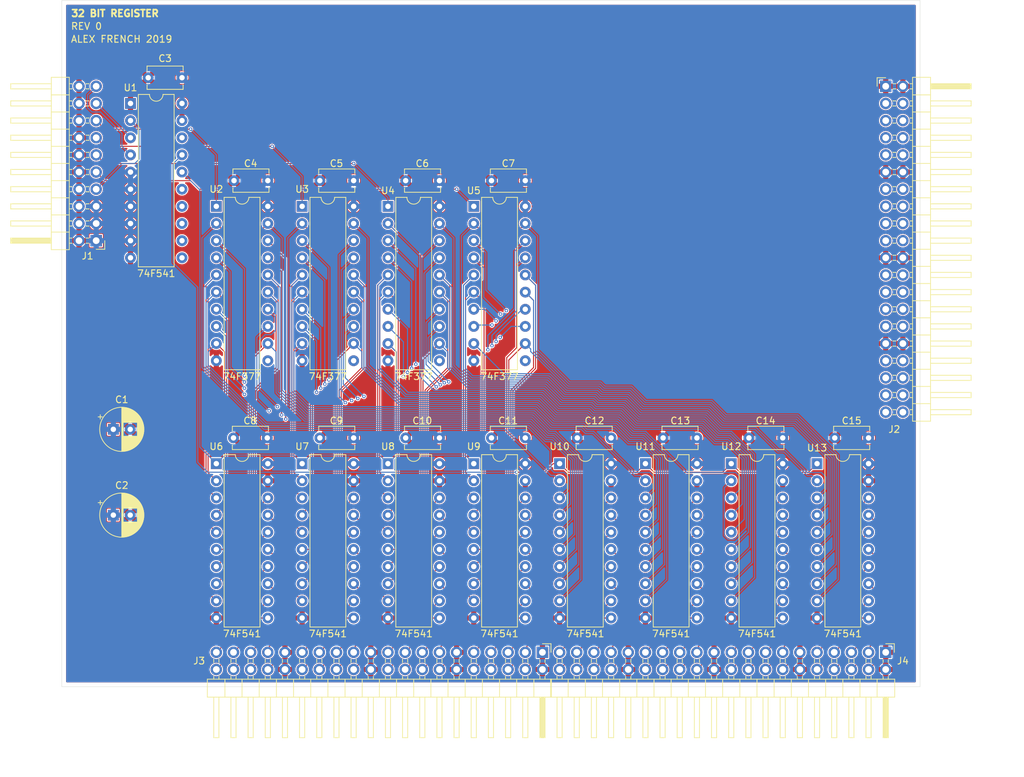
<source format=kicad_pcb>
(kicad_pcb (version 20171130) (host pcbnew "(5.1.0)-1")

  (general
    (thickness 1.6002)
    (drawings 9)
    (tracks 1496)
    (zones 0)
    (modules 32)
    (nets 141)
  )

  (page A4)
  (layers
    (0 F.Cu signal)
    (1 In1.Cu power)
    (2 In2.Cu power)
    (31 B.Cu signal)
    (32 B.Adhes user)
    (33 F.Adhes user)
    (34 B.Paste user)
    (35 F.Paste user)
    (36 B.SilkS user)
    (37 F.SilkS user)
    (38 B.Mask user)
    (39 F.Mask user)
    (40 Dwgs.User user)
    (41 Cmts.User user)
    (42 Eco1.User user)
    (43 Eco2.User user)
    (44 Edge.Cuts user)
    (45 Margin user)
    (46 B.CrtYd user)
    (47 F.CrtYd user)
    (48 B.Fab user)
    (49 F.Fab user)
  )

  (setup
    (last_trace_width 0.1524)
    (user_trace_width 0.508)
    (trace_clearance 0.1524)
    (zone_clearance 0.1524)
    (zone_45_only no)
    (trace_min 0.1524)
    (via_size 0.508)
    (via_drill 0.254)
    (via_min_size 0.508)
    (via_min_drill 0.254)
    (uvia_size 0.2032)
    (uvia_drill 0.1016)
    (uvias_allowed no)
    (uvia_min_size 0.2032)
    (uvia_min_drill 0.1016)
    (edge_width 0.0508)
    (segment_width 0.2032)
    (pcb_text_width 0.3048)
    (pcb_text_size 1.524 1.524)
    (mod_edge_width 0.127)
    (mod_text_size 1.016 1.016)
    (mod_text_width 0.1524)
    (pad_size 1.524 1.524)
    (pad_drill 0.762)
    (pad_to_mask_clearance 0.0635)
    (solder_mask_min_width 0.1016)
    (aux_axis_origin 0 0)
    (visible_elements 7FFFFFFF)
    (pcbplotparams
      (layerselection 0x010f0_ffffffff)
      (usegerberextensions true)
      (usegerberattributes false)
      (usegerberadvancedattributes false)
      (creategerberjobfile false)
      (excludeedgelayer true)
      (linewidth 0.101600)
      (plotframeref false)
      (viasonmask false)
      (mode 1)
      (useauxorigin false)
      (hpglpennumber 1)
      (hpglpenspeed 20)
      (hpglpendiameter 15.000000)
      (psnegative false)
      (psa4output false)
      (plotreference true)
      (plotvalue true)
      (plotinvisibletext false)
      (padsonsilk false)
      (subtractmaskfromsilk false)
      (outputformat 1)
      (mirror false)
      (drillshape 0)
      (scaleselection 1)
      (outputdirectory "gerbers/"))
  )

  (net 0 "")
  (net 1 VCC)
  (net 2 GND)
  (net 3 /D0)
  (net 4 /D1)
  (net 5 /D2)
  (net 6 /D3)
  (net 7 /D4)
  (net 8 /D5)
  (net 9 /D6)
  (net 10 /D7)
  (net 11 /QB0)
  (net 12 /QB1)
  (net 13 /QB2)
  (net 14 /QB3)
  (net 15 /QB4)
  (net 16 /QB5)
  (net 17 /QB6)
  (net 18 /QB7)
  (net 19 /QA7)
  (net 20 /QA6)
  (net 21 /QA5)
  (net 22 /QA4)
  (net 23 /QA3)
  (net 24 /QA2)
  (net 25 /QA1)
  (net 26 /QA0)
  (net 27 /CLK)
  (net 28 /~WE0)
  (net 29 /D15)
  (net 30 /D11)
  (net 31 /D14)
  (net 32 /D10)
  (net 33 /D13)
  (net 34 /D9)
  (net 35 /D12)
  (net 36 /D8)
  (net 37 /~WE1)
  (net 38 "Net-(U10-Pad9)")
  (net 39 "Net-(U10-Pad5)")
  (net 40 /D23)
  (net 41 /D19)
  (net 42 /D22)
  (net 43 /D18)
  (net 44 "Net-(U10-Pad8)")
  (net 45 "Net-(U10-Pad4)")
  (net 46 "Net-(U10-Pad7)")
  (net 47 "Net-(U10-Pad3)")
  (net 48 /D21)
  (net 49 /D17)
  (net 50 /D20)
  (net 51 /D16)
  (net 52 "Net-(U10-Pad6)")
  (net 53 "Net-(U10-Pad2)")
  (net 54 /~WE2)
  (net 55 "Net-(U11-Pad9)")
  (net 56 "Net-(U11-Pad5)")
  (net 57 /D31)
  (net 58 /D27)
  (net 59 /D30)
  (net 60 /D26)
  (net 61 "Net-(U11-Pad8)")
  (net 62 "Net-(U11-Pad4)")
  (net 63 "Net-(U11-Pad7)")
  (net 64 "Net-(U11-Pad3)")
  (net 65 /D29)
  (net 66 /D25)
  (net 67 /D28)
  (net 68 /D24)
  (net 69 "Net-(U11-Pad6)")
  (net 70 "Net-(U11-Pad2)")
  (net 71 /~WE3)
  (net 72 /~REA)
  (net 73 /~REB)
  (net 74 /QA8)
  (net 75 /QA9)
  (net 76 /QA10)
  (net 77 /QA11)
  (net 78 /QA12)
  (net 79 /QA13)
  (net 80 /QA14)
  (net 81 /QA15)
  (net 82 /QB8)
  (net 83 /QB9)
  (net 84 /QB10)
  (net 85 /QB11)
  (net 86 /QB12)
  (net 87 /QB13)
  (net 88 /QB14)
  (net 89 /QB15)
  (net 90 /QA16)
  (net 91 /QA17)
  (net 92 /QA18)
  (net 93 /QA19)
  (net 94 /QA20)
  (net 95 /QA21)
  (net 96 /QA22)
  (net 97 /QA23)
  (net 98 /QB16)
  (net 99 /QB17)
  (net 100 /QB18)
  (net 101 /QB19)
  (net 102 /QB20)
  (net 103 /QB21)
  (net 104 /QB22)
  (net 105 /QB23)
  (net 106 /QA24)
  (net 107 /QA25)
  (net 108 /QA26)
  (net 109 /QA27)
  (net 110 /QA28)
  (net 111 /QA29)
  (net 112 /QA30)
  (net 113 /QA31)
  (net 114 /QB24)
  (net 115 /QB25)
  (net 116 /QB26)
  (net 117 /QB27)
  (net 118 /QB28)
  (net 119 /QB29)
  (net 120 /QB30)
  (net 121 /QB31)
  (net 122 "Net-(U12-Pad9)")
  (net 123 "Net-(U12-Pad5)")
  (net 124 "Net-(U12-Pad8)")
  (net 125 "Net-(U12-Pad4)")
  (net 126 "Net-(U12-Pad7)")
  (net 127 "Net-(U12-Pad3)")
  (net 128 "Net-(U12-Pad6)")
  (net 129 "Net-(U12-Pad2)")
  (net 130 /CLK')
  (net 131 /~REA')
  (net 132 /~REB')
  (net 133 "Net-(U13-Pad2)")
  (net 134 "Net-(U13-Pad6)")
  (net 135 "Net-(U13-Pad3)")
  (net 136 "Net-(U13-Pad7)")
  (net 137 "Net-(U13-Pad4)")
  (net 138 "Net-(U13-Pad8)")
  (net 139 "Net-(U13-Pad5)")
  (net 140 "Net-(U13-Pad9)")

  (net_class Default "This is the default net class."
    (clearance 0.1524)
    (trace_width 0.1524)
    (via_dia 0.508)
    (via_drill 0.254)
    (uvia_dia 0.2032)
    (uvia_drill 0.1016)
    (diff_pair_width 0.1524)
    (diff_pair_gap 0.1524)
    (add_net /CLK)
    (add_net /CLK')
    (add_net /D0)
    (add_net /D1)
    (add_net /D10)
    (add_net /D11)
    (add_net /D12)
    (add_net /D13)
    (add_net /D14)
    (add_net /D15)
    (add_net /D16)
    (add_net /D17)
    (add_net /D18)
    (add_net /D19)
    (add_net /D2)
    (add_net /D20)
    (add_net /D21)
    (add_net /D22)
    (add_net /D23)
    (add_net /D24)
    (add_net /D25)
    (add_net /D26)
    (add_net /D27)
    (add_net /D28)
    (add_net /D29)
    (add_net /D3)
    (add_net /D30)
    (add_net /D31)
    (add_net /D4)
    (add_net /D5)
    (add_net /D6)
    (add_net /D7)
    (add_net /D8)
    (add_net /D9)
    (add_net /QA0)
    (add_net /QA1)
    (add_net /QA10)
    (add_net /QA11)
    (add_net /QA12)
    (add_net /QA13)
    (add_net /QA14)
    (add_net /QA15)
    (add_net /QA16)
    (add_net /QA17)
    (add_net /QA18)
    (add_net /QA19)
    (add_net /QA2)
    (add_net /QA20)
    (add_net /QA21)
    (add_net /QA22)
    (add_net /QA23)
    (add_net /QA24)
    (add_net /QA25)
    (add_net /QA26)
    (add_net /QA27)
    (add_net /QA28)
    (add_net /QA29)
    (add_net /QA3)
    (add_net /QA30)
    (add_net /QA31)
    (add_net /QA4)
    (add_net /QA5)
    (add_net /QA6)
    (add_net /QA7)
    (add_net /QA8)
    (add_net /QA9)
    (add_net /QB0)
    (add_net /QB1)
    (add_net /QB10)
    (add_net /QB11)
    (add_net /QB12)
    (add_net /QB13)
    (add_net /QB14)
    (add_net /QB15)
    (add_net /QB16)
    (add_net /QB17)
    (add_net /QB18)
    (add_net /QB19)
    (add_net /QB2)
    (add_net /QB20)
    (add_net /QB21)
    (add_net /QB22)
    (add_net /QB23)
    (add_net /QB24)
    (add_net /QB25)
    (add_net /QB26)
    (add_net /QB27)
    (add_net /QB28)
    (add_net /QB29)
    (add_net /QB3)
    (add_net /QB30)
    (add_net /QB31)
    (add_net /QB4)
    (add_net /QB5)
    (add_net /QB6)
    (add_net /QB7)
    (add_net /QB8)
    (add_net /QB9)
    (add_net /~REA)
    (add_net /~REA')
    (add_net /~REB)
    (add_net /~REB')
    (add_net /~WE0)
    (add_net /~WE1)
    (add_net /~WE2)
    (add_net /~WE3)
    (add_net GND)
    (add_net "Net-(U10-Pad2)")
    (add_net "Net-(U10-Pad3)")
    (add_net "Net-(U10-Pad4)")
    (add_net "Net-(U10-Pad5)")
    (add_net "Net-(U10-Pad6)")
    (add_net "Net-(U10-Pad7)")
    (add_net "Net-(U10-Pad8)")
    (add_net "Net-(U10-Pad9)")
    (add_net "Net-(U11-Pad2)")
    (add_net "Net-(U11-Pad3)")
    (add_net "Net-(U11-Pad4)")
    (add_net "Net-(U11-Pad5)")
    (add_net "Net-(U11-Pad6)")
    (add_net "Net-(U11-Pad7)")
    (add_net "Net-(U11-Pad8)")
    (add_net "Net-(U11-Pad9)")
    (add_net "Net-(U12-Pad2)")
    (add_net "Net-(U12-Pad3)")
    (add_net "Net-(U12-Pad4)")
    (add_net "Net-(U12-Pad5)")
    (add_net "Net-(U12-Pad6)")
    (add_net "Net-(U12-Pad7)")
    (add_net "Net-(U12-Pad8)")
    (add_net "Net-(U12-Pad9)")
    (add_net "Net-(U13-Pad2)")
    (add_net "Net-(U13-Pad3)")
    (add_net "Net-(U13-Pad4)")
    (add_net "Net-(U13-Pad5)")
    (add_net "Net-(U13-Pad6)")
    (add_net "Net-(U13-Pad7)")
    (add_net "Net-(U13-Pad8)")
    (add_net "Net-(U13-Pad9)")
    (add_net VCC)
  )

  (module Package_DIP:DIP-20_W7.62mm (layer F.Cu) (tedit 5A02E8C5) (tstamp 5CCBFE30)
    (at 132.08 66.04)
    (descr "20-lead though-hole mounted DIP package, row spacing 7.62 mm (300 mils)")
    (tags "THT DIP DIL PDIP 2.54mm 7.62mm 300mil")
    (path /5CE26577)
    (fp_text reference U1 (at 0 -2.33) (layer F.SilkS)
      (effects (font (size 1 1) (thickness 0.15)))
    )
    (fp_text value 74F541 (at 3.81 25.19) (layer F.SilkS)
      (effects (font (size 1 1) (thickness 0.15)))
    )
    (fp_text user %R (at 3.81 11.43) (layer F.Fab)
      (effects (font (size 1 1) (thickness 0.15)))
    )
    (fp_line (start 8.7 -1.55) (end -1.1 -1.55) (layer F.CrtYd) (width 0.05))
    (fp_line (start 8.7 24.4) (end 8.7 -1.55) (layer F.CrtYd) (width 0.05))
    (fp_line (start -1.1 24.4) (end 8.7 24.4) (layer F.CrtYd) (width 0.05))
    (fp_line (start -1.1 -1.55) (end -1.1 24.4) (layer F.CrtYd) (width 0.05))
    (fp_line (start 6.46 -1.33) (end 4.81 -1.33) (layer F.SilkS) (width 0.12))
    (fp_line (start 6.46 24.19) (end 6.46 -1.33) (layer F.SilkS) (width 0.12))
    (fp_line (start 1.16 24.19) (end 6.46 24.19) (layer F.SilkS) (width 0.12))
    (fp_line (start 1.16 -1.33) (end 1.16 24.19) (layer F.SilkS) (width 0.12))
    (fp_line (start 2.81 -1.33) (end 1.16 -1.33) (layer F.SilkS) (width 0.12))
    (fp_line (start 0.635 -0.27) (end 1.635 -1.27) (layer F.Fab) (width 0.1))
    (fp_line (start 0.635 24.13) (end 0.635 -0.27) (layer F.Fab) (width 0.1))
    (fp_line (start 6.985 24.13) (end 0.635 24.13) (layer F.Fab) (width 0.1))
    (fp_line (start 6.985 -1.27) (end 6.985 24.13) (layer F.Fab) (width 0.1))
    (fp_line (start 1.635 -1.27) (end 6.985 -1.27) (layer F.Fab) (width 0.1))
    (fp_arc (start 3.81 -1.33) (end 2.81 -1.33) (angle -180) (layer F.SilkS) (width 0.12))
    (pad 20 thru_hole oval (at 7.62 0) (size 1.6 1.6) (drill 0.8) (layers *.Cu *.Mask)
      (net 1 VCC))
    (pad 10 thru_hole oval (at 0 22.86) (size 1.6 1.6) (drill 0.8) (layers *.Cu *.Mask)
      (net 2 GND))
    (pad 19 thru_hole oval (at 7.62 2.54) (size 1.6 1.6) (drill 0.8) (layers *.Cu *.Mask)
      (net 2 GND))
    (pad 9 thru_hole oval (at 0 20.32) (size 1.6 1.6) (drill 0.8) (layers *.Cu *.Mask)
      (net 1 VCC))
    (pad 18 thru_hole oval (at 7.62 5.08) (size 1.6 1.6) (drill 0.8) (layers *.Cu *.Mask)
      (net 130 /CLK'))
    (pad 8 thru_hole oval (at 0 17.78) (size 1.6 1.6) (drill 0.8) (layers *.Cu *.Mask)
      (net 1 VCC))
    (pad 17 thru_hole oval (at 7.62 7.62) (size 1.6 1.6) (drill 0.8) (layers *.Cu *.Mask)
      (net 131 /~REA'))
    (pad 7 thru_hole oval (at 0 15.24) (size 1.6 1.6) (drill 0.8) (layers *.Cu *.Mask)
      (net 1 VCC))
    (pad 16 thru_hole oval (at 7.62 10.16) (size 1.6 1.6) (drill 0.8) (layers *.Cu *.Mask)
      (net 132 /~REB'))
    (pad 6 thru_hole oval (at 0 12.7) (size 1.6 1.6) (drill 0.8) (layers *.Cu *.Mask)
      (net 1 VCC))
    (pad 15 thru_hole oval (at 7.62 12.7) (size 1.6 1.6) (drill 0.8) (layers *.Cu *.Mask))
    (pad 5 thru_hole oval (at 0 10.16) (size 1.6 1.6) (drill 0.8) (layers *.Cu *.Mask)
      (net 1 VCC))
    (pad 14 thru_hole oval (at 7.62 15.24) (size 1.6 1.6) (drill 0.8) (layers *.Cu *.Mask))
    (pad 4 thru_hole oval (at 0 7.62) (size 1.6 1.6) (drill 0.8) (layers *.Cu *.Mask)
      (net 73 /~REB))
    (pad 13 thru_hole oval (at 7.62 17.78) (size 1.6 1.6) (drill 0.8) (layers *.Cu *.Mask))
    (pad 3 thru_hole oval (at 0 5.08) (size 1.6 1.6) (drill 0.8) (layers *.Cu *.Mask)
      (net 72 /~REA))
    (pad 12 thru_hole oval (at 7.62 20.32) (size 1.6 1.6) (drill 0.8) (layers *.Cu *.Mask))
    (pad 2 thru_hole oval (at 0 2.54) (size 1.6 1.6) (drill 0.8) (layers *.Cu *.Mask)
      (net 27 /CLK))
    (pad 11 thru_hole oval (at 7.62 22.86) (size 1.6 1.6) (drill 0.8) (layers *.Cu *.Mask))
    (pad 1 thru_hole rect (at 0 0) (size 1.6 1.6) (drill 0.8) (layers *.Cu *.Mask)
      (net 2 GND))
    (model ${KISYS3DMOD}/Package_DIP.3dshapes/DIP-20_W7.62mm.wrl
      (at (xyz 0 0 0))
      (scale (xyz 1 1 1))
      (rotate (xyz 0 0 0))
    )
  )

  (module Capacitor_THT:C_Disc_D5.1mm_W3.2mm_P5.00mm (layer F.Cu) (tedit 5AE50EF0) (tstamp 5CCBF398)
    (at 134.7 62.23)
    (descr "C, Disc series, Radial, pin pitch=5.00mm, , diameter*width=5.1*3.2mm^2, Capacitor, http://www.vishay.com/docs/45233/krseries.pdf")
    (tags "C Disc series Radial pin pitch 5.00mm  diameter 5.1mm width 3.2mm Capacitor")
    (path /5D5A7931)
    (fp_text reference C3 (at 2.5 -2.85) (layer F.SilkS)
      (effects (font (size 1 1) (thickness 0.15)))
    )
    (fp_text value 100nF (at 2.5 2.85) (layer F.Fab)
      (effects (font (size 1 1) (thickness 0.15)))
    )
    (fp_text user %R (at 2.5 0) (layer F.Fab)
      (effects (font (size 1 1) (thickness 0.15)))
    )
    (fp_line (start 6.05 -1.85) (end -1.05 -1.85) (layer F.CrtYd) (width 0.05))
    (fp_line (start 6.05 1.85) (end 6.05 -1.85) (layer F.CrtYd) (width 0.05))
    (fp_line (start -1.05 1.85) (end 6.05 1.85) (layer F.CrtYd) (width 0.05))
    (fp_line (start -1.05 -1.85) (end -1.05 1.85) (layer F.CrtYd) (width 0.05))
    (fp_line (start 5.17 1.055) (end 5.17 1.721) (layer F.SilkS) (width 0.12))
    (fp_line (start 5.17 -1.721) (end 5.17 -1.055) (layer F.SilkS) (width 0.12))
    (fp_line (start -0.17 1.055) (end -0.17 1.721) (layer F.SilkS) (width 0.12))
    (fp_line (start -0.17 -1.721) (end -0.17 -1.055) (layer F.SilkS) (width 0.12))
    (fp_line (start -0.17 1.721) (end 5.17 1.721) (layer F.SilkS) (width 0.12))
    (fp_line (start -0.17 -1.721) (end 5.17 -1.721) (layer F.SilkS) (width 0.12))
    (fp_line (start 5.05 -1.6) (end -0.05 -1.6) (layer F.Fab) (width 0.1))
    (fp_line (start 5.05 1.6) (end 5.05 -1.6) (layer F.Fab) (width 0.1))
    (fp_line (start -0.05 1.6) (end 5.05 1.6) (layer F.Fab) (width 0.1))
    (fp_line (start -0.05 -1.6) (end -0.05 1.6) (layer F.Fab) (width 0.1))
    (pad 2 thru_hole circle (at 5 0) (size 1.6 1.6) (drill 0.8) (layers *.Cu *.Mask)
      (net 1 VCC))
    (pad 1 thru_hole circle (at 0 0) (size 1.6 1.6) (drill 0.8) (layers *.Cu *.Mask)
      (net 2 GND))
    (model ${KISYS3DMOD}/Capacitor_THT.3dshapes/C_Disc_D5.1mm_W3.2mm_P5.00mm.wrl
      (at (xyz 0 0 0))
      (scale (xyz 1 1 1))
      (rotate (xyz 0 0 0))
    )
  )

  (module Package_DIP:DIP-20_W7.62mm (layer F.Cu) (tedit 5A02E8C5) (tstamp 5CCAF7EA)
    (at 144.78 119.38)
    (descr "20-lead though-hole mounted DIP package, row spacing 7.62 mm (300 mils)")
    (tags "THT DIP DIL PDIP 2.54mm 7.62mm 300mil")
    (path /5E379690)
    (fp_text reference U6 (at 0 -2.54) (layer F.SilkS)
      (effects (font (size 1 1) (thickness 0.15)))
    )
    (fp_text value 74F541 (at 3.81 25.19) (layer F.SilkS)
      (effects (font (size 1 1) (thickness 0.15)))
    )
    (fp_arc (start 3.81 -1.33) (end 2.81 -1.33) (angle -180) (layer F.SilkS) (width 0.12))
    (fp_line (start 1.635 -1.27) (end 6.985 -1.27) (layer F.Fab) (width 0.1))
    (fp_line (start 6.985 -1.27) (end 6.985 24.13) (layer F.Fab) (width 0.1))
    (fp_line (start 6.985 24.13) (end 0.635 24.13) (layer F.Fab) (width 0.1))
    (fp_line (start 0.635 24.13) (end 0.635 -0.27) (layer F.Fab) (width 0.1))
    (fp_line (start 0.635 -0.27) (end 1.635 -1.27) (layer F.Fab) (width 0.1))
    (fp_line (start 2.81 -1.33) (end 1.16 -1.33) (layer F.SilkS) (width 0.12))
    (fp_line (start 1.16 -1.33) (end 1.16 24.19) (layer F.SilkS) (width 0.12))
    (fp_line (start 1.16 24.19) (end 6.46 24.19) (layer F.SilkS) (width 0.12))
    (fp_line (start 6.46 24.19) (end 6.46 -1.33) (layer F.SilkS) (width 0.12))
    (fp_line (start 6.46 -1.33) (end 4.81 -1.33) (layer F.SilkS) (width 0.12))
    (fp_line (start -1.1 -1.55) (end -1.1 24.4) (layer F.CrtYd) (width 0.05))
    (fp_line (start -1.1 24.4) (end 8.7 24.4) (layer F.CrtYd) (width 0.05))
    (fp_line (start 8.7 24.4) (end 8.7 -1.55) (layer F.CrtYd) (width 0.05))
    (fp_line (start 8.7 -1.55) (end -1.1 -1.55) (layer F.CrtYd) (width 0.05))
    (fp_text user %R (at 3.81 11.43) (layer F.Fab)
      (effects (font (size 1 1) (thickness 0.15)))
    )
    (pad 1 thru_hole rect (at 0 0) (size 1.6 1.6) (drill 0.8) (layers *.Cu *.Mask)
      (net 132 /~REB'))
    (pad 11 thru_hole oval (at 7.62 22.86) (size 1.6 1.6) (drill 0.8) (layers *.Cu *.Mask)
      (net 121 /QB31))
    (pad 2 thru_hole oval (at 0 2.54) (size 1.6 1.6) (drill 0.8) (layers *.Cu *.Mask)
      (net 53 "Net-(U10-Pad2)"))
    (pad 12 thru_hole oval (at 7.62 20.32) (size 1.6 1.6) (drill 0.8) (layers *.Cu *.Mask)
      (net 120 /QB30))
    (pad 3 thru_hole oval (at 0 5.08) (size 1.6 1.6) (drill 0.8) (layers *.Cu *.Mask)
      (net 47 "Net-(U10-Pad3)"))
    (pad 13 thru_hole oval (at 7.62 17.78) (size 1.6 1.6) (drill 0.8) (layers *.Cu *.Mask)
      (net 119 /QB29))
    (pad 4 thru_hole oval (at 0 7.62) (size 1.6 1.6) (drill 0.8) (layers *.Cu *.Mask)
      (net 45 "Net-(U10-Pad4)"))
    (pad 14 thru_hole oval (at 7.62 15.24) (size 1.6 1.6) (drill 0.8) (layers *.Cu *.Mask)
      (net 118 /QB28))
    (pad 5 thru_hole oval (at 0 10.16) (size 1.6 1.6) (drill 0.8) (layers *.Cu *.Mask)
      (net 39 "Net-(U10-Pad5)"))
    (pad 15 thru_hole oval (at 7.62 12.7) (size 1.6 1.6) (drill 0.8) (layers *.Cu *.Mask)
      (net 117 /QB27))
    (pad 6 thru_hole oval (at 0 12.7) (size 1.6 1.6) (drill 0.8) (layers *.Cu *.Mask)
      (net 52 "Net-(U10-Pad6)"))
    (pad 16 thru_hole oval (at 7.62 10.16) (size 1.6 1.6) (drill 0.8) (layers *.Cu *.Mask)
      (net 116 /QB26))
    (pad 7 thru_hole oval (at 0 15.24) (size 1.6 1.6) (drill 0.8) (layers *.Cu *.Mask)
      (net 46 "Net-(U10-Pad7)"))
    (pad 17 thru_hole oval (at 7.62 7.62) (size 1.6 1.6) (drill 0.8) (layers *.Cu *.Mask)
      (net 115 /QB25))
    (pad 8 thru_hole oval (at 0 17.78) (size 1.6 1.6) (drill 0.8) (layers *.Cu *.Mask)
      (net 44 "Net-(U10-Pad8)"))
    (pad 18 thru_hole oval (at 7.62 5.08) (size 1.6 1.6) (drill 0.8) (layers *.Cu *.Mask)
      (net 114 /QB24))
    (pad 9 thru_hole oval (at 0 20.32) (size 1.6 1.6) (drill 0.8) (layers *.Cu *.Mask)
      (net 38 "Net-(U10-Pad9)"))
    (pad 19 thru_hole oval (at 7.62 2.54) (size 1.6 1.6) (drill 0.8) (layers *.Cu *.Mask)
      (net 2 GND))
    (pad 10 thru_hole oval (at 0 22.86) (size 1.6 1.6) (drill 0.8) (layers *.Cu *.Mask)
      (net 2 GND))
    (pad 20 thru_hole oval (at 7.62 0) (size 1.6 1.6) (drill 0.8) (layers *.Cu *.Mask)
      (net 1 VCC))
    (model ${KISYS3DMOD}/Package_DIP.3dshapes/DIP-20_W7.62mm.wrl
      (at (xyz 0 0 0))
      (scale (xyz 1 1 1))
      (rotate (xyz 0 0 0))
    )
  )

  (module Capacitor_THT:C_Disc_D5.1mm_W3.2mm_P5.00mm (layer F.Cu) (tedit 5AE50EF0) (tstamp 5CCB3886)
    (at 236.3 115.57)
    (descr "C, Disc series, Radial, pin pitch=5.00mm, , diameter*width=5.1*3.2mm^2, Capacitor, http://www.vishay.com/docs/45233/krseries.pdf")
    (tags "C Disc series Radial pin pitch 5.00mm  diameter 5.1mm width 3.2mm Capacitor")
    (path /61DC48EF)
    (fp_text reference C15 (at 2.5 -2.54) (layer F.SilkS)
      (effects (font (size 1 1) (thickness 0.15)))
    )
    (fp_text value 100nF (at 2.5 2.85) (layer F.Fab)
      (effects (font (size 1 1) (thickness 0.15)))
    )
    (fp_line (start -0.05 -1.6) (end -0.05 1.6) (layer F.Fab) (width 0.1))
    (fp_line (start -0.05 1.6) (end 5.05 1.6) (layer F.Fab) (width 0.1))
    (fp_line (start 5.05 1.6) (end 5.05 -1.6) (layer F.Fab) (width 0.1))
    (fp_line (start 5.05 -1.6) (end -0.05 -1.6) (layer F.Fab) (width 0.1))
    (fp_line (start -0.17 -1.721) (end 5.17 -1.721) (layer F.SilkS) (width 0.12))
    (fp_line (start -0.17 1.721) (end 5.17 1.721) (layer F.SilkS) (width 0.12))
    (fp_line (start -0.17 -1.721) (end -0.17 -1.055) (layer F.SilkS) (width 0.12))
    (fp_line (start -0.17 1.055) (end -0.17 1.721) (layer F.SilkS) (width 0.12))
    (fp_line (start 5.17 -1.721) (end 5.17 -1.055) (layer F.SilkS) (width 0.12))
    (fp_line (start 5.17 1.055) (end 5.17 1.721) (layer F.SilkS) (width 0.12))
    (fp_line (start -1.05 -1.85) (end -1.05 1.85) (layer F.CrtYd) (width 0.05))
    (fp_line (start -1.05 1.85) (end 6.05 1.85) (layer F.CrtYd) (width 0.05))
    (fp_line (start 6.05 1.85) (end 6.05 -1.85) (layer F.CrtYd) (width 0.05))
    (fp_line (start 6.05 -1.85) (end -1.05 -1.85) (layer F.CrtYd) (width 0.05))
    (fp_text user %R (at 2.5 0) (layer F.Fab)
      (effects (font (size 1 1) (thickness 0.15)))
    )
    (pad 1 thru_hole circle (at 0 0) (size 1.6 1.6) (drill 0.8) (layers *.Cu *.Mask)
      (net 2 GND))
    (pad 2 thru_hole circle (at 5 0) (size 1.6 1.6) (drill 0.8) (layers *.Cu *.Mask)
      (net 1 VCC))
    (model ${KISYS3DMOD}/Capacitor_THT.3dshapes/C_Disc_D5.1mm_W3.2mm_P5.00mm.wrl
      (at (xyz 0 0 0))
      (scale (xyz 1 1 1))
      (rotate (xyz 0 0 0))
    )
  )

  (module Capacitor_THT:C_Disc_D5.1mm_W3.2mm_P5.00mm (layer F.Cu) (tedit 5AE50EF0) (tstamp 5CCB37F9)
    (at 190.5 77.47 180)
    (descr "C, Disc series, Radial, pin pitch=5.00mm, , diameter*width=5.1*3.2mm^2, Capacitor, http://www.vishay.com/docs/45233/krseries.pdf")
    (tags "C Disc series Radial pin pitch 5.00mm  diameter 5.1mm width 3.2mm Capacitor")
    (path /621BC8A9)
    (fp_text reference C7 (at 2.5 2.54) (layer F.SilkS)
      (effects (font (size 1 1) (thickness 0.15)))
    )
    (fp_text value 100nF (at 2.5 2.85) (layer F.Fab)
      (effects (font (size 1 1) (thickness 0.15)))
    )
    (fp_line (start -0.05 -1.6) (end -0.05 1.6) (layer F.Fab) (width 0.1))
    (fp_line (start -0.05 1.6) (end 5.05 1.6) (layer F.Fab) (width 0.1))
    (fp_line (start 5.05 1.6) (end 5.05 -1.6) (layer F.Fab) (width 0.1))
    (fp_line (start 5.05 -1.6) (end -0.05 -1.6) (layer F.Fab) (width 0.1))
    (fp_line (start -0.17 -1.721) (end 5.17 -1.721) (layer F.SilkS) (width 0.12))
    (fp_line (start -0.17 1.721) (end 5.17 1.721) (layer F.SilkS) (width 0.12))
    (fp_line (start -0.17 -1.721) (end -0.17 -1.055) (layer F.SilkS) (width 0.12))
    (fp_line (start -0.17 1.055) (end -0.17 1.721) (layer F.SilkS) (width 0.12))
    (fp_line (start 5.17 -1.721) (end 5.17 -1.055) (layer F.SilkS) (width 0.12))
    (fp_line (start 5.17 1.055) (end 5.17 1.721) (layer F.SilkS) (width 0.12))
    (fp_line (start -1.05 -1.85) (end -1.05 1.85) (layer F.CrtYd) (width 0.05))
    (fp_line (start -1.05 1.85) (end 6.05 1.85) (layer F.CrtYd) (width 0.05))
    (fp_line (start 6.05 1.85) (end 6.05 -1.85) (layer F.CrtYd) (width 0.05))
    (fp_line (start 6.05 -1.85) (end -1.05 -1.85) (layer F.CrtYd) (width 0.05))
    (fp_text user %R (at 2.5 0) (layer F.Fab)
      (effects (font (size 1 1) (thickness 0.15)))
    )
    (pad 1 thru_hole circle (at 0 0 180) (size 1.6 1.6) (drill 0.8) (layers *.Cu *.Mask)
      (net 1 VCC))
    (pad 2 thru_hole circle (at 5 0 180) (size 1.6 1.6) (drill 0.8) (layers *.Cu *.Mask)
      (net 2 GND))
    (model ${KISYS3DMOD}/Capacitor_THT.3dshapes/C_Disc_D5.1mm_W3.2mm_P5.00mm.wrl
      (at (xyz 0 0 0))
      (scale (xyz 1 1 1))
      (rotate (xyz 0 0 0))
    )
  )

  (module Connector_PinHeader_2.54mm:PinHeader_2x20_P2.54mm_Horizontal (layer F.Cu) (tedit 59FED5CB) (tstamp 5CC9DE51)
    (at 193.04 147.32 270)
    (descr "Through hole angled pin header, 2x20, 2.54mm pitch, 6mm pin length, double rows")
    (tags "Through hole angled pin header THT 2x20 2.54mm double row")
    (path /62804D88)
    (fp_text reference J3 (at 1.27 50.8 180) (layer F.SilkS)
      (effects (font (size 1 1) (thickness 0.15)))
    )
    (fp_text value Conn_02x32_Odd_Even (at 5.655 50.53 90) (layer F.Fab)
      (effects (font (size 1 1) (thickness 0.15)))
    )
    (fp_text user %R (at 5.31 24.13) (layer F.Fab)
      (effects (font (size 1 1) (thickness 0.15)))
    )
    (fp_line (start 13.1 -1.8) (end -1.8 -1.8) (layer F.CrtYd) (width 0.05))
    (fp_line (start 13.1 50.05) (end 13.1 -1.8) (layer F.CrtYd) (width 0.05))
    (fp_line (start -1.8 50.05) (end 13.1 50.05) (layer F.CrtYd) (width 0.05))
    (fp_line (start -1.8 -1.8) (end -1.8 50.05) (layer F.CrtYd) (width 0.05))
    (fp_line (start -1.27 -1.27) (end 0 -1.27) (layer F.SilkS) (width 0.12))
    (fp_line (start -1.27 0) (end -1.27 -1.27) (layer F.SilkS) (width 0.12))
    (fp_line (start 1.042929 48.64) (end 1.497071 48.64) (layer F.SilkS) (width 0.12))
    (fp_line (start 1.042929 47.88) (end 1.497071 47.88) (layer F.SilkS) (width 0.12))
    (fp_line (start 3.582929 48.64) (end 3.98 48.64) (layer F.SilkS) (width 0.12))
    (fp_line (start 3.582929 47.88) (end 3.98 47.88) (layer F.SilkS) (width 0.12))
    (fp_line (start 12.64 48.64) (end 6.64 48.64) (layer F.SilkS) (width 0.12))
    (fp_line (start 12.64 47.88) (end 12.64 48.64) (layer F.SilkS) (width 0.12))
    (fp_line (start 6.64 47.88) (end 12.64 47.88) (layer F.SilkS) (width 0.12))
    (fp_line (start 3.98 46.99) (end 6.64 46.99) (layer F.SilkS) (width 0.12))
    (fp_line (start 1.042929 46.1) (end 1.497071 46.1) (layer F.SilkS) (width 0.12))
    (fp_line (start 1.042929 45.34) (end 1.497071 45.34) (layer F.SilkS) (width 0.12))
    (fp_line (start 3.582929 46.1) (end 3.98 46.1) (layer F.SilkS) (width 0.12))
    (fp_line (start 3.582929 45.34) (end 3.98 45.34) (layer F.SilkS) (width 0.12))
    (fp_line (start 12.64 46.1) (end 6.64 46.1) (layer F.SilkS) (width 0.12))
    (fp_line (start 12.64 45.34) (end 12.64 46.1) (layer F.SilkS) (width 0.12))
    (fp_line (start 6.64 45.34) (end 12.64 45.34) (layer F.SilkS) (width 0.12))
    (fp_line (start 3.98 44.45) (end 6.64 44.45) (layer F.SilkS) (width 0.12))
    (fp_line (start 1.042929 43.56) (end 1.497071 43.56) (layer F.SilkS) (width 0.12))
    (fp_line (start 1.042929 42.8) (end 1.497071 42.8) (layer F.SilkS) (width 0.12))
    (fp_line (start 3.582929 43.56) (end 3.98 43.56) (layer F.SilkS) (width 0.12))
    (fp_line (start 3.582929 42.8) (end 3.98 42.8) (layer F.SilkS) (width 0.12))
    (fp_line (start 12.64 43.56) (end 6.64 43.56) (layer F.SilkS) (width 0.12))
    (fp_line (start 12.64 42.8) (end 12.64 43.56) (layer F.SilkS) (width 0.12))
    (fp_line (start 6.64 42.8) (end 12.64 42.8) (layer F.SilkS) (width 0.12))
    (fp_line (start 3.98 41.91) (end 6.64 41.91) (layer F.SilkS) (width 0.12))
    (fp_line (start 1.042929 41.02) (end 1.497071 41.02) (layer F.SilkS) (width 0.12))
    (fp_line (start 1.042929 40.26) (end 1.497071 40.26) (layer F.SilkS) (width 0.12))
    (fp_line (start 3.582929 41.02) (end 3.98 41.02) (layer F.SilkS) (width 0.12))
    (fp_line (start 3.582929 40.26) (end 3.98 40.26) (layer F.SilkS) (width 0.12))
    (fp_line (start 12.64 41.02) (end 6.64 41.02) (layer F.SilkS) (width 0.12))
    (fp_line (start 12.64 40.26) (end 12.64 41.02) (layer F.SilkS) (width 0.12))
    (fp_line (start 6.64 40.26) (end 12.64 40.26) (layer F.SilkS) (width 0.12))
    (fp_line (start 3.98 39.37) (end 6.64 39.37) (layer F.SilkS) (width 0.12))
    (fp_line (start 1.042929 38.48) (end 1.497071 38.48) (layer F.SilkS) (width 0.12))
    (fp_line (start 1.042929 37.72) (end 1.497071 37.72) (layer F.SilkS) (width 0.12))
    (fp_line (start 3.582929 38.48) (end 3.98 38.48) (layer F.SilkS) (width 0.12))
    (fp_line (start 3.582929 37.72) (end 3.98 37.72) (layer F.SilkS) (width 0.12))
    (fp_line (start 12.64 38.48) (end 6.64 38.48) (layer F.SilkS) (width 0.12))
    (fp_line (start 12.64 37.72) (end 12.64 38.48) (layer F.SilkS) (width 0.12))
    (fp_line (start 6.64 37.72) (end 12.64 37.72) (layer F.SilkS) (width 0.12))
    (fp_line (start 3.98 36.83) (end 6.64 36.83) (layer F.SilkS) (width 0.12))
    (fp_line (start 1.042929 35.94) (end 1.497071 35.94) (layer F.SilkS) (width 0.12))
    (fp_line (start 1.042929 35.18) (end 1.497071 35.18) (layer F.SilkS) (width 0.12))
    (fp_line (start 3.582929 35.94) (end 3.98 35.94) (layer F.SilkS) (width 0.12))
    (fp_line (start 3.582929 35.18) (end 3.98 35.18) (layer F.SilkS) (width 0.12))
    (fp_line (start 12.64 35.94) (end 6.64 35.94) (layer F.SilkS) (width 0.12))
    (fp_line (start 12.64 35.18) (end 12.64 35.94) (layer F.SilkS) (width 0.12))
    (fp_line (start 6.64 35.18) (end 12.64 35.18) (layer F.SilkS) (width 0.12))
    (fp_line (start 3.98 34.29) (end 6.64 34.29) (layer F.SilkS) (width 0.12))
    (fp_line (start 1.042929 33.4) (end 1.497071 33.4) (layer F.SilkS) (width 0.12))
    (fp_line (start 1.042929 32.64) (end 1.497071 32.64) (layer F.SilkS) (width 0.12))
    (fp_line (start 3.582929 33.4) (end 3.98 33.4) (layer F.SilkS) (width 0.12))
    (fp_line (start 3.582929 32.64) (end 3.98 32.64) (layer F.SilkS) (width 0.12))
    (fp_line (start 12.64 33.4) (end 6.64 33.4) (layer F.SilkS) (width 0.12))
    (fp_line (start 12.64 32.64) (end 12.64 33.4) (layer F.SilkS) (width 0.12))
    (fp_line (start 6.64 32.64) (end 12.64 32.64) (layer F.SilkS) (width 0.12))
    (fp_line (start 3.98 31.75) (end 6.64 31.75) (layer F.SilkS) (width 0.12))
    (fp_line (start 1.042929 30.86) (end 1.497071 30.86) (layer F.SilkS) (width 0.12))
    (fp_line (start 1.042929 30.1) (end 1.497071 30.1) (layer F.SilkS) (width 0.12))
    (fp_line (start 3.582929 30.86) (end 3.98 30.86) (layer F.SilkS) (width 0.12))
    (fp_line (start 3.582929 30.1) (end 3.98 30.1) (layer F.SilkS) (width 0.12))
    (fp_line (start 12.64 30.86) (end 6.64 30.86) (layer F.SilkS) (width 0.12))
    (fp_line (start 12.64 30.1) (end 12.64 30.86) (layer F.SilkS) (width 0.12))
    (fp_line (start 6.64 30.1) (end 12.64 30.1) (layer F.SilkS) (width 0.12))
    (fp_line (start 3.98 29.21) (end 6.64 29.21) (layer F.SilkS) (width 0.12))
    (fp_line (start 1.042929 28.32) (end 1.497071 28.32) (layer F.SilkS) (width 0.12))
    (fp_line (start 1.042929 27.56) (end 1.497071 27.56) (layer F.SilkS) (width 0.12))
    (fp_line (start 3.582929 28.32) (end 3.98 28.32) (layer F.SilkS) (width 0.12))
    (fp_line (start 3.582929 27.56) (end 3.98 27.56) (layer F.SilkS) (width 0.12))
    (fp_line (start 12.64 28.32) (end 6.64 28.32) (layer F.SilkS) (width 0.12))
    (fp_line (start 12.64 27.56) (end 12.64 28.32) (layer F.SilkS) (width 0.12))
    (fp_line (start 6.64 27.56) (end 12.64 27.56) (layer F.SilkS) (width 0.12))
    (fp_line (start 3.98 26.67) (end 6.64 26.67) (layer F.SilkS) (width 0.12))
    (fp_line (start 1.042929 25.78) (end 1.497071 25.78) (layer F.SilkS) (width 0.12))
    (fp_line (start 1.042929 25.02) (end 1.497071 25.02) (layer F.SilkS) (width 0.12))
    (fp_line (start 3.582929 25.78) (end 3.98 25.78) (layer F.SilkS) (width 0.12))
    (fp_line (start 3.582929 25.02) (end 3.98 25.02) (layer F.SilkS) (width 0.12))
    (fp_line (start 12.64 25.78) (end 6.64 25.78) (layer F.SilkS) (width 0.12))
    (fp_line (start 12.64 25.02) (end 12.64 25.78) (layer F.SilkS) (width 0.12))
    (fp_line (start 6.64 25.02) (end 12.64 25.02) (layer F.SilkS) (width 0.12))
    (fp_line (start 3.98 24.13) (end 6.64 24.13) (layer F.SilkS) (width 0.12))
    (fp_line (start 1.042929 23.24) (end 1.497071 23.24) (layer F.SilkS) (width 0.12))
    (fp_line (start 1.042929 22.48) (end 1.497071 22.48) (layer F.SilkS) (width 0.12))
    (fp_line (start 3.582929 23.24) (end 3.98 23.24) (layer F.SilkS) (width 0.12))
    (fp_line (start 3.582929 22.48) (end 3.98 22.48) (layer F.SilkS) (width 0.12))
    (fp_line (start 12.64 23.24) (end 6.64 23.24) (layer F.SilkS) (width 0.12))
    (fp_line (start 12.64 22.48) (end 12.64 23.24) (layer F.SilkS) (width 0.12))
    (fp_line (start 6.64 22.48) (end 12.64 22.48) (layer F.SilkS) (width 0.12))
    (fp_line (start 3.98 21.59) (end 6.64 21.59) (layer F.SilkS) (width 0.12))
    (fp_line (start 1.042929 20.7) (end 1.497071 20.7) (layer F.SilkS) (width 0.12))
    (fp_line (start 1.042929 19.94) (end 1.497071 19.94) (layer F.SilkS) (width 0.12))
    (fp_line (start 3.582929 20.7) (end 3.98 20.7) (layer F.SilkS) (width 0.12))
    (fp_line (start 3.582929 19.94) (end 3.98 19.94) (layer F.SilkS) (width 0.12))
    (fp_line (start 12.64 20.7) (end 6.64 20.7) (layer F.SilkS) (width 0.12))
    (fp_line (start 12.64 19.94) (end 12.64 20.7) (layer F.SilkS) (width 0.12))
    (fp_line (start 6.64 19.94) (end 12.64 19.94) (layer F.SilkS) (width 0.12))
    (fp_line (start 3.98 19.05) (end 6.64 19.05) (layer F.SilkS) (width 0.12))
    (fp_line (start 1.042929 18.16) (end 1.497071 18.16) (layer F.SilkS) (width 0.12))
    (fp_line (start 1.042929 17.4) (end 1.497071 17.4) (layer F.SilkS) (width 0.12))
    (fp_line (start 3.582929 18.16) (end 3.98 18.16) (layer F.SilkS) (width 0.12))
    (fp_line (start 3.582929 17.4) (end 3.98 17.4) (layer F.SilkS) (width 0.12))
    (fp_line (start 12.64 18.16) (end 6.64 18.16) (layer F.SilkS) (width 0.12))
    (fp_line (start 12.64 17.4) (end 12.64 18.16) (layer F.SilkS) (width 0.12))
    (fp_line (start 6.64 17.4) (end 12.64 17.4) (layer F.SilkS) (width 0.12))
    (fp_line (start 3.98 16.51) (end 6.64 16.51) (layer F.SilkS) (width 0.12))
    (fp_line (start 1.042929 15.62) (end 1.497071 15.62) (layer F.SilkS) (width 0.12))
    (fp_line (start 1.042929 14.86) (end 1.497071 14.86) (layer F.SilkS) (width 0.12))
    (fp_line (start 3.582929 15.62) (end 3.98 15.62) (layer F.SilkS) (width 0.12))
    (fp_line (start 3.582929 14.86) (end 3.98 14.86) (layer F.SilkS) (width 0.12))
    (fp_line (start 12.64 15.62) (end 6.64 15.62) (layer F.SilkS) (width 0.12))
    (fp_line (start 12.64 14.86) (end 12.64 15.62) (layer F.SilkS) (width 0.12))
    (fp_line (start 6.64 14.86) (end 12.64 14.86) (layer F.SilkS) (width 0.12))
    (fp_line (start 3.98 13.97) (end 6.64 13.97) (layer F.SilkS) (width 0.12))
    (fp_line (start 1.042929 13.08) (end 1.497071 13.08) (layer F.SilkS) (width 0.12))
    (fp_line (start 1.042929 12.32) (end 1.497071 12.32) (layer F.SilkS) (width 0.12))
    (fp_line (start 3.582929 13.08) (end 3.98 13.08) (layer F.SilkS) (width 0.12))
    (fp_line (start 3.582929 12.32) (end 3.98 12.32) (layer F.SilkS) (width 0.12))
    (fp_line (start 12.64 13.08) (end 6.64 13.08) (layer F.SilkS) (width 0.12))
    (fp_line (start 12.64 12.32) (end 12.64 13.08) (layer F.SilkS) (width 0.12))
    (fp_line (start 6.64 12.32) (end 12.64 12.32) (layer F.SilkS) (width 0.12))
    (fp_line (start 3.98 11.43) (end 6.64 11.43) (layer F.SilkS) (width 0.12))
    (fp_line (start 1.042929 10.54) (end 1.497071 10.54) (layer F.SilkS) (width 0.12))
    (fp_line (start 1.042929 9.78) (end 1.497071 9.78) (layer F.SilkS) (width 0.12))
    (fp_line (start 3.582929 10.54) (end 3.98 10.54) (layer F.SilkS) (width 0.12))
    (fp_line (start 3.582929 9.78) (end 3.98 9.78) (layer F.SilkS) (width 0.12))
    (fp_line (start 12.64 10.54) (end 6.64 10.54) (layer F.SilkS) (width 0.12))
    (fp_line (start 12.64 9.78) (end 12.64 10.54) (layer F.SilkS) (width 0.12))
    (fp_line (start 6.64 9.78) (end 12.64 9.78) (layer F.SilkS) (width 0.12))
    (fp_line (start 3.98 8.89) (end 6.64 8.89) (layer F.SilkS) (width 0.12))
    (fp_line (start 1.042929 8) (end 1.497071 8) (layer F.SilkS) (width 0.12))
    (fp_line (start 1.042929 7.24) (end 1.497071 7.24) (layer F.SilkS) (width 0.12))
    (fp_line (start 3.582929 8) (end 3.98 8) (layer F.SilkS) (width 0.12))
    (fp_line (start 3.582929 7.24) (end 3.98 7.24) (layer F.SilkS) (width 0.12))
    (fp_line (start 12.64 8) (end 6.64 8) (layer F.SilkS) (width 0.12))
    (fp_line (start 12.64 7.24) (end 12.64 8) (layer F.SilkS) (width 0.12))
    (fp_line (start 6.64 7.24) (end 12.64 7.24) (layer F.SilkS) (width 0.12))
    (fp_line (start 3.98 6.35) (end 6.64 6.35) (layer F.SilkS) (width 0.12))
    (fp_line (start 1.042929 5.46) (end 1.497071 5.46) (layer F.SilkS) (width 0.12))
    (fp_line (start 1.042929 4.7) (end 1.497071 4.7) (layer F.SilkS) (width 0.12))
    (fp_line (start 3.582929 5.46) (end 3.98 5.46) (layer F.SilkS) (width 0.12))
    (fp_line (start 3.582929 4.7) (end 3.98 4.7) (layer F.SilkS) (width 0.12))
    (fp_line (start 12.64 5.46) (end 6.64 5.46) (layer F.SilkS) (width 0.12))
    (fp_line (start 12.64 4.7) (end 12.64 5.46) (layer F.SilkS) (width 0.12))
    (fp_line (start 6.64 4.7) (end 12.64 4.7) (layer F.SilkS) (width 0.12))
    (fp_line (start 3.98 3.81) (end 6.64 3.81) (layer F.SilkS) (width 0.12))
    (fp_line (start 1.042929 2.92) (end 1.497071 2.92) (layer F.SilkS) (width 0.12))
    (fp_line (start 1.042929 2.16) (end 1.497071 2.16) (layer F.SilkS) (width 0.12))
    (fp_line (start 3.582929 2.92) (end 3.98 2.92) (layer F.SilkS) (width 0.12))
    (fp_line (start 3.582929 2.16) (end 3.98 2.16) (layer F.SilkS) (width 0.12))
    (fp_line (start 12.64 2.92) (end 6.64 2.92) (layer F.SilkS) (width 0.12))
    (fp_line (start 12.64 2.16) (end 12.64 2.92) (layer F.SilkS) (width 0.12))
    (fp_line (start 6.64 2.16) (end 12.64 2.16) (layer F.SilkS) (width 0.12))
    (fp_line (start 3.98 1.27) (end 6.64 1.27) (layer F.SilkS) (width 0.12))
    (fp_line (start 1.11 0.38) (end 1.497071 0.38) (layer F.SilkS) (width 0.12))
    (fp_line (start 1.11 -0.38) (end 1.497071 -0.38) (layer F.SilkS) (width 0.12))
    (fp_line (start 3.582929 0.38) (end 3.98 0.38) (layer F.SilkS) (width 0.12))
    (fp_line (start 3.582929 -0.38) (end 3.98 -0.38) (layer F.SilkS) (width 0.12))
    (fp_line (start 6.64 0.28) (end 12.64 0.28) (layer F.SilkS) (width 0.12))
    (fp_line (start 6.64 0.16) (end 12.64 0.16) (layer F.SilkS) (width 0.12))
    (fp_line (start 6.64 0.04) (end 12.64 0.04) (layer F.SilkS) (width 0.12))
    (fp_line (start 6.64 -0.08) (end 12.64 -0.08) (layer F.SilkS) (width 0.12))
    (fp_line (start 6.64 -0.2) (end 12.64 -0.2) (layer F.SilkS) (width 0.12))
    (fp_line (start 6.64 -0.32) (end 12.64 -0.32) (layer F.SilkS) (width 0.12))
    (fp_line (start 12.64 0.38) (end 6.64 0.38) (layer F.SilkS) (width 0.12))
    (fp_line (start 12.64 -0.38) (end 12.64 0.38) (layer F.SilkS) (width 0.12))
    (fp_line (start 6.64 -0.38) (end 12.64 -0.38) (layer F.SilkS) (width 0.12))
    (fp_line (start 6.64 -1.33) (end 3.98 -1.33) (layer F.SilkS) (width 0.12))
    (fp_line (start 6.64 49.59) (end 6.64 -1.33) (layer F.SilkS) (width 0.12))
    (fp_line (start 3.98 49.59) (end 6.64 49.59) (layer F.SilkS) (width 0.12))
    (fp_line (start 3.98 -1.33) (end 3.98 49.59) (layer F.SilkS) (width 0.12))
    (fp_line (start 6.58 48.58) (end 12.58 48.58) (layer F.Fab) (width 0.1))
    (fp_line (start 12.58 47.94) (end 12.58 48.58) (layer F.Fab) (width 0.1))
    (fp_line (start 6.58 47.94) (end 12.58 47.94) (layer F.Fab) (width 0.1))
    (fp_line (start -0.32 48.58) (end 4.04 48.58) (layer F.Fab) (width 0.1))
    (fp_line (start -0.32 47.94) (end -0.32 48.58) (layer F.Fab) (width 0.1))
    (fp_line (start -0.32 47.94) (end 4.04 47.94) (layer F.Fab) (width 0.1))
    (fp_line (start 6.58 46.04) (end 12.58 46.04) (layer F.Fab) (width 0.1))
    (fp_line (start 12.58 45.4) (end 12.58 46.04) (layer F.Fab) (width 0.1))
    (fp_line (start 6.58 45.4) (end 12.58 45.4) (layer F.Fab) (width 0.1))
    (fp_line (start -0.32 46.04) (end 4.04 46.04) (layer F.Fab) (width 0.1))
    (fp_line (start -0.32 45.4) (end -0.32 46.04) (layer F.Fab) (width 0.1))
    (fp_line (start -0.32 45.4) (end 4.04 45.4) (layer F.Fab) (width 0.1))
    (fp_line (start 6.58 43.5) (end 12.58 43.5) (layer F.Fab) (width 0.1))
    (fp_line (start 12.58 42.86) (end 12.58 43.5) (layer F.Fab) (width 0.1))
    (fp_line (start 6.58 42.86) (end 12.58 42.86) (layer F.Fab) (width 0.1))
    (fp_line (start -0.32 43.5) (end 4.04 43.5) (layer F.Fab) (width 0.1))
    (fp_line (start -0.32 42.86) (end -0.32 43.5) (layer F.Fab) (width 0.1))
    (fp_line (start -0.32 42.86) (end 4.04 42.86) (layer F.Fab) (width 0.1))
    (fp_line (start 6.58 40.96) (end 12.58 40.96) (layer F.Fab) (width 0.1))
    (fp_line (start 12.58 40.32) (end 12.58 40.96) (layer F.Fab) (width 0.1))
    (fp_line (start 6.58 40.32) (end 12.58 40.32) (layer F.Fab) (width 0.1))
    (fp_line (start -0.32 40.96) (end 4.04 40.96) (layer F.Fab) (width 0.1))
    (fp_line (start -0.32 40.32) (end -0.32 40.96) (layer F.Fab) (width 0.1))
    (fp_line (start -0.32 40.32) (end 4.04 40.32) (layer F.Fab) (width 0.1))
    (fp_line (start 6.58 38.42) (end 12.58 38.42) (layer F.Fab) (width 0.1))
    (fp_line (start 12.58 37.78) (end 12.58 38.42) (layer F.Fab) (width 0.1))
    (fp_line (start 6.58 37.78) (end 12.58 37.78) (layer F.Fab) (width 0.1))
    (fp_line (start -0.32 38.42) (end 4.04 38.42) (layer F.Fab) (width 0.1))
    (fp_line (start -0.32 37.78) (end -0.32 38.42) (layer F.Fab) (width 0.1))
    (fp_line (start -0.32 37.78) (end 4.04 37.78) (layer F.Fab) (width 0.1))
    (fp_line (start 6.58 35.88) (end 12.58 35.88) (layer F.Fab) (width 0.1))
    (fp_line (start 12.58 35.24) (end 12.58 35.88) (layer F.Fab) (width 0.1))
    (fp_line (start 6.58 35.24) (end 12.58 35.24) (layer F.Fab) (width 0.1))
    (fp_line (start -0.32 35.88) (end 4.04 35.88) (layer F.Fab) (width 0.1))
    (fp_line (start -0.32 35.24) (end -0.32 35.88) (layer F.Fab) (width 0.1))
    (fp_line (start -0.32 35.24) (end 4.04 35.24) (layer F.Fab) (width 0.1))
    (fp_line (start 6.58 33.34) (end 12.58 33.34) (layer F.Fab) (width 0.1))
    (fp_line (start 12.58 32.7) (end 12.58 33.34) (layer F.Fab) (width 0.1))
    (fp_line (start 6.58 32.7) (end 12.58 32.7) (layer F.Fab) (width 0.1))
    (fp_line (start -0.32 33.34) (end 4.04 33.34) (layer F.Fab) (width 0.1))
    (fp_line (start -0.32 32.7) (end -0.32 33.34) (layer F.Fab) (width 0.1))
    (fp_line (start -0.32 32.7) (end 4.04 32.7) (layer F.Fab) (width 0.1))
    (fp_line (start 6.58 30.8) (end 12.58 30.8) (layer F.Fab) (width 0.1))
    (fp_line (start 12.58 30.16) (end 12.58 30.8) (layer F.Fab) (width 0.1))
    (fp_line (start 6.58 30.16) (end 12.58 30.16) (layer F.Fab) (width 0.1))
    (fp_line (start -0.32 30.8) (end 4.04 30.8) (layer F.Fab) (width 0.1))
    (fp_line (start -0.32 30.16) (end -0.32 30.8) (layer F.Fab) (width 0.1))
    (fp_line (start -0.32 30.16) (end 4.04 30.16) (layer F.Fab) (width 0.1))
    (fp_line (start 6.58 28.26) (end 12.58 28.26) (layer F.Fab) (width 0.1))
    (fp_line (start 12.58 27.62) (end 12.58 28.26) (layer F.Fab) (width 0.1))
    (fp_line (start 6.58 27.62) (end 12.58 27.62) (layer F.Fab) (width 0.1))
    (fp_line (start -0.32 28.26) (end 4.04 28.26) (layer F.Fab) (width 0.1))
    (fp_line (start -0.32 27.62) (end -0.32 28.26) (layer F.Fab) (width 0.1))
    (fp_line (start -0.32 27.62) (end 4.04 27.62) (layer F.Fab) (width 0.1))
    (fp_line (start 6.58 25.72) (end 12.58 25.72) (layer F.Fab) (width 0.1))
    (fp_line (start 12.58 25.08) (end 12.58 25.72) (layer F.Fab) (width 0.1))
    (fp_line (start 6.58 25.08) (end 12.58 25.08) (layer F.Fab) (width 0.1))
    (fp_line (start -0.32 25.72) (end 4.04 25.72) (layer F.Fab) (width 0.1))
    (fp_line (start -0.32 25.08) (end -0.32 25.72) (layer F.Fab) (width 0.1))
    (fp_line (start -0.32 25.08) (end 4.04 25.08) (layer F.Fab) (width 0.1))
    (fp_line (start 6.58 23.18) (end 12.58 23.18) (layer F.Fab) (width 0.1))
    (fp_line (start 12.58 22.54) (end 12.58 23.18) (layer F.Fab) (width 0.1))
    (fp_line (start 6.58 22.54) (end 12.58 22.54) (layer F.Fab) (width 0.1))
    (fp_line (start -0.32 23.18) (end 4.04 23.18) (layer F.Fab) (width 0.1))
    (fp_line (start -0.32 22.54) (end -0.32 23.18) (layer F.Fab) (width 0.1))
    (fp_line (start -0.32 22.54) (end 4.04 22.54) (layer F.Fab) (width 0.1))
    (fp_line (start 6.58 20.64) (end 12.58 20.64) (layer F.Fab) (width 0.1))
    (fp_line (start 12.58 20) (end 12.58 20.64) (layer F.Fab) (width 0.1))
    (fp_line (start 6.58 20) (end 12.58 20) (layer F.Fab) (width 0.1))
    (fp_line (start -0.32 20.64) (end 4.04 20.64) (layer F.Fab) (width 0.1))
    (fp_line (start -0.32 20) (end -0.32 20.64) (layer F.Fab) (width 0.1))
    (fp_line (start -0.32 20) (end 4.04 20) (layer F.Fab) (width 0.1))
    (fp_line (start 6.58 18.1) (end 12.58 18.1) (layer F.Fab) (width 0.1))
    (fp_line (start 12.58 17.46) (end 12.58 18.1) (layer F.Fab) (width 0.1))
    (fp_line (start 6.58 17.46) (end 12.58 17.46) (layer F.Fab) (width 0.1))
    (fp_line (start -0.32 18.1) (end 4.04 18.1) (layer F.Fab) (width 0.1))
    (fp_line (start -0.32 17.46) (end -0.32 18.1) (layer F.Fab) (width 0.1))
    (fp_line (start -0.32 17.46) (end 4.04 17.46) (layer F.Fab) (width 0.1))
    (fp_line (start 6.58 15.56) (end 12.58 15.56) (layer F.Fab) (width 0.1))
    (fp_line (start 12.58 14.92) (end 12.58 15.56) (layer F.Fab) (width 0.1))
    (fp_line (start 6.58 14.92) (end 12.58 14.92) (layer F.Fab) (width 0.1))
    (fp_line (start -0.32 15.56) (end 4.04 15.56) (layer F.Fab) (width 0.1))
    (fp_line (start -0.32 14.92) (end -0.32 15.56) (layer F.Fab) (width 0.1))
    (fp_line (start -0.32 14.92) (end 4.04 14.92) (layer F.Fab) (width 0.1))
    (fp_line (start 6.58 13.02) (end 12.58 13.02) (layer F.Fab) (width 0.1))
    (fp_line (start 12.58 12.38) (end 12.58 13.02) (layer F.Fab) (width 0.1))
    (fp_line (start 6.58 12.38) (end 12.58 12.38) (layer F.Fab) (width 0.1))
    (fp_line (start -0.32 13.02) (end 4.04 13.02) (layer F.Fab) (width 0.1))
    (fp_line (start -0.32 12.38) (end -0.32 13.02) (layer F.Fab) (width 0.1))
    (fp_line (start -0.32 12.38) (end 4.04 12.38) (layer F.Fab) (width 0.1))
    (fp_line (start 6.58 10.48) (end 12.58 10.48) (layer F.Fab) (width 0.1))
    (fp_line (start 12.58 9.84) (end 12.58 10.48) (layer F.Fab) (width 0.1))
    (fp_line (start 6.58 9.84) (end 12.58 9.84) (layer F.Fab) (width 0.1))
    (fp_line (start -0.32 10.48) (end 4.04 10.48) (layer F.Fab) (width 0.1))
    (fp_line (start -0.32 9.84) (end -0.32 10.48) (layer F.Fab) (width 0.1))
    (fp_line (start -0.32 9.84) (end 4.04 9.84) (layer F.Fab) (width 0.1))
    (fp_line (start 6.58 7.94) (end 12.58 7.94) (layer F.Fab) (width 0.1))
    (fp_line (start 12.58 7.3) (end 12.58 7.94) (layer F.Fab) (width 0.1))
    (fp_line (start 6.58 7.3) (end 12.58 7.3) (layer F.Fab) (width 0.1))
    (fp_line (start -0.32 7.94) (end 4.04 7.94) (layer F.Fab) (width 0.1))
    (fp_line (start -0.32 7.3) (end -0.32 7.94) (layer F.Fab) (width 0.1))
    (fp_line (start -0.32 7.3) (end 4.04 7.3) (layer F.Fab) (width 0.1))
    (fp_line (start 6.58 5.4) (end 12.58 5.4) (layer F.Fab) (width 0.1))
    (fp_line (start 12.58 4.76) (end 12.58 5.4) (layer F.Fab) (width 0.1))
    (fp_line (start 6.58 4.76) (end 12.58 4.76) (layer F.Fab) (width 0.1))
    (fp_line (start -0.32 5.4) (end 4.04 5.4) (layer F.Fab) (width 0.1))
    (fp_line (start -0.32 4.76) (end -0.32 5.4) (layer F.Fab) (width 0.1))
    (fp_line (start -0.32 4.76) (end 4.04 4.76) (layer F.Fab) (width 0.1))
    (fp_line (start 6.58 2.86) (end 12.58 2.86) (layer F.Fab) (width 0.1))
    (fp_line (start 12.58 2.22) (end 12.58 2.86) (layer F.Fab) (width 0.1))
    (fp_line (start 6.58 2.22) (end 12.58 2.22) (layer F.Fab) (width 0.1))
    (fp_line (start -0.32 2.86) (end 4.04 2.86) (layer F.Fab) (width 0.1))
    (fp_line (start -0.32 2.22) (end -0.32 2.86) (layer F.Fab) (width 0.1))
    (fp_line (start -0.32 2.22) (end 4.04 2.22) (layer F.Fab) (width 0.1))
    (fp_line (start 6.58 0.32) (end 12.58 0.32) (layer F.Fab) (width 0.1))
    (fp_line (start 12.58 -0.32) (end 12.58 0.32) (layer F.Fab) (width 0.1))
    (fp_line (start 6.58 -0.32) (end 12.58 -0.32) (layer F.Fab) (width 0.1))
    (fp_line (start -0.32 0.32) (end 4.04 0.32) (layer F.Fab) (width 0.1))
    (fp_line (start -0.32 -0.32) (end -0.32 0.32) (layer F.Fab) (width 0.1))
    (fp_line (start -0.32 -0.32) (end 4.04 -0.32) (layer F.Fab) (width 0.1))
    (fp_line (start 4.04 -0.635) (end 4.675 -1.27) (layer F.Fab) (width 0.1))
    (fp_line (start 4.04 49.53) (end 4.04 -0.635) (layer F.Fab) (width 0.1))
    (fp_line (start 6.58 49.53) (end 4.04 49.53) (layer F.Fab) (width 0.1))
    (fp_line (start 6.58 -1.27) (end 6.58 49.53) (layer F.Fab) (width 0.1))
    (fp_line (start 4.675 -1.27) (end 6.58 -1.27) (layer F.Fab) (width 0.1))
    (pad 40 thru_hole oval (at 2.54 48.26 270) (size 1.7 1.7) (drill 1) (layers *.Cu *.Mask)
      (net 121 /QB31))
    (pad 39 thru_hole oval (at 0 48.26 270) (size 1.7 1.7) (drill 1) (layers *.Cu *.Mask)
      (net 120 /QB30))
    (pad 38 thru_hole oval (at 2.54 45.72 270) (size 1.7 1.7) (drill 1) (layers *.Cu *.Mask)
      (net 119 /QB29))
    (pad 37 thru_hole oval (at 0 45.72 270) (size 1.7 1.7) (drill 1) (layers *.Cu *.Mask)
      (net 118 /QB28))
    (pad 36 thru_hole oval (at 2.54 43.18 270) (size 1.7 1.7) (drill 1) (layers *.Cu *.Mask)
      (net 117 /QB27))
    (pad 35 thru_hole oval (at 0 43.18 270) (size 1.7 1.7) (drill 1) (layers *.Cu *.Mask)
      (net 116 /QB26))
    (pad 34 thru_hole oval (at 2.54 40.64 270) (size 1.7 1.7) (drill 1) (layers *.Cu *.Mask)
      (net 115 /QB25))
    (pad 33 thru_hole oval (at 0 40.64 270) (size 1.7 1.7) (drill 1) (layers *.Cu *.Mask)
      (net 114 /QB24))
    (pad 32 thru_hole oval (at 2.54 38.1 270) (size 1.7 1.7) (drill 1) (layers *.Cu *.Mask)
      (net 2 GND))
    (pad 31 thru_hole oval (at 0 38.1 270) (size 1.7 1.7) (drill 1) (layers *.Cu *.Mask)
      (net 2 GND))
    (pad 30 thru_hole oval (at 2.54 35.56 270) (size 1.7 1.7) (drill 1) (layers *.Cu *.Mask)
      (net 105 /QB23))
    (pad 29 thru_hole oval (at 0 35.56 270) (size 1.7 1.7) (drill 1) (layers *.Cu *.Mask)
      (net 104 /QB22))
    (pad 28 thru_hole oval (at 2.54 33.02 270) (size 1.7 1.7) (drill 1) (layers *.Cu *.Mask)
      (net 103 /QB21))
    (pad 27 thru_hole oval (at 0 33.02 270) (size 1.7 1.7) (drill 1) (layers *.Cu *.Mask)
      (net 102 /QB20))
    (pad 26 thru_hole oval (at 2.54 30.48 270) (size 1.7 1.7) (drill 1) (layers *.Cu *.Mask)
      (net 101 /QB19))
    (pad 25 thru_hole oval (at 0 30.48 270) (size 1.7 1.7) (drill 1) (layers *.Cu *.Mask)
      (net 100 /QB18))
    (pad 24 thru_hole oval (at 2.54 27.94 270) (size 1.7 1.7) (drill 1) (layers *.Cu *.Mask)
      (net 99 /QB17))
    (pad 23 thru_hole oval (at 0 27.94 270) (size 1.7 1.7) (drill 1) (layers *.Cu *.Mask)
      (net 98 /QB16))
    (pad 22 thru_hole oval (at 2.54 25.4 270) (size 1.7 1.7) (drill 1) (layers *.Cu *.Mask)
      (net 2 GND))
    (pad 21 thru_hole oval (at 0 25.4 270) (size 1.7 1.7) (drill 1) (layers *.Cu *.Mask)
      (net 2 GND))
    (pad 20 thru_hole oval (at 2.54 22.86 270) (size 1.7 1.7) (drill 1) (layers *.Cu *.Mask)
      (net 89 /QB15))
    (pad 19 thru_hole oval (at 0 22.86 270) (size 1.7 1.7) (drill 1) (layers *.Cu *.Mask)
      (net 88 /QB14))
    (pad 18 thru_hole oval (at 2.54 20.32 270) (size 1.7 1.7) (drill 1) (layers *.Cu *.Mask)
      (net 87 /QB13))
    (pad 17 thru_hole oval (at 0 20.32 270) (size 1.7 1.7) (drill 1) (layers *.Cu *.Mask)
      (net 86 /QB12))
    (pad 16 thru_hole oval (at 2.54 17.78 270) (size 1.7 1.7) (drill 1) (layers *.Cu *.Mask)
      (net 85 /QB11))
    (pad 15 thru_hole oval (at 0 17.78 270) (size 1.7 1.7) (drill 1) (layers *.Cu *.Mask)
      (net 84 /QB10))
    (pad 14 thru_hole oval (at 2.54 15.24 270) (size 1.7 1.7) (drill 1) (layers *.Cu *.Mask)
      (net 83 /QB9))
    (pad 13 thru_hole oval (at 0 15.24 270) (size 1.7 1.7) (drill 1) (layers *.Cu *.Mask)
      (net 82 /QB8))
    (pad 12 thru_hole oval (at 2.54 12.7 270) (size 1.7 1.7) (drill 1) (layers *.Cu *.Mask)
      (net 2 GND))
    (pad 11 thru_hole oval (at 0 12.7 270) (size 1.7 1.7) (drill 1) (layers *.Cu *.Mask)
      (net 2 GND))
    (pad 10 thru_hole oval (at 2.54 10.16 270) (size 1.7 1.7) (drill 1) (layers *.Cu *.Mask)
      (net 18 /QB7))
    (pad 9 thru_hole oval (at 0 10.16 270) (size 1.7 1.7) (drill 1) (layers *.Cu *.Mask)
      (net 17 /QB6))
    (pad 8 thru_hole oval (at 2.54 7.62 270) (size 1.7 1.7) (drill 1) (layers *.Cu *.Mask)
      (net 16 /QB5))
    (pad 7 thru_hole oval (at 0 7.62 270) (size 1.7 1.7) (drill 1) (layers *.Cu *.Mask)
      (net 15 /QB4))
    (pad 6 thru_hole oval (at 2.54 5.08 270) (size 1.7 1.7) (drill 1) (layers *.Cu *.Mask)
      (net 14 /QB3))
    (pad 5 thru_hole oval (at 0 5.08 270) (size 1.7 1.7) (drill 1) (layers *.Cu *.Mask)
      (net 13 /QB2))
    (pad 4 thru_hole oval (at 2.54 2.54 270) (size 1.7 1.7) (drill 1) (layers *.Cu *.Mask)
      (net 12 /QB1))
    (pad 3 thru_hole oval (at 0 2.54 270) (size 1.7 1.7) (drill 1) (layers *.Cu *.Mask)
      (net 11 /QB0))
    (pad 2 thru_hole oval (at 2.54 0 270) (size 1.7 1.7) (drill 1) (layers *.Cu *.Mask)
      (net 2 GND))
    (pad 1 thru_hole rect (at 0 0 270) (size 1.7 1.7) (drill 1) (layers *.Cu *.Mask)
      (net 2 GND))
    (model ${KISYS3DMOD}/Connector_PinHeader_2.54mm.3dshapes/PinHeader_2x20_P2.54mm_Horizontal.wrl
      (at (xyz 0 0 0))
      (scale (xyz 1 1 1))
      (rotate (xyz 0 0 0))
    )
  )

  (module Connector_PinHeader_2.54mm:PinHeader_2x20_P2.54mm_Horizontal (layer F.Cu) (tedit 59FED5CB) (tstamp 5CCA35FE)
    (at 243.84 147.32 270)
    (descr "Through hole angled pin header, 2x20, 2.54mm pitch, 6mm pin length, double rows")
    (tags "Through hole angled pin header THT 2x20 2.54mm double row")
    (path /627FC507)
    (fp_text reference J4 (at 1.27 -2.54 180) (layer F.SilkS)
      (effects (font (size 1 1) (thickness 0.15)))
    )
    (fp_text value Conn_02x32_Odd_Even (at 5.655 50.53 90) (layer F.Fab)
      (effects (font (size 1 1) (thickness 0.15)))
    )
    (fp_text user %R (at 5.31 24.13) (layer F.Fab)
      (effects (font (size 1 1) (thickness 0.15)))
    )
    (fp_line (start 13.1 -1.8) (end -1.8 -1.8) (layer F.CrtYd) (width 0.05))
    (fp_line (start 13.1 50.05) (end 13.1 -1.8) (layer F.CrtYd) (width 0.05))
    (fp_line (start -1.8 50.05) (end 13.1 50.05) (layer F.CrtYd) (width 0.05))
    (fp_line (start -1.8 -1.8) (end -1.8 50.05) (layer F.CrtYd) (width 0.05))
    (fp_line (start -1.27 -1.27) (end 0 -1.27) (layer F.SilkS) (width 0.12))
    (fp_line (start -1.27 0) (end -1.27 -1.27) (layer F.SilkS) (width 0.12))
    (fp_line (start 1.042929 48.64) (end 1.497071 48.64) (layer F.SilkS) (width 0.12))
    (fp_line (start 1.042929 47.88) (end 1.497071 47.88) (layer F.SilkS) (width 0.12))
    (fp_line (start 3.582929 48.64) (end 3.98 48.64) (layer F.SilkS) (width 0.12))
    (fp_line (start 3.582929 47.88) (end 3.98 47.88) (layer F.SilkS) (width 0.12))
    (fp_line (start 12.64 48.64) (end 6.64 48.64) (layer F.SilkS) (width 0.12))
    (fp_line (start 12.64 47.88) (end 12.64 48.64) (layer F.SilkS) (width 0.12))
    (fp_line (start 6.64 47.88) (end 12.64 47.88) (layer F.SilkS) (width 0.12))
    (fp_line (start 3.98 46.99) (end 6.64 46.99) (layer F.SilkS) (width 0.12))
    (fp_line (start 1.042929 46.1) (end 1.497071 46.1) (layer F.SilkS) (width 0.12))
    (fp_line (start 1.042929 45.34) (end 1.497071 45.34) (layer F.SilkS) (width 0.12))
    (fp_line (start 3.582929 46.1) (end 3.98 46.1) (layer F.SilkS) (width 0.12))
    (fp_line (start 3.582929 45.34) (end 3.98 45.34) (layer F.SilkS) (width 0.12))
    (fp_line (start 12.64 46.1) (end 6.64 46.1) (layer F.SilkS) (width 0.12))
    (fp_line (start 12.64 45.34) (end 12.64 46.1) (layer F.SilkS) (width 0.12))
    (fp_line (start 6.64 45.34) (end 12.64 45.34) (layer F.SilkS) (width 0.12))
    (fp_line (start 3.98 44.45) (end 6.64 44.45) (layer F.SilkS) (width 0.12))
    (fp_line (start 1.042929 43.56) (end 1.497071 43.56) (layer F.SilkS) (width 0.12))
    (fp_line (start 1.042929 42.8) (end 1.497071 42.8) (layer F.SilkS) (width 0.12))
    (fp_line (start 3.582929 43.56) (end 3.98 43.56) (layer F.SilkS) (width 0.12))
    (fp_line (start 3.582929 42.8) (end 3.98 42.8) (layer F.SilkS) (width 0.12))
    (fp_line (start 12.64 43.56) (end 6.64 43.56) (layer F.SilkS) (width 0.12))
    (fp_line (start 12.64 42.8) (end 12.64 43.56) (layer F.SilkS) (width 0.12))
    (fp_line (start 6.64 42.8) (end 12.64 42.8) (layer F.SilkS) (width 0.12))
    (fp_line (start 3.98 41.91) (end 6.64 41.91) (layer F.SilkS) (width 0.12))
    (fp_line (start 1.042929 41.02) (end 1.497071 41.02) (layer F.SilkS) (width 0.12))
    (fp_line (start 1.042929 40.26) (end 1.497071 40.26) (layer F.SilkS) (width 0.12))
    (fp_line (start 3.582929 41.02) (end 3.98 41.02) (layer F.SilkS) (width 0.12))
    (fp_line (start 3.582929 40.26) (end 3.98 40.26) (layer F.SilkS) (width 0.12))
    (fp_line (start 12.64 41.02) (end 6.64 41.02) (layer F.SilkS) (width 0.12))
    (fp_line (start 12.64 40.26) (end 12.64 41.02) (layer F.SilkS) (width 0.12))
    (fp_line (start 6.64 40.26) (end 12.64 40.26) (layer F.SilkS) (width 0.12))
    (fp_line (start 3.98 39.37) (end 6.64 39.37) (layer F.SilkS) (width 0.12))
    (fp_line (start 1.042929 38.48) (end 1.497071 38.48) (layer F.SilkS) (width 0.12))
    (fp_line (start 1.042929 37.72) (end 1.497071 37.72) (layer F.SilkS) (width 0.12))
    (fp_line (start 3.582929 38.48) (end 3.98 38.48) (layer F.SilkS) (width 0.12))
    (fp_line (start 3.582929 37.72) (end 3.98 37.72) (layer F.SilkS) (width 0.12))
    (fp_line (start 12.64 38.48) (end 6.64 38.48) (layer F.SilkS) (width 0.12))
    (fp_line (start 12.64 37.72) (end 12.64 38.48) (layer F.SilkS) (width 0.12))
    (fp_line (start 6.64 37.72) (end 12.64 37.72) (layer F.SilkS) (width 0.12))
    (fp_line (start 3.98 36.83) (end 6.64 36.83) (layer F.SilkS) (width 0.12))
    (fp_line (start 1.042929 35.94) (end 1.497071 35.94) (layer F.SilkS) (width 0.12))
    (fp_line (start 1.042929 35.18) (end 1.497071 35.18) (layer F.SilkS) (width 0.12))
    (fp_line (start 3.582929 35.94) (end 3.98 35.94) (layer F.SilkS) (width 0.12))
    (fp_line (start 3.582929 35.18) (end 3.98 35.18) (layer F.SilkS) (width 0.12))
    (fp_line (start 12.64 35.94) (end 6.64 35.94) (layer F.SilkS) (width 0.12))
    (fp_line (start 12.64 35.18) (end 12.64 35.94) (layer F.SilkS) (width 0.12))
    (fp_line (start 6.64 35.18) (end 12.64 35.18) (layer F.SilkS) (width 0.12))
    (fp_line (start 3.98 34.29) (end 6.64 34.29) (layer F.SilkS) (width 0.12))
    (fp_line (start 1.042929 33.4) (end 1.497071 33.4) (layer F.SilkS) (width 0.12))
    (fp_line (start 1.042929 32.64) (end 1.497071 32.64) (layer F.SilkS) (width 0.12))
    (fp_line (start 3.582929 33.4) (end 3.98 33.4) (layer F.SilkS) (width 0.12))
    (fp_line (start 3.582929 32.64) (end 3.98 32.64) (layer F.SilkS) (width 0.12))
    (fp_line (start 12.64 33.4) (end 6.64 33.4) (layer F.SilkS) (width 0.12))
    (fp_line (start 12.64 32.64) (end 12.64 33.4) (layer F.SilkS) (width 0.12))
    (fp_line (start 6.64 32.64) (end 12.64 32.64) (layer F.SilkS) (width 0.12))
    (fp_line (start 3.98 31.75) (end 6.64 31.75) (layer F.SilkS) (width 0.12))
    (fp_line (start 1.042929 30.86) (end 1.497071 30.86) (layer F.SilkS) (width 0.12))
    (fp_line (start 1.042929 30.1) (end 1.497071 30.1) (layer F.SilkS) (width 0.12))
    (fp_line (start 3.582929 30.86) (end 3.98 30.86) (layer F.SilkS) (width 0.12))
    (fp_line (start 3.582929 30.1) (end 3.98 30.1) (layer F.SilkS) (width 0.12))
    (fp_line (start 12.64 30.86) (end 6.64 30.86) (layer F.SilkS) (width 0.12))
    (fp_line (start 12.64 30.1) (end 12.64 30.86) (layer F.SilkS) (width 0.12))
    (fp_line (start 6.64 30.1) (end 12.64 30.1) (layer F.SilkS) (width 0.12))
    (fp_line (start 3.98 29.21) (end 6.64 29.21) (layer F.SilkS) (width 0.12))
    (fp_line (start 1.042929 28.32) (end 1.497071 28.32) (layer F.SilkS) (width 0.12))
    (fp_line (start 1.042929 27.56) (end 1.497071 27.56) (layer F.SilkS) (width 0.12))
    (fp_line (start 3.582929 28.32) (end 3.98 28.32) (layer F.SilkS) (width 0.12))
    (fp_line (start 3.582929 27.56) (end 3.98 27.56) (layer F.SilkS) (width 0.12))
    (fp_line (start 12.64 28.32) (end 6.64 28.32) (layer F.SilkS) (width 0.12))
    (fp_line (start 12.64 27.56) (end 12.64 28.32) (layer F.SilkS) (width 0.12))
    (fp_line (start 6.64 27.56) (end 12.64 27.56) (layer F.SilkS) (width 0.12))
    (fp_line (start 3.98 26.67) (end 6.64 26.67) (layer F.SilkS) (width 0.12))
    (fp_line (start 1.042929 25.78) (end 1.497071 25.78) (layer F.SilkS) (width 0.12))
    (fp_line (start 1.042929 25.02) (end 1.497071 25.02) (layer F.SilkS) (width 0.12))
    (fp_line (start 3.582929 25.78) (end 3.98 25.78) (layer F.SilkS) (width 0.12))
    (fp_line (start 3.582929 25.02) (end 3.98 25.02) (layer F.SilkS) (width 0.12))
    (fp_line (start 12.64 25.78) (end 6.64 25.78) (layer F.SilkS) (width 0.12))
    (fp_line (start 12.64 25.02) (end 12.64 25.78) (layer F.SilkS) (width 0.12))
    (fp_line (start 6.64 25.02) (end 12.64 25.02) (layer F.SilkS) (width 0.12))
    (fp_line (start 3.98 24.13) (end 6.64 24.13) (layer F.SilkS) (width 0.12))
    (fp_line (start 1.042929 23.24) (end 1.497071 23.24) (layer F.SilkS) (width 0.12))
    (fp_line (start 1.042929 22.48) (end 1.497071 22.48) (layer F.SilkS) (width 0.12))
    (fp_line (start 3.582929 23.24) (end 3.98 23.24) (layer F.SilkS) (width 0.12))
    (fp_line (start 3.582929 22.48) (end 3.98 22.48) (layer F.SilkS) (width 0.12))
    (fp_line (start 12.64 23.24) (end 6.64 23.24) (layer F.SilkS) (width 0.12))
    (fp_line (start 12.64 22.48) (end 12.64 23.24) (layer F.SilkS) (width 0.12))
    (fp_line (start 6.64 22.48) (end 12.64 22.48) (layer F.SilkS) (width 0.12))
    (fp_line (start 3.98 21.59) (end 6.64 21.59) (layer F.SilkS) (width 0.12))
    (fp_line (start 1.042929 20.7) (end 1.497071 20.7) (layer F.SilkS) (width 0.12))
    (fp_line (start 1.042929 19.94) (end 1.497071 19.94) (layer F.SilkS) (width 0.12))
    (fp_line (start 3.582929 20.7) (end 3.98 20.7) (layer F.SilkS) (width 0.12))
    (fp_line (start 3.582929 19.94) (end 3.98 19.94) (layer F.SilkS) (width 0.12))
    (fp_line (start 12.64 20.7) (end 6.64 20.7) (layer F.SilkS) (width 0.12))
    (fp_line (start 12.64 19.94) (end 12.64 20.7) (layer F.SilkS) (width 0.12))
    (fp_line (start 6.64 19.94) (end 12.64 19.94) (layer F.SilkS) (width 0.12))
    (fp_line (start 3.98 19.05) (end 6.64 19.05) (layer F.SilkS) (width 0.12))
    (fp_line (start 1.042929 18.16) (end 1.497071 18.16) (layer F.SilkS) (width 0.12))
    (fp_line (start 1.042929 17.4) (end 1.497071 17.4) (layer F.SilkS) (width 0.12))
    (fp_line (start 3.582929 18.16) (end 3.98 18.16) (layer F.SilkS) (width 0.12))
    (fp_line (start 3.582929 17.4) (end 3.98 17.4) (layer F.SilkS) (width 0.12))
    (fp_line (start 12.64 18.16) (end 6.64 18.16) (layer F.SilkS) (width 0.12))
    (fp_line (start 12.64 17.4) (end 12.64 18.16) (layer F.SilkS) (width 0.12))
    (fp_line (start 6.64 17.4) (end 12.64 17.4) (layer F.SilkS) (width 0.12))
    (fp_line (start 3.98 16.51) (end 6.64 16.51) (layer F.SilkS) (width 0.12))
    (fp_line (start 1.042929 15.62) (end 1.497071 15.62) (layer F.SilkS) (width 0.12))
    (fp_line (start 1.042929 14.86) (end 1.497071 14.86) (layer F.SilkS) (width 0.12))
    (fp_line (start 3.582929 15.62) (end 3.98 15.62) (layer F.SilkS) (width 0.12))
    (fp_line (start 3.582929 14.86) (end 3.98 14.86) (layer F.SilkS) (width 0.12))
    (fp_line (start 12.64 15.62) (end 6.64 15.62) (layer F.SilkS) (width 0.12))
    (fp_line (start 12.64 14.86) (end 12.64 15.62) (layer F.SilkS) (width 0.12))
    (fp_line (start 6.64 14.86) (end 12.64 14.86) (layer F.SilkS) (width 0.12))
    (fp_line (start 3.98 13.97) (end 6.64 13.97) (layer F.SilkS) (width 0.12))
    (fp_line (start 1.042929 13.08) (end 1.497071 13.08) (layer F.SilkS) (width 0.12))
    (fp_line (start 1.042929 12.32) (end 1.497071 12.32) (layer F.SilkS) (width 0.12))
    (fp_line (start 3.582929 13.08) (end 3.98 13.08) (layer F.SilkS) (width 0.12))
    (fp_line (start 3.582929 12.32) (end 3.98 12.32) (layer F.SilkS) (width 0.12))
    (fp_line (start 12.64 13.08) (end 6.64 13.08) (layer F.SilkS) (width 0.12))
    (fp_line (start 12.64 12.32) (end 12.64 13.08) (layer F.SilkS) (width 0.12))
    (fp_line (start 6.64 12.32) (end 12.64 12.32) (layer F.SilkS) (width 0.12))
    (fp_line (start 3.98 11.43) (end 6.64 11.43) (layer F.SilkS) (width 0.12))
    (fp_line (start 1.042929 10.54) (end 1.497071 10.54) (layer F.SilkS) (width 0.12))
    (fp_line (start 1.042929 9.78) (end 1.497071 9.78) (layer F.SilkS) (width 0.12))
    (fp_line (start 3.582929 10.54) (end 3.98 10.54) (layer F.SilkS) (width 0.12))
    (fp_line (start 3.582929 9.78) (end 3.98 9.78) (layer F.SilkS) (width 0.12))
    (fp_line (start 12.64 10.54) (end 6.64 10.54) (layer F.SilkS) (width 0.12))
    (fp_line (start 12.64 9.78) (end 12.64 10.54) (layer F.SilkS) (width 0.12))
    (fp_line (start 6.64 9.78) (end 12.64 9.78) (layer F.SilkS) (width 0.12))
    (fp_line (start 3.98 8.89) (end 6.64 8.89) (layer F.SilkS) (width 0.12))
    (fp_line (start 1.042929 8) (end 1.497071 8) (layer F.SilkS) (width 0.12))
    (fp_line (start 1.042929 7.24) (end 1.497071 7.24) (layer F.SilkS) (width 0.12))
    (fp_line (start 3.582929 8) (end 3.98 8) (layer F.SilkS) (width 0.12))
    (fp_line (start 3.582929 7.24) (end 3.98 7.24) (layer F.SilkS) (width 0.12))
    (fp_line (start 12.64 8) (end 6.64 8) (layer F.SilkS) (width 0.12))
    (fp_line (start 12.64 7.24) (end 12.64 8) (layer F.SilkS) (width 0.12))
    (fp_line (start 6.64 7.24) (end 12.64 7.24) (layer F.SilkS) (width 0.12))
    (fp_line (start 3.98 6.35) (end 6.64 6.35) (layer F.SilkS) (width 0.12))
    (fp_line (start 1.042929 5.46) (end 1.497071 5.46) (layer F.SilkS) (width 0.12))
    (fp_line (start 1.042929 4.7) (end 1.497071 4.7) (layer F.SilkS) (width 0.12))
    (fp_line (start 3.582929 5.46) (end 3.98 5.46) (layer F.SilkS) (width 0.12))
    (fp_line (start 3.582929 4.7) (end 3.98 4.7) (layer F.SilkS) (width 0.12))
    (fp_line (start 12.64 5.46) (end 6.64 5.46) (layer F.SilkS) (width 0.12))
    (fp_line (start 12.64 4.7) (end 12.64 5.46) (layer F.SilkS) (width 0.12))
    (fp_line (start 6.64 4.7) (end 12.64 4.7) (layer F.SilkS) (width 0.12))
    (fp_line (start 3.98 3.81) (end 6.64 3.81) (layer F.SilkS) (width 0.12))
    (fp_line (start 1.042929 2.92) (end 1.497071 2.92) (layer F.SilkS) (width 0.12))
    (fp_line (start 1.042929 2.16) (end 1.497071 2.16) (layer F.SilkS) (width 0.12))
    (fp_line (start 3.582929 2.92) (end 3.98 2.92) (layer F.SilkS) (width 0.12))
    (fp_line (start 3.582929 2.16) (end 3.98 2.16) (layer F.SilkS) (width 0.12))
    (fp_line (start 12.64 2.92) (end 6.64 2.92) (layer F.SilkS) (width 0.12))
    (fp_line (start 12.64 2.16) (end 12.64 2.92) (layer F.SilkS) (width 0.12))
    (fp_line (start 6.64 2.16) (end 12.64 2.16) (layer F.SilkS) (width 0.12))
    (fp_line (start 3.98 1.27) (end 6.64 1.27) (layer F.SilkS) (width 0.12))
    (fp_line (start 1.11 0.38) (end 1.497071 0.38) (layer F.SilkS) (width 0.12))
    (fp_line (start 1.11 -0.38) (end 1.497071 -0.38) (layer F.SilkS) (width 0.12))
    (fp_line (start 3.582929 0.38) (end 3.98 0.38) (layer F.SilkS) (width 0.12))
    (fp_line (start 3.582929 -0.38) (end 3.98 -0.38) (layer F.SilkS) (width 0.12))
    (fp_line (start 6.64 0.28) (end 12.64 0.28) (layer F.SilkS) (width 0.12))
    (fp_line (start 6.64 0.16) (end 12.64 0.16) (layer F.SilkS) (width 0.12))
    (fp_line (start 6.64 0.04) (end 12.64 0.04) (layer F.SilkS) (width 0.12))
    (fp_line (start 6.64 -0.08) (end 12.64 -0.08) (layer F.SilkS) (width 0.12))
    (fp_line (start 6.64 -0.2) (end 12.64 -0.2) (layer F.SilkS) (width 0.12))
    (fp_line (start 6.64 -0.32) (end 12.64 -0.32) (layer F.SilkS) (width 0.12))
    (fp_line (start 12.64 0.38) (end 6.64 0.38) (layer F.SilkS) (width 0.12))
    (fp_line (start 12.64 -0.38) (end 12.64 0.38) (layer F.SilkS) (width 0.12))
    (fp_line (start 6.64 -0.38) (end 12.64 -0.38) (layer F.SilkS) (width 0.12))
    (fp_line (start 6.64 -1.33) (end 3.98 -1.33) (layer F.SilkS) (width 0.12))
    (fp_line (start 6.64 49.59) (end 6.64 -1.33) (layer F.SilkS) (width 0.12))
    (fp_line (start 3.98 49.59) (end 6.64 49.59) (layer F.SilkS) (width 0.12))
    (fp_line (start 3.98 -1.33) (end 3.98 49.59) (layer F.SilkS) (width 0.12))
    (fp_line (start 6.58 48.58) (end 12.58 48.58) (layer F.Fab) (width 0.1))
    (fp_line (start 12.58 47.94) (end 12.58 48.58) (layer F.Fab) (width 0.1))
    (fp_line (start 6.58 47.94) (end 12.58 47.94) (layer F.Fab) (width 0.1))
    (fp_line (start -0.32 48.58) (end 4.04 48.58) (layer F.Fab) (width 0.1))
    (fp_line (start -0.32 47.94) (end -0.32 48.58) (layer F.Fab) (width 0.1))
    (fp_line (start -0.32 47.94) (end 4.04 47.94) (layer F.Fab) (width 0.1))
    (fp_line (start 6.58 46.04) (end 12.58 46.04) (layer F.Fab) (width 0.1))
    (fp_line (start 12.58 45.4) (end 12.58 46.04) (layer F.Fab) (width 0.1))
    (fp_line (start 6.58 45.4) (end 12.58 45.4) (layer F.Fab) (width 0.1))
    (fp_line (start -0.32 46.04) (end 4.04 46.04) (layer F.Fab) (width 0.1))
    (fp_line (start -0.32 45.4) (end -0.32 46.04) (layer F.Fab) (width 0.1))
    (fp_line (start -0.32 45.4) (end 4.04 45.4) (layer F.Fab) (width 0.1))
    (fp_line (start 6.58 43.5) (end 12.58 43.5) (layer F.Fab) (width 0.1))
    (fp_line (start 12.58 42.86) (end 12.58 43.5) (layer F.Fab) (width 0.1))
    (fp_line (start 6.58 42.86) (end 12.58 42.86) (layer F.Fab) (width 0.1))
    (fp_line (start -0.32 43.5) (end 4.04 43.5) (layer F.Fab) (width 0.1))
    (fp_line (start -0.32 42.86) (end -0.32 43.5) (layer F.Fab) (width 0.1))
    (fp_line (start -0.32 42.86) (end 4.04 42.86) (layer F.Fab) (width 0.1))
    (fp_line (start 6.58 40.96) (end 12.58 40.96) (layer F.Fab) (width 0.1))
    (fp_line (start 12.58 40.32) (end 12.58 40.96) (layer F.Fab) (width 0.1))
    (fp_line (start 6.58 40.32) (end 12.58 40.32) (layer F.Fab) (width 0.1))
    (fp_line (start -0.32 40.96) (end 4.04 40.96) (layer F.Fab) (width 0.1))
    (fp_line (start -0.32 40.32) (end -0.32 40.96) (layer F.Fab) (width 0.1))
    (fp_line (start -0.32 40.32) (end 4.04 40.32) (layer F.Fab) (width 0.1))
    (fp_line (start 6.58 38.42) (end 12.58 38.42) (layer F.Fab) (width 0.1))
    (fp_line (start 12.58 37.78) (end 12.58 38.42) (layer F.Fab) (width 0.1))
    (fp_line (start 6.58 37.78) (end 12.58 37.78) (layer F.Fab) (width 0.1))
    (fp_line (start -0.32 38.42) (end 4.04 38.42) (layer F.Fab) (width 0.1))
    (fp_line (start -0.32 37.78) (end -0.32 38.42) (layer F.Fab) (width 0.1))
    (fp_line (start -0.32 37.78) (end 4.04 37.78) (layer F.Fab) (width 0.1))
    (fp_line (start 6.58 35.88) (end 12.58 35.88) (layer F.Fab) (width 0.1))
    (fp_line (start 12.58 35.24) (end 12.58 35.88) (layer F.Fab) (width 0.1))
    (fp_line (start 6.58 35.24) (end 12.58 35.24) (layer F.Fab) (width 0.1))
    (fp_line (start -0.32 35.88) (end 4.04 35.88) (layer F.Fab) (width 0.1))
    (fp_line (start -0.32 35.24) (end -0.32 35.88) (layer F.Fab) (width 0.1))
    (fp_line (start -0.32 35.24) (end 4.04 35.24) (layer F.Fab) (width 0.1))
    (fp_line (start 6.58 33.34) (end 12.58 33.34) (layer F.Fab) (width 0.1))
    (fp_line (start 12.58 32.7) (end 12.58 33.34) (layer F.Fab) (width 0.1))
    (fp_line (start 6.58 32.7) (end 12.58 32.7) (layer F.Fab) (width 0.1))
    (fp_line (start -0.32 33.34) (end 4.04 33.34) (layer F.Fab) (width 0.1))
    (fp_line (start -0.32 32.7) (end -0.32 33.34) (layer F.Fab) (width 0.1))
    (fp_line (start -0.32 32.7) (end 4.04 32.7) (layer F.Fab) (width 0.1))
    (fp_line (start 6.58 30.8) (end 12.58 30.8) (layer F.Fab) (width 0.1))
    (fp_line (start 12.58 30.16) (end 12.58 30.8) (layer F.Fab) (width 0.1))
    (fp_line (start 6.58 30.16) (end 12.58 30.16) (layer F.Fab) (width 0.1))
    (fp_line (start -0.32 30.8) (end 4.04 30.8) (layer F.Fab) (width 0.1))
    (fp_line (start -0.32 30.16) (end -0.32 30.8) (layer F.Fab) (width 0.1))
    (fp_line (start -0.32 30.16) (end 4.04 30.16) (layer F.Fab) (width 0.1))
    (fp_line (start 6.58 28.26) (end 12.58 28.26) (layer F.Fab) (width 0.1))
    (fp_line (start 12.58 27.62) (end 12.58 28.26) (layer F.Fab) (width 0.1))
    (fp_line (start 6.58 27.62) (end 12.58 27.62) (layer F.Fab) (width 0.1))
    (fp_line (start -0.32 28.26) (end 4.04 28.26) (layer F.Fab) (width 0.1))
    (fp_line (start -0.32 27.62) (end -0.32 28.26) (layer F.Fab) (width 0.1))
    (fp_line (start -0.32 27.62) (end 4.04 27.62) (layer F.Fab) (width 0.1))
    (fp_line (start 6.58 25.72) (end 12.58 25.72) (layer F.Fab) (width 0.1))
    (fp_line (start 12.58 25.08) (end 12.58 25.72) (layer F.Fab) (width 0.1))
    (fp_line (start 6.58 25.08) (end 12.58 25.08) (layer F.Fab) (width 0.1))
    (fp_line (start -0.32 25.72) (end 4.04 25.72) (layer F.Fab) (width 0.1))
    (fp_line (start -0.32 25.08) (end -0.32 25.72) (layer F.Fab) (width 0.1))
    (fp_line (start -0.32 25.08) (end 4.04 25.08) (layer F.Fab) (width 0.1))
    (fp_line (start 6.58 23.18) (end 12.58 23.18) (layer F.Fab) (width 0.1))
    (fp_line (start 12.58 22.54) (end 12.58 23.18) (layer F.Fab) (width 0.1))
    (fp_line (start 6.58 22.54) (end 12.58 22.54) (layer F.Fab) (width 0.1))
    (fp_line (start -0.32 23.18) (end 4.04 23.18) (layer F.Fab) (width 0.1))
    (fp_line (start -0.32 22.54) (end -0.32 23.18) (layer F.Fab) (width 0.1))
    (fp_line (start -0.32 22.54) (end 4.04 22.54) (layer F.Fab) (width 0.1))
    (fp_line (start 6.58 20.64) (end 12.58 20.64) (layer F.Fab) (width 0.1))
    (fp_line (start 12.58 20) (end 12.58 20.64) (layer F.Fab) (width 0.1))
    (fp_line (start 6.58 20) (end 12.58 20) (layer F.Fab) (width 0.1))
    (fp_line (start -0.32 20.64) (end 4.04 20.64) (layer F.Fab) (width 0.1))
    (fp_line (start -0.32 20) (end -0.32 20.64) (layer F.Fab) (width 0.1))
    (fp_line (start -0.32 20) (end 4.04 20) (layer F.Fab) (width 0.1))
    (fp_line (start 6.58 18.1) (end 12.58 18.1) (layer F.Fab) (width 0.1))
    (fp_line (start 12.58 17.46) (end 12.58 18.1) (layer F.Fab) (width 0.1))
    (fp_line (start 6.58 17.46) (end 12.58 17.46) (layer F.Fab) (width 0.1))
    (fp_line (start -0.32 18.1) (end 4.04 18.1) (layer F.Fab) (width 0.1))
    (fp_line (start -0.32 17.46) (end -0.32 18.1) (layer F.Fab) (width 0.1))
    (fp_line (start -0.32 17.46) (end 4.04 17.46) (layer F.Fab) (width 0.1))
    (fp_line (start 6.58 15.56) (end 12.58 15.56) (layer F.Fab) (width 0.1))
    (fp_line (start 12.58 14.92) (end 12.58 15.56) (layer F.Fab) (width 0.1))
    (fp_line (start 6.58 14.92) (end 12.58 14.92) (layer F.Fab) (width 0.1))
    (fp_line (start -0.32 15.56) (end 4.04 15.56) (layer F.Fab) (width 0.1))
    (fp_line (start -0.32 14.92) (end -0.32 15.56) (layer F.Fab) (width 0.1))
    (fp_line (start -0.32 14.92) (end 4.04 14.92) (layer F.Fab) (width 0.1))
    (fp_line (start 6.58 13.02) (end 12.58 13.02) (layer F.Fab) (width 0.1))
    (fp_line (start 12.58 12.38) (end 12.58 13.02) (layer F.Fab) (width 0.1))
    (fp_line (start 6.58 12.38) (end 12.58 12.38) (layer F.Fab) (width 0.1))
    (fp_line (start -0.32 13.02) (end 4.04 13.02) (layer F.Fab) (width 0.1))
    (fp_line (start -0.32 12.38) (end -0.32 13.02) (layer F.Fab) (width 0.1))
    (fp_line (start -0.32 12.38) (end 4.04 12.38) (layer F.Fab) (width 0.1))
    (fp_line (start 6.58 10.48) (end 12.58 10.48) (layer F.Fab) (width 0.1))
    (fp_line (start 12.58 9.84) (end 12.58 10.48) (layer F.Fab) (width 0.1))
    (fp_line (start 6.58 9.84) (end 12.58 9.84) (layer F.Fab) (width 0.1))
    (fp_line (start -0.32 10.48) (end 4.04 10.48) (layer F.Fab) (width 0.1))
    (fp_line (start -0.32 9.84) (end -0.32 10.48) (layer F.Fab) (width 0.1))
    (fp_line (start -0.32 9.84) (end 4.04 9.84) (layer F.Fab) (width 0.1))
    (fp_line (start 6.58 7.94) (end 12.58 7.94) (layer F.Fab) (width 0.1))
    (fp_line (start 12.58 7.3) (end 12.58 7.94) (layer F.Fab) (width 0.1))
    (fp_line (start 6.58 7.3) (end 12.58 7.3) (layer F.Fab) (width 0.1))
    (fp_line (start -0.32 7.94) (end 4.04 7.94) (layer F.Fab) (width 0.1))
    (fp_line (start -0.32 7.3) (end -0.32 7.94) (layer F.Fab) (width 0.1))
    (fp_line (start -0.32 7.3) (end 4.04 7.3) (layer F.Fab) (width 0.1))
    (fp_line (start 6.58 5.4) (end 12.58 5.4) (layer F.Fab) (width 0.1))
    (fp_line (start 12.58 4.76) (end 12.58 5.4) (layer F.Fab) (width 0.1))
    (fp_line (start 6.58 4.76) (end 12.58 4.76) (layer F.Fab) (width 0.1))
    (fp_line (start -0.32 5.4) (end 4.04 5.4) (layer F.Fab) (width 0.1))
    (fp_line (start -0.32 4.76) (end -0.32 5.4) (layer F.Fab) (width 0.1))
    (fp_line (start -0.32 4.76) (end 4.04 4.76) (layer F.Fab) (width 0.1))
    (fp_line (start 6.58 2.86) (end 12.58 2.86) (layer F.Fab) (width 0.1))
    (fp_line (start 12.58 2.22) (end 12.58 2.86) (layer F.Fab) (width 0.1))
    (fp_line (start 6.58 2.22) (end 12.58 2.22) (layer F.Fab) (width 0.1))
    (fp_line (start -0.32 2.86) (end 4.04 2.86) (layer F.Fab) (width 0.1))
    (fp_line (start -0.32 2.22) (end -0.32 2.86) (layer F.Fab) (width 0.1))
    (fp_line (start -0.32 2.22) (end 4.04 2.22) (layer F.Fab) (width 0.1))
    (fp_line (start 6.58 0.32) (end 12.58 0.32) (layer F.Fab) (width 0.1))
    (fp_line (start 12.58 -0.32) (end 12.58 0.32) (layer F.Fab) (width 0.1))
    (fp_line (start 6.58 -0.32) (end 12.58 -0.32) (layer F.Fab) (width 0.1))
    (fp_line (start -0.32 0.32) (end 4.04 0.32) (layer F.Fab) (width 0.1))
    (fp_line (start -0.32 -0.32) (end -0.32 0.32) (layer F.Fab) (width 0.1))
    (fp_line (start -0.32 -0.32) (end 4.04 -0.32) (layer F.Fab) (width 0.1))
    (fp_line (start 4.04 -0.635) (end 4.675 -1.27) (layer F.Fab) (width 0.1))
    (fp_line (start 4.04 49.53) (end 4.04 -0.635) (layer F.Fab) (width 0.1))
    (fp_line (start 6.58 49.53) (end 4.04 49.53) (layer F.Fab) (width 0.1))
    (fp_line (start 6.58 -1.27) (end 6.58 49.53) (layer F.Fab) (width 0.1))
    (fp_line (start 4.675 -1.27) (end 6.58 -1.27) (layer F.Fab) (width 0.1))
    (pad 40 thru_hole oval (at 2.54 48.26 270) (size 1.7 1.7) (drill 1) (layers *.Cu *.Mask)
      (net 113 /QA31))
    (pad 39 thru_hole oval (at 0 48.26 270) (size 1.7 1.7) (drill 1) (layers *.Cu *.Mask)
      (net 112 /QA30))
    (pad 38 thru_hole oval (at 2.54 45.72 270) (size 1.7 1.7) (drill 1) (layers *.Cu *.Mask)
      (net 111 /QA29))
    (pad 37 thru_hole oval (at 0 45.72 270) (size 1.7 1.7) (drill 1) (layers *.Cu *.Mask)
      (net 110 /QA28))
    (pad 36 thru_hole oval (at 2.54 43.18 270) (size 1.7 1.7) (drill 1) (layers *.Cu *.Mask)
      (net 109 /QA27))
    (pad 35 thru_hole oval (at 0 43.18 270) (size 1.7 1.7) (drill 1) (layers *.Cu *.Mask)
      (net 108 /QA26))
    (pad 34 thru_hole oval (at 2.54 40.64 270) (size 1.7 1.7) (drill 1) (layers *.Cu *.Mask)
      (net 107 /QA25))
    (pad 33 thru_hole oval (at 0 40.64 270) (size 1.7 1.7) (drill 1) (layers *.Cu *.Mask)
      (net 106 /QA24))
    (pad 32 thru_hole oval (at 2.54 38.1 270) (size 1.7 1.7) (drill 1) (layers *.Cu *.Mask)
      (net 2 GND))
    (pad 31 thru_hole oval (at 0 38.1 270) (size 1.7 1.7) (drill 1) (layers *.Cu *.Mask)
      (net 2 GND))
    (pad 30 thru_hole oval (at 2.54 35.56 270) (size 1.7 1.7) (drill 1) (layers *.Cu *.Mask)
      (net 97 /QA23))
    (pad 29 thru_hole oval (at 0 35.56 270) (size 1.7 1.7) (drill 1) (layers *.Cu *.Mask)
      (net 96 /QA22))
    (pad 28 thru_hole oval (at 2.54 33.02 270) (size 1.7 1.7) (drill 1) (layers *.Cu *.Mask)
      (net 95 /QA21))
    (pad 27 thru_hole oval (at 0 33.02 270) (size 1.7 1.7) (drill 1) (layers *.Cu *.Mask)
      (net 94 /QA20))
    (pad 26 thru_hole oval (at 2.54 30.48 270) (size 1.7 1.7) (drill 1) (layers *.Cu *.Mask)
      (net 93 /QA19))
    (pad 25 thru_hole oval (at 0 30.48 270) (size 1.7 1.7) (drill 1) (layers *.Cu *.Mask)
      (net 92 /QA18))
    (pad 24 thru_hole oval (at 2.54 27.94 270) (size 1.7 1.7) (drill 1) (layers *.Cu *.Mask)
      (net 91 /QA17))
    (pad 23 thru_hole oval (at 0 27.94 270) (size 1.7 1.7) (drill 1) (layers *.Cu *.Mask)
      (net 90 /QA16))
    (pad 22 thru_hole oval (at 2.54 25.4 270) (size 1.7 1.7) (drill 1) (layers *.Cu *.Mask)
      (net 2 GND))
    (pad 21 thru_hole oval (at 0 25.4 270) (size 1.7 1.7) (drill 1) (layers *.Cu *.Mask)
      (net 2 GND))
    (pad 20 thru_hole oval (at 2.54 22.86 270) (size 1.7 1.7) (drill 1) (layers *.Cu *.Mask)
      (net 81 /QA15))
    (pad 19 thru_hole oval (at 0 22.86 270) (size 1.7 1.7) (drill 1) (layers *.Cu *.Mask)
      (net 80 /QA14))
    (pad 18 thru_hole oval (at 2.54 20.32 270) (size 1.7 1.7) (drill 1) (layers *.Cu *.Mask)
      (net 79 /QA13))
    (pad 17 thru_hole oval (at 0 20.32 270) (size 1.7 1.7) (drill 1) (layers *.Cu *.Mask)
      (net 78 /QA12))
    (pad 16 thru_hole oval (at 2.54 17.78 270) (size 1.7 1.7) (drill 1) (layers *.Cu *.Mask)
      (net 77 /QA11))
    (pad 15 thru_hole oval (at 0 17.78 270) (size 1.7 1.7) (drill 1) (layers *.Cu *.Mask)
      (net 76 /QA10))
    (pad 14 thru_hole oval (at 2.54 15.24 270) (size 1.7 1.7) (drill 1) (layers *.Cu *.Mask)
      (net 75 /QA9))
    (pad 13 thru_hole oval (at 0 15.24 270) (size 1.7 1.7) (drill 1) (layers *.Cu *.Mask)
      (net 74 /QA8))
    (pad 12 thru_hole oval (at 2.54 12.7 270) (size 1.7 1.7) (drill 1) (layers *.Cu *.Mask)
      (net 2 GND))
    (pad 11 thru_hole oval (at 0 12.7 270) (size 1.7 1.7) (drill 1) (layers *.Cu *.Mask)
      (net 2 GND))
    (pad 10 thru_hole oval (at 2.54 10.16 270) (size 1.7 1.7) (drill 1) (layers *.Cu *.Mask)
      (net 19 /QA7))
    (pad 9 thru_hole oval (at 0 10.16 270) (size 1.7 1.7) (drill 1) (layers *.Cu *.Mask)
      (net 20 /QA6))
    (pad 8 thru_hole oval (at 2.54 7.62 270) (size 1.7 1.7) (drill 1) (layers *.Cu *.Mask)
      (net 21 /QA5))
    (pad 7 thru_hole oval (at 0 7.62 270) (size 1.7 1.7) (drill 1) (layers *.Cu *.Mask)
      (net 22 /QA4))
    (pad 6 thru_hole oval (at 2.54 5.08 270) (size 1.7 1.7) (drill 1) (layers *.Cu *.Mask)
      (net 23 /QA3))
    (pad 5 thru_hole oval (at 0 5.08 270) (size 1.7 1.7) (drill 1) (layers *.Cu *.Mask)
      (net 24 /QA2))
    (pad 4 thru_hole oval (at 2.54 2.54 270) (size 1.7 1.7) (drill 1) (layers *.Cu *.Mask)
      (net 25 /QA1))
    (pad 3 thru_hole oval (at 0 2.54 270) (size 1.7 1.7) (drill 1) (layers *.Cu *.Mask)
      (net 26 /QA0))
    (pad 2 thru_hole oval (at 2.54 0 270) (size 1.7 1.7) (drill 1) (layers *.Cu *.Mask)
      (net 2 GND))
    (pad 1 thru_hole rect (at 0 0 270) (size 1.7 1.7) (drill 1) (layers *.Cu *.Mask)
      (net 2 GND))
    (model ${KISYS3DMOD}/Connector_PinHeader_2.54mm.3dshapes/PinHeader_2x20_P2.54mm_Horizontal.wrl
      (at (xyz 0 0 0))
      (scale (xyz 1 1 1))
      (rotate (xyz 0 0 0))
    )
  )

  (module Connector_PinHeader_2.54mm:PinHeader_2x10_P2.54mm_Horizontal (layer F.Cu) (tedit 59FED5CB) (tstamp 5CC9420B)
    (at 127 86.36 180)
    (descr "Through hole angled pin header, 2x10, 2.54mm pitch, 6mm pin length, double rows")
    (tags "Through hole angled pin header THT 2x10 2.54mm double row")
    (path /5DC6B9BE)
    (fp_text reference J1 (at 1.27 -2.27) (layer F.SilkS)
      (effects (font (size 1 1) (thickness 0.15)))
    )
    (fp_text value Conn_02x10_Odd_Even (at 5.655 25.13) (layer F.Fab)
      (effects (font (size 1 1) (thickness 0.15)))
    )
    (fp_line (start 4.675 -1.27) (end 6.58 -1.27) (layer F.Fab) (width 0.1))
    (fp_line (start 6.58 -1.27) (end 6.58 24.13) (layer F.Fab) (width 0.1))
    (fp_line (start 6.58 24.13) (end 4.04 24.13) (layer F.Fab) (width 0.1))
    (fp_line (start 4.04 24.13) (end 4.04 -0.635) (layer F.Fab) (width 0.1))
    (fp_line (start 4.04 -0.635) (end 4.675 -1.27) (layer F.Fab) (width 0.1))
    (fp_line (start -0.32 -0.32) (end 4.04 -0.32) (layer F.Fab) (width 0.1))
    (fp_line (start -0.32 -0.32) (end -0.32 0.32) (layer F.Fab) (width 0.1))
    (fp_line (start -0.32 0.32) (end 4.04 0.32) (layer F.Fab) (width 0.1))
    (fp_line (start 6.58 -0.32) (end 12.58 -0.32) (layer F.Fab) (width 0.1))
    (fp_line (start 12.58 -0.32) (end 12.58 0.32) (layer F.Fab) (width 0.1))
    (fp_line (start 6.58 0.32) (end 12.58 0.32) (layer F.Fab) (width 0.1))
    (fp_line (start -0.32 2.22) (end 4.04 2.22) (layer F.Fab) (width 0.1))
    (fp_line (start -0.32 2.22) (end -0.32 2.86) (layer F.Fab) (width 0.1))
    (fp_line (start -0.32 2.86) (end 4.04 2.86) (layer F.Fab) (width 0.1))
    (fp_line (start 6.58 2.22) (end 12.58 2.22) (layer F.Fab) (width 0.1))
    (fp_line (start 12.58 2.22) (end 12.58 2.86) (layer F.Fab) (width 0.1))
    (fp_line (start 6.58 2.86) (end 12.58 2.86) (layer F.Fab) (width 0.1))
    (fp_line (start -0.32 4.76) (end 4.04 4.76) (layer F.Fab) (width 0.1))
    (fp_line (start -0.32 4.76) (end -0.32 5.4) (layer F.Fab) (width 0.1))
    (fp_line (start -0.32 5.4) (end 4.04 5.4) (layer F.Fab) (width 0.1))
    (fp_line (start 6.58 4.76) (end 12.58 4.76) (layer F.Fab) (width 0.1))
    (fp_line (start 12.58 4.76) (end 12.58 5.4) (layer F.Fab) (width 0.1))
    (fp_line (start 6.58 5.4) (end 12.58 5.4) (layer F.Fab) (width 0.1))
    (fp_line (start -0.32 7.3) (end 4.04 7.3) (layer F.Fab) (width 0.1))
    (fp_line (start -0.32 7.3) (end -0.32 7.94) (layer F.Fab) (width 0.1))
    (fp_line (start -0.32 7.94) (end 4.04 7.94) (layer F.Fab) (width 0.1))
    (fp_line (start 6.58 7.3) (end 12.58 7.3) (layer F.Fab) (width 0.1))
    (fp_line (start 12.58 7.3) (end 12.58 7.94) (layer F.Fab) (width 0.1))
    (fp_line (start 6.58 7.94) (end 12.58 7.94) (layer F.Fab) (width 0.1))
    (fp_line (start -0.32 9.84) (end 4.04 9.84) (layer F.Fab) (width 0.1))
    (fp_line (start -0.32 9.84) (end -0.32 10.48) (layer F.Fab) (width 0.1))
    (fp_line (start -0.32 10.48) (end 4.04 10.48) (layer F.Fab) (width 0.1))
    (fp_line (start 6.58 9.84) (end 12.58 9.84) (layer F.Fab) (width 0.1))
    (fp_line (start 12.58 9.84) (end 12.58 10.48) (layer F.Fab) (width 0.1))
    (fp_line (start 6.58 10.48) (end 12.58 10.48) (layer F.Fab) (width 0.1))
    (fp_line (start -0.32 12.38) (end 4.04 12.38) (layer F.Fab) (width 0.1))
    (fp_line (start -0.32 12.38) (end -0.32 13.02) (layer F.Fab) (width 0.1))
    (fp_line (start -0.32 13.02) (end 4.04 13.02) (layer F.Fab) (width 0.1))
    (fp_line (start 6.58 12.38) (end 12.58 12.38) (layer F.Fab) (width 0.1))
    (fp_line (start 12.58 12.38) (end 12.58 13.02) (layer F.Fab) (width 0.1))
    (fp_line (start 6.58 13.02) (end 12.58 13.02) (layer F.Fab) (width 0.1))
    (fp_line (start -0.32 14.92) (end 4.04 14.92) (layer F.Fab) (width 0.1))
    (fp_line (start -0.32 14.92) (end -0.32 15.56) (layer F.Fab) (width 0.1))
    (fp_line (start -0.32 15.56) (end 4.04 15.56) (layer F.Fab) (width 0.1))
    (fp_line (start 6.58 14.92) (end 12.58 14.92) (layer F.Fab) (width 0.1))
    (fp_line (start 12.58 14.92) (end 12.58 15.56) (layer F.Fab) (width 0.1))
    (fp_line (start 6.58 15.56) (end 12.58 15.56) (layer F.Fab) (width 0.1))
    (fp_line (start -0.32 17.46) (end 4.04 17.46) (layer F.Fab) (width 0.1))
    (fp_line (start -0.32 17.46) (end -0.32 18.1) (layer F.Fab) (width 0.1))
    (fp_line (start -0.32 18.1) (end 4.04 18.1) (layer F.Fab) (width 0.1))
    (fp_line (start 6.58 17.46) (end 12.58 17.46) (layer F.Fab) (width 0.1))
    (fp_line (start 12.58 17.46) (end 12.58 18.1) (layer F.Fab) (width 0.1))
    (fp_line (start 6.58 18.1) (end 12.58 18.1) (layer F.Fab) (width 0.1))
    (fp_line (start -0.32 20) (end 4.04 20) (layer F.Fab) (width 0.1))
    (fp_line (start -0.32 20) (end -0.32 20.64) (layer F.Fab) (width 0.1))
    (fp_line (start -0.32 20.64) (end 4.04 20.64) (layer F.Fab) (width 0.1))
    (fp_line (start 6.58 20) (end 12.58 20) (layer F.Fab) (width 0.1))
    (fp_line (start 12.58 20) (end 12.58 20.64) (layer F.Fab) (width 0.1))
    (fp_line (start 6.58 20.64) (end 12.58 20.64) (layer F.Fab) (width 0.1))
    (fp_line (start -0.32 22.54) (end 4.04 22.54) (layer F.Fab) (width 0.1))
    (fp_line (start -0.32 22.54) (end -0.32 23.18) (layer F.Fab) (width 0.1))
    (fp_line (start -0.32 23.18) (end 4.04 23.18) (layer F.Fab) (width 0.1))
    (fp_line (start 6.58 22.54) (end 12.58 22.54) (layer F.Fab) (width 0.1))
    (fp_line (start 12.58 22.54) (end 12.58 23.18) (layer F.Fab) (width 0.1))
    (fp_line (start 6.58 23.18) (end 12.58 23.18) (layer F.Fab) (width 0.1))
    (fp_line (start 3.98 -1.33) (end 3.98 24.19) (layer F.SilkS) (width 0.12))
    (fp_line (start 3.98 24.19) (end 6.64 24.19) (layer F.SilkS) (width 0.12))
    (fp_line (start 6.64 24.19) (end 6.64 -1.33) (layer F.SilkS) (width 0.12))
    (fp_line (start 6.64 -1.33) (end 3.98 -1.33) (layer F.SilkS) (width 0.12))
    (fp_line (start 6.64 -0.38) (end 12.64 -0.38) (layer F.SilkS) (width 0.12))
    (fp_line (start 12.64 -0.38) (end 12.64 0.38) (layer F.SilkS) (width 0.12))
    (fp_line (start 12.64 0.38) (end 6.64 0.38) (layer F.SilkS) (width 0.12))
    (fp_line (start 6.64 -0.32) (end 12.64 -0.32) (layer F.SilkS) (width 0.12))
    (fp_line (start 6.64 -0.2) (end 12.64 -0.2) (layer F.SilkS) (width 0.12))
    (fp_line (start 6.64 -0.08) (end 12.64 -0.08) (layer F.SilkS) (width 0.12))
    (fp_line (start 6.64 0.04) (end 12.64 0.04) (layer F.SilkS) (width 0.12))
    (fp_line (start 6.64 0.16) (end 12.64 0.16) (layer F.SilkS) (width 0.12))
    (fp_line (start 6.64 0.28) (end 12.64 0.28) (layer F.SilkS) (width 0.12))
    (fp_line (start 3.582929 -0.38) (end 3.98 -0.38) (layer F.SilkS) (width 0.12))
    (fp_line (start 3.582929 0.38) (end 3.98 0.38) (layer F.SilkS) (width 0.12))
    (fp_line (start 1.11 -0.38) (end 1.497071 -0.38) (layer F.SilkS) (width 0.12))
    (fp_line (start 1.11 0.38) (end 1.497071 0.38) (layer F.SilkS) (width 0.12))
    (fp_line (start 3.98 1.27) (end 6.64 1.27) (layer F.SilkS) (width 0.12))
    (fp_line (start 6.64 2.16) (end 12.64 2.16) (layer F.SilkS) (width 0.12))
    (fp_line (start 12.64 2.16) (end 12.64 2.92) (layer F.SilkS) (width 0.12))
    (fp_line (start 12.64 2.92) (end 6.64 2.92) (layer F.SilkS) (width 0.12))
    (fp_line (start 3.582929 2.16) (end 3.98 2.16) (layer F.SilkS) (width 0.12))
    (fp_line (start 3.582929 2.92) (end 3.98 2.92) (layer F.SilkS) (width 0.12))
    (fp_line (start 1.042929 2.16) (end 1.497071 2.16) (layer F.SilkS) (width 0.12))
    (fp_line (start 1.042929 2.92) (end 1.497071 2.92) (layer F.SilkS) (width 0.12))
    (fp_line (start 3.98 3.81) (end 6.64 3.81) (layer F.SilkS) (width 0.12))
    (fp_line (start 6.64 4.7) (end 12.64 4.7) (layer F.SilkS) (width 0.12))
    (fp_line (start 12.64 4.7) (end 12.64 5.46) (layer F.SilkS) (width 0.12))
    (fp_line (start 12.64 5.46) (end 6.64 5.46) (layer F.SilkS) (width 0.12))
    (fp_line (start 3.582929 4.7) (end 3.98 4.7) (layer F.SilkS) (width 0.12))
    (fp_line (start 3.582929 5.46) (end 3.98 5.46) (layer F.SilkS) (width 0.12))
    (fp_line (start 1.042929 4.7) (end 1.497071 4.7) (layer F.SilkS) (width 0.12))
    (fp_line (start 1.042929 5.46) (end 1.497071 5.46) (layer F.SilkS) (width 0.12))
    (fp_line (start 3.98 6.35) (end 6.64 6.35) (layer F.SilkS) (width 0.12))
    (fp_line (start 6.64 7.24) (end 12.64 7.24) (layer F.SilkS) (width 0.12))
    (fp_line (start 12.64 7.24) (end 12.64 8) (layer F.SilkS) (width 0.12))
    (fp_line (start 12.64 8) (end 6.64 8) (layer F.SilkS) (width 0.12))
    (fp_line (start 3.582929 7.24) (end 3.98 7.24) (layer F.SilkS) (width 0.12))
    (fp_line (start 3.582929 8) (end 3.98 8) (layer F.SilkS) (width 0.12))
    (fp_line (start 1.042929 7.24) (end 1.497071 7.24) (layer F.SilkS) (width 0.12))
    (fp_line (start 1.042929 8) (end 1.497071 8) (layer F.SilkS) (width 0.12))
    (fp_line (start 3.98 8.89) (end 6.64 8.89) (layer F.SilkS) (width 0.12))
    (fp_line (start 6.64 9.78) (end 12.64 9.78) (layer F.SilkS) (width 0.12))
    (fp_line (start 12.64 9.78) (end 12.64 10.54) (layer F.SilkS) (width 0.12))
    (fp_line (start 12.64 10.54) (end 6.64 10.54) (layer F.SilkS) (width 0.12))
    (fp_line (start 3.582929 9.78) (end 3.98 9.78) (layer F.SilkS) (width 0.12))
    (fp_line (start 3.582929 10.54) (end 3.98 10.54) (layer F.SilkS) (width 0.12))
    (fp_line (start 1.042929 9.78) (end 1.497071 9.78) (layer F.SilkS) (width 0.12))
    (fp_line (start 1.042929 10.54) (end 1.497071 10.54) (layer F.SilkS) (width 0.12))
    (fp_line (start 3.98 11.43) (end 6.64 11.43) (layer F.SilkS) (width 0.12))
    (fp_line (start 6.64 12.32) (end 12.64 12.32) (layer F.SilkS) (width 0.12))
    (fp_line (start 12.64 12.32) (end 12.64 13.08) (layer F.SilkS) (width 0.12))
    (fp_line (start 12.64 13.08) (end 6.64 13.08) (layer F.SilkS) (width 0.12))
    (fp_line (start 3.582929 12.32) (end 3.98 12.32) (layer F.SilkS) (width 0.12))
    (fp_line (start 3.582929 13.08) (end 3.98 13.08) (layer F.SilkS) (width 0.12))
    (fp_line (start 1.042929 12.32) (end 1.497071 12.32) (layer F.SilkS) (width 0.12))
    (fp_line (start 1.042929 13.08) (end 1.497071 13.08) (layer F.SilkS) (width 0.12))
    (fp_line (start 3.98 13.97) (end 6.64 13.97) (layer F.SilkS) (width 0.12))
    (fp_line (start 6.64 14.86) (end 12.64 14.86) (layer F.SilkS) (width 0.12))
    (fp_line (start 12.64 14.86) (end 12.64 15.62) (layer F.SilkS) (width 0.12))
    (fp_line (start 12.64 15.62) (end 6.64 15.62) (layer F.SilkS) (width 0.12))
    (fp_line (start 3.582929 14.86) (end 3.98 14.86) (layer F.SilkS) (width 0.12))
    (fp_line (start 3.582929 15.62) (end 3.98 15.62) (layer F.SilkS) (width 0.12))
    (fp_line (start 1.042929 14.86) (end 1.497071 14.86) (layer F.SilkS) (width 0.12))
    (fp_line (start 1.042929 15.62) (end 1.497071 15.62) (layer F.SilkS) (width 0.12))
    (fp_line (start 3.98 16.51) (end 6.64 16.51) (layer F.SilkS) (width 0.12))
    (fp_line (start 6.64 17.4) (end 12.64 17.4) (layer F.SilkS) (width 0.12))
    (fp_line (start 12.64 17.4) (end 12.64 18.16) (layer F.SilkS) (width 0.12))
    (fp_line (start 12.64 18.16) (end 6.64 18.16) (layer F.SilkS) (width 0.12))
    (fp_line (start 3.582929 17.4) (end 3.98 17.4) (layer F.SilkS) (width 0.12))
    (fp_line (start 3.582929 18.16) (end 3.98 18.16) (layer F.SilkS) (width 0.12))
    (fp_line (start 1.042929 17.4) (end 1.497071 17.4) (layer F.SilkS) (width 0.12))
    (fp_line (start 1.042929 18.16) (end 1.497071 18.16) (layer F.SilkS) (width 0.12))
    (fp_line (start 3.98 19.05) (end 6.64 19.05) (layer F.SilkS) (width 0.12))
    (fp_line (start 6.64 19.94) (end 12.64 19.94) (layer F.SilkS) (width 0.12))
    (fp_line (start 12.64 19.94) (end 12.64 20.7) (layer F.SilkS) (width 0.12))
    (fp_line (start 12.64 20.7) (end 6.64 20.7) (layer F.SilkS) (width 0.12))
    (fp_line (start 3.582929 19.94) (end 3.98 19.94) (layer F.SilkS) (width 0.12))
    (fp_line (start 3.582929 20.7) (end 3.98 20.7) (layer F.SilkS) (width 0.12))
    (fp_line (start 1.042929 19.94) (end 1.497071 19.94) (layer F.SilkS) (width 0.12))
    (fp_line (start 1.042929 20.7) (end 1.497071 20.7) (layer F.SilkS) (width 0.12))
    (fp_line (start 3.98 21.59) (end 6.64 21.59) (layer F.SilkS) (width 0.12))
    (fp_line (start 6.64 22.48) (end 12.64 22.48) (layer F.SilkS) (width 0.12))
    (fp_line (start 12.64 22.48) (end 12.64 23.24) (layer F.SilkS) (width 0.12))
    (fp_line (start 12.64 23.24) (end 6.64 23.24) (layer F.SilkS) (width 0.12))
    (fp_line (start 3.582929 22.48) (end 3.98 22.48) (layer F.SilkS) (width 0.12))
    (fp_line (start 3.582929 23.24) (end 3.98 23.24) (layer F.SilkS) (width 0.12))
    (fp_line (start 1.042929 22.48) (end 1.497071 22.48) (layer F.SilkS) (width 0.12))
    (fp_line (start 1.042929 23.24) (end 1.497071 23.24) (layer F.SilkS) (width 0.12))
    (fp_line (start -1.27 0) (end -1.27 -1.27) (layer F.SilkS) (width 0.12))
    (fp_line (start -1.27 -1.27) (end 0 -1.27) (layer F.SilkS) (width 0.12))
    (fp_line (start -1.8 -1.8) (end -1.8 24.65) (layer F.CrtYd) (width 0.05))
    (fp_line (start -1.8 24.65) (end 13.1 24.65) (layer F.CrtYd) (width 0.05))
    (fp_line (start 13.1 24.65) (end 13.1 -1.8) (layer F.CrtYd) (width 0.05))
    (fp_line (start 13.1 -1.8) (end -1.8 -1.8) (layer F.CrtYd) (width 0.05))
    (fp_text user %R (at 5.31 11.43 90) (layer F.Fab)
      (effects (font (size 1 1) (thickness 0.15)))
    )
    (pad 1 thru_hole rect (at 0 0 180) (size 1.7 1.7) (drill 1) (layers *.Cu *.Mask)
      (net 1 VCC))
    (pad 2 thru_hole oval (at 2.54 0 180) (size 1.7 1.7) (drill 1) (layers *.Cu *.Mask)
      (net 2 GND))
    (pad 3 thru_hole oval (at 0 2.54 180) (size 1.7 1.7) (drill 1) (layers *.Cu *.Mask)
      (net 1 VCC))
    (pad 4 thru_hole oval (at 2.54 2.54 180) (size 1.7 1.7) (drill 1) (layers *.Cu *.Mask)
      (net 2 GND))
    (pad 5 thru_hole oval (at 0 5.08 180) (size 1.7 1.7) (drill 1) (layers *.Cu *.Mask)
      (net 1 VCC))
    (pad 6 thru_hole oval (at 2.54 5.08 180) (size 1.7 1.7) (drill 1) (layers *.Cu *.Mask)
      (net 2 GND))
    (pad 7 thru_hole oval (at 0 7.62 180) (size 1.7 1.7) (drill 1) (layers *.Cu *.Mask)
      (net 27 /CLK))
    (pad 8 thru_hole oval (at 2.54 7.62 180) (size 1.7 1.7) (drill 1) (layers *.Cu *.Mask)
      (net 2 GND))
    (pad 9 thru_hole oval (at 0 10.16 180) (size 1.7 1.7) (drill 1) (layers *.Cu *.Mask)
      (net 28 /~WE0))
    (pad 10 thru_hole oval (at 2.54 10.16 180) (size 1.7 1.7) (drill 1) (layers *.Cu *.Mask)
      (net 2 GND))
    (pad 11 thru_hole oval (at 0 12.7 180) (size 1.7 1.7) (drill 1) (layers *.Cu *.Mask)
      (net 37 /~WE1))
    (pad 12 thru_hole oval (at 2.54 12.7 180) (size 1.7 1.7) (drill 1) (layers *.Cu *.Mask)
      (net 2 GND))
    (pad 13 thru_hole oval (at 0 15.24 180) (size 1.7 1.7) (drill 1) (layers *.Cu *.Mask)
      (net 54 /~WE2))
    (pad 14 thru_hole oval (at 2.54 15.24 180) (size 1.7 1.7) (drill 1) (layers *.Cu *.Mask)
      (net 2 GND))
    (pad 15 thru_hole oval (at 0 17.78 180) (size 1.7 1.7) (drill 1) (layers *.Cu *.Mask)
      (net 71 /~WE3))
    (pad 16 thru_hole oval (at 2.54 17.78 180) (size 1.7 1.7) (drill 1) (layers *.Cu *.Mask)
      (net 2 GND))
    (pad 17 thru_hole oval (at 0 20.32 180) (size 1.7 1.7) (drill 1) (layers *.Cu *.Mask)
      (net 72 /~REA))
    (pad 18 thru_hole oval (at 2.54 20.32 180) (size 1.7 1.7) (drill 1) (layers *.Cu *.Mask)
      (net 2 GND))
    (pad 19 thru_hole oval (at 0 22.86 180) (size 1.7 1.7) (drill 1) (layers *.Cu *.Mask)
      (net 73 /~REB))
    (pad 20 thru_hole oval (at 2.54 22.86 180) (size 1.7 1.7) (drill 1) (layers *.Cu *.Mask)
      (net 2 GND))
    (model ${KISYS3DMOD}/Connector_PinHeader_2.54mm.3dshapes/PinHeader_2x10_P2.54mm_Horizontal.wrl
      (at (xyz 0 0 0))
      (scale (xyz 1 1 1))
      (rotate (xyz 0 0 0))
    )
  )

  (module Connector_PinHeader_2.54mm:PinHeader_2x20_P2.54mm_Horizontal (layer F.Cu) (tedit 59FED5CB) (tstamp 5CCB9DC6)
    (at 243.84 63.5)
    (descr "Through hole angled pin header, 2x20, 2.54mm pitch, 6mm pin length, double rows")
    (tags "Through hole angled pin header THT 2x20 2.54mm double row")
    (path /6280A537)
    (fp_text reference J2 (at 1.27 50.8) (layer F.SilkS)
      (effects (font (size 1 1) (thickness 0.15)))
    )
    (fp_text value Conn_02x32_Odd_Even (at 5.655 50.53) (layer F.Fab)
      (effects (font (size 1 1) (thickness 0.15)))
    )
    (fp_text user %R (at 5.31 24.13 90) (layer F.Fab)
      (effects (font (size 1 1) (thickness 0.15)))
    )
    (fp_line (start 13.1 -1.8) (end -1.8 -1.8) (layer F.CrtYd) (width 0.05))
    (fp_line (start 13.1 50.05) (end 13.1 -1.8) (layer F.CrtYd) (width 0.05))
    (fp_line (start -1.8 50.05) (end 13.1 50.05) (layer F.CrtYd) (width 0.05))
    (fp_line (start -1.8 -1.8) (end -1.8 50.05) (layer F.CrtYd) (width 0.05))
    (fp_line (start -1.27 -1.27) (end 0 -1.27) (layer F.SilkS) (width 0.12))
    (fp_line (start -1.27 0) (end -1.27 -1.27) (layer F.SilkS) (width 0.12))
    (fp_line (start 1.042929 48.64) (end 1.497071 48.64) (layer F.SilkS) (width 0.12))
    (fp_line (start 1.042929 47.88) (end 1.497071 47.88) (layer F.SilkS) (width 0.12))
    (fp_line (start 3.582929 48.64) (end 3.98 48.64) (layer F.SilkS) (width 0.12))
    (fp_line (start 3.582929 47.88) (end 3.98 47.88) (layer F.SilkS) (width 0.12))
    (fp_line (start 12.64 48.64) (end 6.64 48.64) (layer F.SilkS) (width 0.12))
    (fp_line (start 12.64 47.88) (end 12.64 48.64) (layer F.SilkS) (width 0.12))
    (fp_line (start 6.64 47.88) (end 12.64 47.88) (layer F.SilkS) (width 0.12))
    (fp_line (start 3.98 46.99) (end 6.64 46.99) (layer F.SilkS) (width 0.12))
    (fp_line (start 1.042929 46.1) (end 1.497071 46.1) (layer F.SilkS) (width 0.12))
    (fp_line (start 1.042929 45.34) (end 1.497071 45.34) (layer F.SilkS) (width 0.12))
    (fp_line (start 3.582929 46.1) (end 3.98 46.1) (layer F.SilkS) (width 0.12))
    (fp_line (start 3.582929 45.34) (end 3.98 45.34) (layer F.SilkS) (width 0.12))
    (fp_line (start 12.64 46.1) (end 6.64 46.1) (layer F.SilkS) (width 0.12))
    (fp_line (start 12.64 45.34) (end 12.64 46.1) (layer F.SilkS) (width 0.12))
    (fp_line (start 6.64 45.34) (end 12.64 45.34) (layer F.SilkS) (width 0.12))
    (fp_line (start 3.98 44.45) (end 6.64 44.45) (layer F.SilkS) (width 0.12))
    (fp_line (start 1.042929 43.56) (end 1.497071 43.56) (layer F.SilkS) (width 0.12))
    (fp_line (start 1.042929 42.8) (end 1.497071 42.8) (layer F.SilkS) (width 0.12))
    (fp_line (start 3.582929 43.56) (end 3.98 43.56) (layer F.SilkS) (width 0.12))
    (fp_line (start 3.582929 42.8) (end 3.98 42.8) (layer F.SilkS) (width 0.12))
    (fp_line (start 12.64 43.56) (end 6.64 43.56) (layer F.SilkS) (width 0.12))
    (fp_line (start 12.64 42.8) (end 12.64 43.56) (layer F.SilkS) (width 0.12))
    (fp_line (start 6.64 42.8) (end 12.64 42.8) (layer F.SilkS) (width 0.12))
    (fp_line (start 3.98 41.91) (end 6.64 41.91) (layer F.SilkS) (width 0.12))
    (fp_line (start 1.042929 41.02) (end 1.497071 41.02) (layer F.SilkS) (width 0.12))
    (fp_line (start 1.042929 40.26) (end 1.497071 40.26) (layer F.SilkS) (width 0.12))
    (fp_line (start 3.582929 41.02) (end 3.98 41.02) (layer F.SilkS) (width 0.12))
    (fp_line (start 3.582929 40.26) (end 3.98 40.26) (layer F.SilkS) (width 0.12))
    (fp_line (start 12.64 41.02) (end 6.64 41.02) (layer F.SilkS) (width 0.12))
    (fp_line (start 12.64 40.26) (end 12.64 41.02) (layer F.SilkS) (width 0.12))
    (fp_line (start 6.64 40.26) (end 12.64 40.26) (layer F.SilkS) (width 0.12))
    (fp_line (start 3.98 39.37) (end 6.64 39.37) (layer F.SilkS) (width 0.12))
    (fp_line (start 1.042929 38.48) (end 1.497071 38.48) (layer F.SilkS) (width 0.12))
    (fp_line (start 1.042929 37.72) (end 1.497071 37.72) (layer F.SilkS) (width 0.12))
    (fp_line (start 3.582929 38.48) (end 3.98 38.48) (layer F.SilkS) (width 0.12))
    (fp_line (start 3.582929 37.72) (end 3.98 37.72) (layer F.SilkS) (width 0.12))
    (fp_line (start 12.64 38.48) (end 6.64 38.48) (layer F.SilkS) (width 0.12))
    (fp_line (start 12.64 37.72) (end 12.64 38.48) (layer F.SilkS) (width 0.12))
    (fp_line (start 6.64 37.72) (end 12.64 37.72) (layer F.SilkS) (width 0.12))
    (fp_line (start 3.98 36.83) (end 6.64 36.83) (layer F.SilkS) (width 0.12))
    (fp_line (start 1.042929 35.94) (end 1.497071 35.94) (layer F.SilkS) (width 0.12))
    (fp_line (start 1.042929 35.18) (end 1.497071 35.18) (layer F.SilkS) (width 0.12))
    (fp_line (start 3.582929 35.94) (end 3.98 35.94) (layer F.SilkS) (width 0.12))
    (fp_line (start 3.582929 35.18) (end 3.98 35.18) (layer F.SilkS) (width 0.12))
    (fp_line (start 12.64 35.94) (end 6.64 35.94) (layer F.SilkS) (width 0.12))
    (fp_line (start 12.64 35.18) (end 12.64 35.94) (layer F.SilkS) (width 0.12))
    (fp_line (start 6.64 35.18) (end 12.64 35.18) (layer F.SilkS) (width 0.12))
    (fp_line (start 3.98 34.29) (end 6.64 34.29) (layer F.SilkS) (width 0.12))
    (fp_line (start 1.042929 33.4) (end 1.497071 33.4) (layer F.SilkS) (width 0.12))
    (fp_line (start 1.042929 32.64) (end 1.497071 32.64) (layer F.SilkS) (width 0.12))
    (fp_line (start 3.582929 33.4) (end 3.98 33.4) (layer F.SilkS) (width 0.12))
    (fp_line (start 3.582929 32.64) (end 3.98 32.64) (layer F.SilkS) (width 0.12))
    (fp_line (start 12.64 33.4) (end 6.64 33.4) (layer F.SilkS) (width 0.12))
    (fp_line (start 12.64 32.64) (end 12.64 33.4) (layer F.SilkS) (width 0.12))
    (fp_line (start 6.64 32.64) (end 12.64 32.64) (layer F.SilkS) (width 0.12))
    (fp_line (start 3.98 31.75) (end 6.64 31.75) (layer F.SilkS) (width 0.12))
    (fp_line (start 1.042929 30.86) (end 1.497071 30.86) (layer F.SilkS) (width 0.12))
    (fp_line (start 1.042929 30.1) (end 1.497071 30.1) (layer F.SilkS) (width 0.12))
    (fp_line (start 3.582929 30.86) (end 3.98 30.86) (layer F.SilkS) (width 0.12))
    (fp_line (start 3.582929 30.1) (end 3.98 30.1) (layer F.SilkS) (width 0.12))
    (fp_line (start 12.64 30.86) (end 6.64 30.86) (layer F.SilkS) (width 0.12))
    (fp_line (start 12.64 30.1) (end 12.64 30.86) (layer F.SilkS) (width 0.12))
    (fp_line (start 6.64 30.1) (end 12.64 30.1) (layer F.SilkS) (width 0.12))
    (fp_line (start 3.98 29.21) (end 6.64 29.21) (layer F.SilkS) (width 0.12))
    (fp_line (start 1.042929 28.32) (end 1.497071 28.32) (layer F.SilkS) (width 0.12))
    (fp_line (start 1.042929 27.56) (end 1.497071 27.56) (layer F.SilkS) (width 0.12))
    (fp_line (start 3.582929 28.32) (end 3.98 28.32) (layer F.SilkS) (width 0.12))
    (fp_line (start 3.582929 27.56) (end 3.98 27.56) (layer F.SilkS) (width 0.12))
    (fp_line (start 12.64 28.32) (end 6.64 28.32) (layer F.SilkS) (width 0.12))
    (fp_line (start 12.64 27.56) (end 12.64 28.32) (layer F.SilkS) (width 0.12))
    (fp_line (start 6.64 27.56) (end 12.64 27.56) (layer F.SilkS) (width 0.12))
    (fp_line (start 3.98 26.67) (end 6.64 26.67) (layer F.SilkS) (width 0.12))
    (fp_line (start 1.042929 25.78) (end 1.497071 25.78) (layer F.SilkS) (width 0.12))
    (fp_line (start 1.042929 25.02) (end 1.497071 25.02) (layer F.SilkS) (width 0.12))
    (fp_line (start 3.582929 25.78) (end 3.98 25.78) (layer F.SilkS) (width 0.12))
    (fp_line (start 3.582929 25.02) (end 3.98 25.02) (layer F.SilkS) (width 0.12))
    (fp_line (start 12.64 25.78) (end 6.64 25.78) (layer F.SilkS) (width 0.12))
    (fp_line (start 12.64 25.02) (end 12.64 25.78) (layer F.SilkS) (width 0.12))
    (fp_line (start 6.64 25.02) (end 12.64 25.02) (layer F.SilkS) (width 0.12))
    (fp_line (start 3.98 24.13) (end 6.64 24.13) (layer F.SilkS) (width 0.12))
    (fp_line (start 1.042929 23.24) (end 1.497071 23.24) (layer F.SilkS) (width 0.12))
    (fp_line (start 1.042929 22.48) (end 1.497071 22.48) (layer F.SilkS) (width 0.12))
    (fp_line (start 3.582929 23.24) (end 3.98 23.24) (layer F.SilkS) (width 0.12))
    (fp_line (start 3.582929 22.48) (end 3.98 22.48) (layer F.SilkS) (width 0.12))
    (fp_line (start 12.64 23.24) (end 6.64 23.24) (layer F.SilkS) (width 0.12))
    (fp_line (start 12.64 22.48) (end 12.64 23.24) (layer F.SilkS) (width 0.12))
    (fp_line (start 6.64 22.48) (end 12.64 22.48) (layer F.SilkS) (width 0.12))
    (fp_line (start 3.98 21.59) (end 6.64 21.59) (layer F.SilkS) (width 0.12))
    (fp_line (start 1.042929 20.7) (end 1.497071 20.7) (layer F.SilkS) (width 0.12))
    (fp_line (start 1.042929 19.94) (end 1.497071 19.94) (layer F.SilkS) (width 0.12))
    (fp_line (start 3.582929 20.7) (end 3.98 20.7) (layer F.SilkS) (width 0.12))
    (fp_line (start 3.582929 19.94) (end 3.98 19.94) (layer F.SilkS) (width 0.12))
    (fp_line (start 12.64 20.7) (end 6.64 20.7) (layer F.SilkS) (width 0.12))
    (fp_line (start 12.64 19.94) (end 12.64 20.7) (layer F.SilkS) (width 0.12))
    (fp_line (start 6.64 19.94) (end 12.64 19.94) (layer F.SilkS) (width 0.12))
    (fp_line (start 3.98 19.05) (end 6.64 19.05) (layer F.SilkS) (width 0.12))
    (fp_line (start 1.042929 18.16) (end 1.497071 18.16) (layer F.SilkS) (width 0.12))
    (fp_line (start 1.042929 17.4) (end 1.497071 17.4) (layer F.SilkS) (width 0.12))
    (fp_line (start 3.582929 18.16) (end 3.98 18.16) (layer F.SilkS) (width 0.12))
    (fp_line (start 3.582929 17.4) (end 3.98 17.4) (layer F.SilkS) (width 0.12))
    (fp_line (start 12.64 18.16) (end 6.64 18.16) (layer F.SilkS) (width 0.12))
    (fp_line (start 12.64 17.4) (end 12.64 18.16) (layer F.SilkS) (width 0.12))
    (fp_line (start 6.64 17.4) (end 12.64 17.4) (layer F.SilkS) (width 0.12))
    (fp_line (start 3.98 16.51) (end 6.64 16.51) (layer F.SilkS) (width 0.12))
    (fp_line (start 1.042929 15.62) (end 1.497071 15.62) (layer F.SilkS) (width 0.12))
    (fp_line (start 1.042929 14.86) (end 1.497071 14.86) (layer F.SilkS) (width 0.12))
    (fp_line (start 3.582929 15.62) (end 3.98 15.62) (layer F.SilkS) (width 0.12))
    (fp_line (start 3.582929 14.86) (end 3.98 14.86) (layer F.SilkS) (width 0.12))
    (fp_line (start 12.64 15.62) (end 6.64 15.62) (layer F.SilkS) (width 0.12))
    (fp_line (start 12.64 14.86) (end 12.64 15.62) (layer F.SilkS) (width 0.12))
    (fp_line (start 6.64 14.86) (end 12.64 14.86) (layer F.SilkS) (width 0.12))
    (fp_line (start 3.98 13.97) (end 6.64 13.97) (layer F.SilkS) (width 0.12))
    (fp_line (start 1.042929 13.08) (end 1.497071 13.08) (layer F.SilkS) (width 0.12))
    (fp_line (start 1.042929 12.32) (end 1.497071 12.32) (layer F.SilkS) (width 0.12))
    (fp_line (start 3.582929 13.08) (end 3.98 13.08) (layer F.SilkS) (width 0.12))
    (fp_line (start 3.582929 12.32) (end 3.98 12.32) (layer F.SilkS) (width 0.12))
    (fp_line (start 12.64 13.08) (end 6.64 13.08) (layer F.SilkS) (width 0.12))
    (fp_line (start 12.64 12.32) (end 12.64 13.08) (layer F.SilkS) (width 0.12))
    (fp_line (start 6.64 12.32) (end 12.64 12.32) (layer F.SilkS) (width 0.12))
    (fp_line (start 3.98 11.43) (end 6.64 11.43) (layer F.SilkS) (width 0.12))
    (fp_line (start 1.042929 10.54) (end 1.497071 10.54) (layer F.SilkS) (width 0.12))
    (fp_line (start 1.042929 9.78) (end 1.497071 9.78) (layer F.SilkS) (width 0.12))
    (fp_line (start 3.582929 10.54) (end 3.98 10.54) (layer F.SilkS) (width 0.12))
    (fp_line (start 3.582929 9.78) (end 3.98 9.78) (layer F.SilkS) (width 0.12))
    (fp_line (start 12.64 10.54) (end 6.64 10.54) (layer F.SilkS) (width 0.12))
    (fp_line (start 12.64 9.78) (end 12.64 10.54) (layer F.SilkS) (width 0.12))
    (fp_line (start 6.64 9.78) (end 12.64 9.78) (layer F.SilkS) (width 0.12))
    (fp_line (start 3.98 8.89) (end 6.64 8.89) (layer F.SilkS) (width 0.12))
    (fp_line (start 1.042929 8) (end 1.497071 8) (layer F.SilkS) (width 0.12))
    (fp_line (start 1.042929 7.24) (end 1.497071 7.24) (layer F.SilkS) (width 0.12))
    (fp_line (start 3.582929 8) (end 3.98 8) (layer F.SilkS) (width 0.12))
    (fp_line (start 3.582929 7.24) (end 3.98 7.24) (layer F.SilkS) (width 0.12))
    (fp_line (start 12.64 8) (end 6.64 8) (layer F.SilkS) (width 0.12))
    (fp_line (start 12.64 7.24) (end 12.64 8) (layer F.SilkS) (width 0.12))
    (fp_line (start 6.64 7.24) (end 12.64 7.24) (layer F.SilkS) (width 0.12))
    (fp_line (start 3.98 6.35) (end 6.64 6.35) (layer F.SilkS) (width 0.12))
    (fp_line (start 1.042929 5.46) (end 1.497071 5.46) (layer F.SilkS) (width 0.12))
    (fp_line (start 1.042929 4.7) (end 1.497071 4.7) (layer F.SilkS) (width 0.12))
    (fp_line (start 3.582929 5.46) (end 3.98 5.46) (layer F.SilkS) (width 0.12))
    (fp_line (start 3.582929 4.7) (end 3.98 4.7) (layer F.SilkS) (width 0.12))
    (fp_line (start 12.64 5.46) (end 6.64 5.46) (layer F.SilkS) (width 0.12))
    (fp_line (start 12.64 4.7) (end 12.64 5.46) (layer F.SilkS) (width 0.12))
    (fp_line (start 6.64 4.7) (end 12.64 4.7) (layer F.SilkS) (width 0.12))
    (fp_line (start 3.98 3.81) (end 6.64 3.81) (layer F.SilkS) (width 0.12))
    (fp_line (start 1.042929 2.92) (end 1.497071 2.92) (layer F.SilkS) (width 0.12))
    (fp_line (start 1.042929 2.16) (end 1.497071 2.16) (layer F.SilkS) (width 0.12))
    (fp_line (start 3.582929 2.92) (end 3.98 2.92) (layer F.SilkS) (width 0.12))
    (fp_line (start 3.582929 2.16) (end 3.98 2.16) (layer F.SilkS) (width 0.12))
    (fp_line (start 12.64 2.92) (end 6.64 2.92) (layer F.SilkS) (width 0.12))
    (fp_line (start 12.64 2.16) (end 12.64 2.92) (layer F.SilkS) (width 0.12))
    (fp_line (start 6.64 2.16) (end 12.64 2.16) (layer F.SilkS) (width 0.12))
    (fp_line (start 3.98 1.27) (end 6.64 1.27) (layer F.SilkS) (width 0.12))
    (fp_line (start 1.11 0.38) (end 1.497071 0.38) (layer F.SilkS) (width 0.12))
    (fp_line (start 1.11 -0.38) (end 1.497071 -0.38) (layer F.SilkS) (width 0.12))
    (fp_line (start 3.582929 0.38) (end 3.98 0.38) (layer F.SilkS) (width 0.12))
    (fp_line (start 3.582929 -0.38) (end 3.98 -0.38) (layer F.SilkS) (width 0.12))
    (fp_line (start 6.64 0.28) (end 12.64 0.28) (layer F.SilkS) (width 0.12))
    (fp_line (start 6.64 0.16) (end 12.64 0.16) (layer F.SilkS) (width 0.12))
    (fp_line (start 6.64 0.04) (end 12.64 0.04) (layer F.SilkS) (width 0.12))
    (fp_line (start 6.64 -0.08) (end 12.64 -0.08) (layer F.SilkS) (width 0.12))
    (fp_line (start 6.64 -0.2) (end 12.64 -0.2) (layer F.SilkS) (width 0.12))
    (fp_line (start 6.64 -0.32) (end 12.64 -0.32) (layer F.SilkS) (width 0.12))
    (fp_line (start 12.64 0.38) (end 6.64 0.38) (layer F.SilkS) (width 0.12))
    (fp_line (start 12.64 -0.38) (end 12.64 0.38) (layer F.SilkS) (width 0.12))
    (fp_line (start 6.64 -0.38) (end 12.64 -0.38) (layer F.SilkS) (width 0.12))
    (fp_line (start 6.64 -1.33) (end 3.98 -1.33) (layer F.SilkS) (width 0.12))
    (fp_line (start 6.64 49.59) (end 6.64 -1.33) (layer F.SilkS) (width 0.12))
    (fp_line (start 3.98 49.59) (end 6.64 49.59) (layer F.SilkS) (width 0.12))
    (fp_line (start 3.98 -1.33) (end 3.98 49.59) (layer F.SilkS) (width 0.12))
    (fp_line (start 6.58 48.58) (end 12.58 48.58) (layer F.Fab) (width 0.1))
    (fp_line (start 12.58 47.94) (end 12.58 48.58) (layer F.Fab) (width 0.1))
    (fp_line (start 6.58 47.94) (end 12.58 47.94) (layer F.Fab) (width 0.1))
    (fp_line (start -0.32 48.58) (end 4.04 48.58) (layer F.Fab) (width 0.1))
    (fp_line (start -0.32 47.94) (end -0.32 48.58) (layer F.Fab) (width 0.1))
    (fp_line (start -0.32 47.94) (end 4.04 47.94) (layer F.Fab) (width 0.1))
    (fp_line (start 6.58 46.04) (end 12.58 46.04) (layer F.Fab) (width 0.1))
    (fp_line (start 12.58 45.4) (end 12.58 46.04) (layer F.Fab) (width 0.1))
    (fp_line (start 6.58 45.4) (end 12.58 45.4) (layer F.Fab) (width 0.1))
    (fp_line (start -0.32 46.04) (end 4.04 46.04) (layer F.Fab) (width 0.1))
    (fp_line (start -0.32 45.4) (end -0.32 46.04) (layer F.Fab) (width 0.1))
    (fp_line (start -0.32 45.4) (end 4.04 45.4) (layer F.Fab) (width 0.1))
    (fp_line (start 6.58 43.5) (end 12.58 43.5) (layer F.Fab) (width 0.1))
    (fp_line (start 12.58 42.86) (end 12.58 43.5) (layer F.Fab) (width 0.1))
    (fp_line (start 6.58 42.86) (end 12.58 42.86) (layer F.Fab) (width 0.1))
    (fp_line (start -0.32 43.5) (end 4.04 43.5) (layer F.Fab) (width 0.1))
    (fp_line (start -0.32 42.86) (end -0.32 43.5) (layer F.Fab) (width 0.1))
    (fp_line (start -0.32 42.86) (end 4.04 42.86) (layer F.Fab) (width 0.1))
    (fp_line (start 6.58 40.96) (end 12.58 40.96) (layer F.Fab) (width 0.1))
    (fp_line (start 12.58 40.32) (end 12.58 40.96) (layer F.Fab) (width 0.1))
    (fp_line (start 6.58 40.32) (end 12.58 40.32) (layer F.Fab) (width 0.1))
    (fp_line (start -0.32 40.96) (end 4.04 40.96) (layer F.Fab) (width 0.1))
    (fp_line (start -0.32 40.32) (end -0.32 40.96) (layer F.Fab) (width 0.1))
    (fp_line (start -0.32 40.32) (end 4.04 40.32) (layer F.Fab) (width 0.1))
    (fp_line (start 6.58 38.42) (end 12.58 38.42) (layer F.Fab) (width 0.1))
    (fp_line (start 12.58 37.78) (end 12.58 38.42) (layer F.Fab) (width 0.1))
    (fp_line (start 6.58 37.78) (end 12.58 37.78) (layer F.Fab) (width 0.1))
    (fp_line (start -0.32 38.42) (end 4.04 38.42) (layer F.Fab) (width 0.1))
    (fp_line (start -0.32 37.78) (end -0.32 38.42) (layer F.Fab) (width 0.1))
    (fp_line (start -0.32 37.78) (end 4.04 37.78) (layer F.Fab) (width 0.1))
    (fp_line (start 6.58 35.88) (end 12.58 35.88) (layer F.Fab) (width 0.1))
    (fp_line (start 12.58 35.24) (end 12.58 35.88) (layer F.Fab) (width 0.1))
    (fp_line (start 6.58 35.24) (end 12.58 35.24) (layer F.Fab) (width 0.1))
    (fp_line (start -0.32 35.88) (end 4.04 35.88) (layer F.Fab) (width 0.1))
    (fp_line (start -0.32 35.24) (end -0.32 35.88) (layer F.Fab) (width 0.1))
    (fp_line (start -0.32 35.24) (end 4.04 35.24) (layer F.Fab) (width 0.1))
    (fp_line (start 6.58 33.34) (end 12.58 33.34) (layer F.Fab) (width 0.1))
    (fp_line (start 12.58 32.7) (end 12.58 33.34) (layer F.Fab) (width 0.1))
    (fp_line (start 6.58 32.7) (end 12.58 32.7) (layer F.Fab) (width 0.1))
    (fp_line (start -0.32 33.34) (end 4.04 33.34) (layer F.Fab) (width 0.1))
    (fp_line (start -0.32 32.7) (end -0.32 33.34) (layer F.Fab) (width 0.1))
    (fp_line (start -0.32 32.7) (end 4.04 32.7) (layer F.Fab) (width 0.1))
    (fp_line (start 6.58 30.8) (end 12.58 30.8) (layer F.Fab) (width 0.1))
    (fp_line (start 12.58 30.16) (end 12.58 30.8) (layer F.Fab) (width 0.1))
    (fp_line (start 6.58 30.16) (end 12.58 30.16) (layer F.Fab) (width 0.1))
    (fp_line (start -0.32 30.8) (end 4.04 30.8) (layer F.Fab) (width 0.1))
    (fp_line (start -0.32 30.16) (end -0.32 30.8) (layer F.Fab) (width 0.1))
    (fp_line (start -0.32 30.16) (end 4.04 30.16) (layer F.Fab) (width 0.1))
    (fp_line (start 6.58 28.26) (end 12.58 28.26) (layer F.Fab) (width 0.1))
    (fp_line (start 12.58 27.62) (end 12.58 28.26) (layer F.Fab) (width 0.1))
    (fp_line (start 6.58 27.62) (end 12.58 27.62) (layer F.Fab) (width 0.1))
    (fp_line (start -0.32 28.26) (end 4.04 28.26) (layer F.Fab) (width 0.1))
    (fp_line (start -0.32 27.62) (end -0.32 28.26) (layer F.Fab) (width 0.1))
    (fp_line (start -0.32 27.62) (end 4.04 27.62) (layer F.Fab) (width 0.1))
    (fp_line (start 6.58 25.72) (end 12.58 25.72) (layer F.Fab) (width 0.1))
    (fp_line (start 12.58 25.08) (end 12.58 25.72) (layer F.Fab) (width 0.1))
    (fp_line (start 6.58 25.08) (end 12.58 25.08) (layer F.Fab) (width 0.1))
    (fp_line (start -0.32 25.72) (end 4.04 25.72) (layer F.Fab) (width 0.1))
    (fp_line (start -0.32 25.08) (end -0.32 25.72) (layer F.Fab) (width 0.1))
    (fp_line (start -0.32 25.08) (end 4.04 25.08) (layer F.Fab) (width 0.1))
    (fp_line (start 6.58 23.18) (end 12.58 23.18) (layer F.Fab) (width 0.1))
    (fp_line (start 12.58 22.54) (end 12.58 23.18) (layer F.Fab) (width 0.1))
    (fp_line (start 6.58 22.54) (end 12.58 22.54) (layer F.Fab) (width 0.1))
    (fp_line (start -0.32 23.18) (end 4.04 23.18) (layer F.Fab) (width 0.1))
    (fp_line (start -0.32 22.54) (end -0.32 23.18) (layer F.Fab) (width 0.1))
    (fp_line (start -0.32 22.54) (end 4.04 22.54) (layer F.Fab) (width 0.1))
    (fp_line (start 6.58 20.64) (end 12.58 20.64) (layer F.Fab) (width 0.1))
    (fp_line (start 12.58 20) (end 12.58 20.64) (layer F.Fab) (width 0.1))
    (fp_line (start 6.58 20) (end 12.58 20) (layer F.Fab) (width 0.1))
    (fp_line (start -0.32 20.64) (end 4.04 20.64) (layer F.Fab) (width 0.1))
    (fp_line (start -0.32 20) (end -0.32 20.64) (layer F.Fab) (width 0.1))
    (fp_line (start -0.32 20) (end 4.04 20) (layer F.Fab) (width 0.1))
    (fp_line (start 6.58 18.1) (end 12.58 18.1) (layer F.Fab) (width 0.1))
    (fp_line (start 12.58 17.46) (end 12.58 18.1) (layer F.Fab) (width 0.1))
    (fp_line (start 6.58 17.46) (end 12.58 17.46) (layer F.Fab) (width 0.1))
    (fp_line (start -0.32 18.1) (end 4.04 18.1) (layer F.Fab) (width 0.1))
    (fp_line (start -0.32 17.46) (end -0.32 18.1) (layer F.Fab) (width 0.1))
    (fp_line (start -0.32 17.46) (end 4.04 17.46) (layer F.Fab) (width 0.1))
    (fp_line (start 6.58 15.56) (end 12.58 15.56) (layer F.Fab) (width 0.1))
    (fp_line (start 12.58 14.92) (end 12.58 15.56) (layer F.Fab) (width 0.1))
    (fp_line (start 6.58 14.92) (end 12.58 14.92) (layer F.Fab) (width 0.1))
    (fp_line (start -0.32 15.56) (end 4.04 15.56) (layer F.Fab) (width 0.1))
    (fp_line (start -0.32 14.92) (end -0.32 15.56) (layer F.Fab) (width 0.1))
    (fp_line (start -0.32 14.92) (end 4.04 14.92) (layer F.Fab) (width 0.1))
    (fp_line (start 6.58 13.02) (end 12.58 13.02) (layer F.Fab) (width 0.1))
    (fp_line (start 12.58 12.38) (end 12.58 13.02) (layer F.Fab) (width 0.1))
    (fp_line (start 6.58 12.38) (end 12.58 12.38) (layer F.Fab) (width 0.1))
    (fp_line (start -0.32 13.02) (end 4.04 13.02) (layer F.Fab) (width 0.1))
    (fp_line (start -0.32 12.38) (end -0.32 13.02) (layer F.Fab) (width 0.1))
    (fp_line (start -0.32 12.38) (end 4.04 12.38) (layer F.Fab) (width 0.1))
    (fp_line (start 6.58 10.48) (end 12.58 10.48) (layer F.Fab) (width 0.1))
    (fp_line (start 12.58 9.84) (end 12.58 10.48) (layer F.Fab) (width 0.1))
    (fp_line (start 6.58 9.84) (end 12.58 9.84) (layer F.Fab) (width 0.1))
    (fp_line (start -0.32 10.48) (end 4.04 10.48) (layer F.Fab) (width 0.1))
    (fp_line (start -0.32 9.84) (end -0.32 10.48) (layer F.Fab) (width 0.1))
    (fp_line (start -0.32 9.84) (end 4.04 9.84) (layer F.Fab) (width 0.1))
    (fp_line (start 6.58 7.94) (end 12.58 7.94) (layer F.Fab) (width 0.1))
    (fp_line (start 12.58 7.3) (end 12.58 7.94) (layer F.Fab) (width 0.1))
    (fp_line (start 6.58 7.3) (end 12.58 7.3) (layer F.Fab) (width 0.1))
    (fp_line (start -0.32 7.94) (end 4.04 7.94) (layer F.Fab) (width 0.1))
    (fp_line (start -0.32 7.3) (end -0.32 7.94) (layer F.Fab) (width 0.1))
    (fp_line (start -0.32 7.3) (end 4.04 7.3) (layer F.Fab) (width 0.1))
    (fp_line (start 6.58 5.4) (end 12.58 5.4) (layer F.Fab) (width 0.1))
    (fp_line (start 12.58 4.76) (end 12.58 5.4) (layer F.Fab) (width 0.1))
    (fp_line (start 6.58 4.76) (end 12.58 4.76) (layer F.Fab) (width 0.1))
    (fp_line (start -0.32 5.4) (end 4.04 5.4) (layer F.Fab) (width 0.1))
    (fp_line (start -0.32 4.76) (end -0.32 5.4) (layer F.Fab) (width 0.1))
    (fp_line (start -0.32 4.76) (end 4.04 4.76) (layer F.Fab) (width 0.1))
    (fp_line (start 6.58 2.86) (end 12.58 2.86) (layer F.Fab) (width 0.1))
    (fp_line (start 12.58 2.22) (end 12.58 2.86) (layer F.Fab) (width 0.1))
    (fp_line (start 6.58 2.22) (end 12.58 2.22) (layer F.Fab) (width 0.1))
    (fp_line (start -0.32 2.86) (end 4.04 2.86) (layer F.Fab) (width 0.1))
    (fp_line (start -0.32 2.22) (end -0.32 2.86) (layer F.Fab) (width 0.1))
    (fp_line (start -0.32 2.22) (end 4.04 2.22) (layer F.Fab) (width 0.1))
    (fp_line (start 6.58 0.32) (end 12.58 0.32) (layer F.Fab) (width 0.1))
    (fp_line (start 12.58 -0.32) (end 12.58 0.32) (layer F.Fab) (width 0.1))
    (fp_line (start 6.58 -0.32) (end 12.58 -0.32) (layer F.Fab) (width 0.1))
    (fp_line (start -0.32 0.32) (end 4.04 0.32) (layer F.Fab) (width 0.1))
    (fp_line (start -0.32 -0.32) (end -0.32 0.32) (layer F.Fab) (width 0.1))
    (fp_line (start -0.32 -0.32) (end 4.04 -0.32) (layer F.Fab) (width 0.1))
    (fp_line (start 4.04 -0.635) (end 4.675 -1.27) (layer F.Fab) (width 0.1))
    (fp_line (start 4.04 49.53) (end 4.04 -0.635) (layer F.Fab) (width 0.1))
    (fp_line (start 6.58 49.53) (end 4.04 49.53) (layer F.Fab) (width 0.1))
    (fp_line (start 6.58 -1.27) (end 6.58 49.53) (layer F.Fab) (width 0.1))
    (fp_line (start 4.675 -1.27) (end 6.58 -1.27) (layer F.Fab) (width 0.1))
    (pad 40 thru_hole oval (at 2.54 48.26) (size 1.7 1.7) (drill 1) (layers *.Cu *.Mask)
      (net 57 /D31))
    (pad 39 thru_hole oval (at 0 48.26) (size 1.7 1.7) (drill 1) (layers *.Cu *.Mask)
      (net 59 /D30))
    (pad 38 thru_hole oval (at 2.54 45.72) (size 1.7 1.7) (drill 1) (layers *.Cu *.Mask)
      (net 65 /D29))
    (pad 37 thru_hole oval (at 0 45.72) (size 1.7 1.7) (drill 1) (layers *.Cu *.Mask)
      (net 67 /D28))
    (pad 36 thru_hole oval (at 2.54 43.18) (size 1.7 1.7) (drill 1) (layers *.Cu *.Mask)
      (net 58 /D27))
    (pad 35 thru_hole oval (at 0 43.18) (size 1.7 1.7) (drill 1) (layers *.Cu *.Mask)
      (net 60 /D26))
    (pad 34 thru_hole oval (at 2.54 40.64) (size 1.7 1.7) (drill 1) (layers *.Cu *.Mask)
      (net 66 /D25))
    (pad 33 thru_hole oval (at 0 40.64) (size 1.7 1.7) (drill 1) (layers *.Cu *.Mask)
      (net 68 /D24))
    (pad 32 thru_hole oval (at 2.54 38.1) (size 1.7 1.7) (drill 1) (layers *.Cu *.Mask)
      (net 2 GND))
    (pad 31 thru_hole oval (at 0 38.1) (size 1.7 1.7) (drill 1) (layers *.Cu *.Mask)
      (net 2 GND))
    (pad 30 thru_hole oval (at 2.54 35.56) (size 1.7 1.7) (drill 1) (layers *.Cu *.Mask)
      (net 40 /D23))
    (pad 29 thru_hole oval (at 0 35.56) (size 1.7 1.7) (drill 1) (layers *.Cu *.Mask)
      (net 42 /D22))
    (pad 28 thru_hole oval (at 2.54 33.02) (size 1.7 1.7) (drill 1) (layers *.Cu *.Mask)
      (net 48 /D21))
    (pad 27 thru_hole oval (at 0 33.02) (size 1.7 1.7) (drill 1) (layers *.Cu *.Mask)
      (net 50 /D20))
    (pad 26 thru_hole oval (at 2.54 30.48) (size 1.7 1.7) (drill 1) (layers *.Cu *.Mask)
      (net 41 /D19))
    (pad 25 thru_hole oval (at 0 30.48) (size 1.7 1.7) (drill 1) (layers *.Cu *.Mask)
      (net 43 /D18))
    (pad 24 thru_hole oval (at 2.54 27.94) (size 1.7 1.7) (drill 1) (layers *.Cu *.Mask)
      (net 49 /D17))
    (pad 23 thru_hole oval (at 0 27.94) (size 1.7 1.7) (drill 1) (layers *.Cu *.Mask)
      (net 51 /D16))
    (pad 22 thru_hole oval (at 2.54 25.4) (size 1.7 1.7) (drill 1) (layers *.Cu *.Mask)
      (net 2 GND))
    (pad 21 thru_hole oval (at 0 25.4) (size 1.7 1.7) (drill 1) (layers *.Cu *.Mask)
      (net 2 GND))
    (pad 20 thru_hole oval (at 2.54 22.86) (size 1.7 1.7) (drill 1) (layers *.Cu *.Mask)
      (net 29 /D15))
    (pad 19 thru_hole oval (at 0 22.86) (size 1.7 1.7) (drill 1) (layers *.Cu *.Mask)
      (net 31 /D14))
    (pad 18 thru_hole oval (at 2.54 20.32) (size 1.7 1.7) (drill 1) (layers *.Cu *.Mask)
      (net 33 /D13))
    (pad 17 thru_hole oval (at 0 20.32) (size 1.7 1.7) (drill 1) (layers *.Cu *.Mask)
      (net 35 /D12))
    (pad 16 thru_hole oval (at 2.54 17.78) (size 1.7 1.7) (drill 1) (layers *.Cu *.Mask)
      (net 30 /D11))
    (pad 15 thru_hole oval (at 0 17.78) (size 1.7 1.7) (drill 1) (layers *.Cu *.Mask)
      (net 32 /D10))
    (pad 14 thru_hole oval (at 2.54 15.24) (size 1.7 1.7) (drill 1) (layers *.Cu *.Mask)
      (net 34 /D9))
    (pad 13 thru_hole oval (at 0 15.24) (size 1.7 1.7) (drill 1) (layers *.Cu *.Mask)
      (net 36 /D8))
    (pad 12 thru_hole oval (at 2.54 12.7) (size 1.7 1.7) (drill 1) (layers *.Cu *.Mask)
      (net 2 GND))
    (pad 11 thru_hole oval (at 0 12.7) (size 1.7 1.7) (drill 1) (layers *.Cu *.Mask)
      (net 2 GND))
    (pad 10 thru_hole oval (at 2.54 10.16) (size 1.7 1.7) (drill 1) (layers *.Cu *.Mask)
      (net 10 /D7))
    (pad 9 thru_hole oval (at 0 10.16) (size 1.7 1.7) (drill 1) (layers *.Cu *.Mask)
      (net 9 /D6))
    (pad 8 thru_hole oval (at 2.54 7.62) (size 1.7 1.7) (drill 1) (layers *.Cu *.Mask)
      (net 8 /D5))
    (pad 7 thru_hole oval (at 0 7.62) (size 1.7 1.7) (drill 1) (layers *.Cu *.Mask)
      (net 7 /D4))
    (pad 6 thru_hole oval (at 2.54 5.08) (size 1.7 1.7) (drill 1) (layers *.Cu *.Mask)
      (net 6 /D3))
    (pad 5 thru_hole oval (at 0 5.08) (size 1.7 1.7) (drill 1) (layers *.Cu *.Mask)
      (net 5 /D2))
    (pad 4 thru_hole oval (at 2.54 2.54) (size 1.7 1.7) (drill 1) (layers *.Cu *.Mask)
      (net 4 /D1))
    (pad 3 thru_hole oval (at 0 2.54) (size 1.7 1.7) (drill 1) (layers *.Cu *.Mask)
      (net 3 /D0))
    (pad 2 thru_hole oval (at 2.54 0) (size 1.7 1.7) (drill 1) (layers *.Cu *.Mask)
      (net 2 GND))
    (pad 1 thru_hole rect (at 0 0) (size 1.7 1.7) (drill 1) (layers *.Cu *.Mask)
      (net 2 GND))
    (model ${KISYS3DMOD}/Connector_PinHeader_2.54mm.3dshapes/PinHeader_2x20_P2.54mm_Horizontal.wrl
      (at (xyz 0 0 0))
      (scale (xyz 1 1 1))
      (rotate (xyz 0 0 0))
    )
  )

  (module Package_DIP:DIP-20_W7.62mm (layer F.Cu) (tedit 5A02E8C5) (tstamp 5CCA42FF)
    (at 170.18 119.38)
    (descr "20-lead though-hole mounted DIP package, row spacing 7.62 mm (300 mils)")
    (tags "THT DIP DIL PDIP 2.54mm 7.62mm 300mil")
    (path /5E379600)
    (fp_text reference U8 (at 0 -2.54) (layer F.SilkS)
      (effects (font (size 1 1) (thickness 0.15)))
    )
    (fp_text value 74F541 (at 3.81 25.19) (layer F.SilkS)
      (effects (font (size 1 1) (thickness 0.15)))
    )
    (fp_arc (start 3.81 -1.33) (end 2.81 -1.33) (angle -180) (layer F.SilkS) (width 0.12))
    (fp_line (start 1.635 -1.27) (end 6.985 -1.27) (layer F.Fab) (width 0.1))
    (fp_line (start 6.985 -1.27) (end 6.985 24.13) (layer F.Fab) (width 0.1))
    (fp_line (start 6.985 24.13) (end 0.635 24.13) (layer F.Fab) (width 0.1))
    (fp_line (start 0.635 24.13) (end 0.635 -0.27) (layer F.Fab) (width 0.1))
    (fp_line (start 0.635 -0.27) (end 1.635 -1.27) (layer F.Fab) (width 0.1))
    (fp_line (start 2.81 -1.33) (end 1.16 -1.33) (layer F.SilkS) (width 0.12))
    (fp_line (start 1.16 -1.33) (end 1.16 24.19) (layer F.SilkS) (width 0.12))
    (fp_line (start 1.16 24.19) (end 6.46 24.19) (layer F.SilkS) (width 0.12))
    (fp_line (start 6.46 24.19) (end 6.46 -1.33) (layer F.SilkS) (width 0.12))
    (fp_line (start 6.46 -1.33) (end 4.81 -1.33) (layer F.SilkS) (width 0.12))
    (fp_line (start -1.1 -1.55) (end -1.1 24.4) (layer F.CrtYd) (width 0.05))
    (fp_line (start -1.1 24.4) (end 8.7 24.4) (layer F.CrtYd) (width 0.05))
    (fp_line (start 8.7 24.4) (end 8.7 -1.55) (layer F.CrtYd) (width 0.05))
    (fp_line (start 8.7 -1.55) (end -1.1 -1.55) (layer F.CrtYd) (width 0.05))
    (fp_text user %R (at 3.81 11.43) (layer F.Fab)
      (effects (font (size 1 1) (thickness 0.15)))
    )
    (pad 1 thru_hole rect (at 0 0) (size 1.6 1.6) (drill 0.8) (layers *.Cu *.Mask)
      (net 132 /~REB'))
    (pad 11 thru_hole oval (at 7.62 22.86) (size 1.6 1.6) (drill 0.8) (layers *.Cu *.Mask)
      (net 89 /QB15))
    (pad 2 thru_hole oval (at 0 2.54) (size 1.6 1.6) (drill 0.8) (layers *.Cu *.Mask)
      (net 129 "Net-(U12-Pad2)"))
    (pad 12 thru_hole oval (at 7.62 20.32) (size 1.6 1.6) (drill 0.8) (layers *.Cu *.Mask)
      (net 88 /QB14))
    (pad 3 thru_hole oval (at 0 5.08) (size 1.6 1.6) (drill 0.8) (layers *.Cu *.Mask)
      (net 127 "Net-(U12-Pad3)"))
    (pad 13 thru_hole oval (at 7.62 17.78) (size 1.6 1.6) (drill 0.8) (layers *.Cu *.Mask)
      (net 87 /QB13))
    (pad 4 thru_hole oval (at 0 7.62) (size 1.6 1.6) (drill 0.8) (layers *.Cu *.Mask)
      (net 125 "Net-(U12-Pad4)"))
    (pad 14 thru_hole oval (at 7.62 15.24) (size 1.6 1.6) (drill 0.8) (layers *.Cu *.Mask)
      (net 86 /QB12))
    (pad 5 thru_hole oval (at 0 10.16) (size 1.6 1.6) (drill 0.8) (layers *.Cu *.Mask)
      (net 123 "Net-(U12-Pad5)"))
    (pad 15 thru_hole oval (at 7.62 12.7) (size 1.6 1.6) (drill 0.8) (layers *.Cu *.Mask)
      (net 85 /QB11))
    (pad 6 thru_hole oval (at 0 12.7) (size 1.6 1.6) (drill 0.8) (layers *.Cu *.Mask)
      (net 128 "Net-(U12-Pad6)"))
    (pad 16 thru_hole oval (at 7.62 10.16) (size 1.6 1.6) (drill 0.8) (layers *.Cu *.Mask)
      (net 84 /QB10))
    (pad 7 thru_hole oval (at 0 15.24) (size 1.6 1.6) (drill 0.8) (layers *.Cu *.Mask)
      (net 126 "Net-(U12-Pad7)"))
    (pad 17 thru_hole oval (at 7.62 7.62) (size 1.6 1.6) (drill 0.8) (layers *.Cu *.Mask)
      (net 83 /QB9))
    (pad 8 thru_hole oval (at 0 17.78) (size 1.6 1.6) (drill 0.8) (layers *.Cu *.Mask)
      (net 124 "Net-(U12-Pad8)"))
    (pad 18 thru_hole oval (at 7.62 5.08) (size 1.6 1.6) (drill 0.8) (layers *.Cu *.Mask)
      (net 82 /QB8))
    (pad 9 thru_hole oval (at 0 20.32) (size 1.6 1.6) (drill 0.8) (layers *.Cu *.Mask)
      (net 122 "Net-(U12-Pad9)"))
    (pad 19 thru_hole oval (at 7.62 2.54) (size 1.6 1.6) (drill 0.8) (layers *.Cu *.Mask)
      (net 2 GND))
    (pad 10 thru_hole oval (at 0 22.86) (size 1.6 1.6) (drill 0.8) (layers *.Cu *.Mask)
      (net 2 GND))
    (pad 20 thru_hole oval (at 7.62 0) (size 1.6 1.6) (drill 0.8) (layers *.Cu *.Mask)
      (net 1 VCC))
    (model ${KISYS3DMOD}/Package_DIP.3dshapes/DIP-20_W7.62mm.wrl
      (at (xyz 0 0 0))
      (scale (xyz 1 1 1))
      (rotate (xyz 0 0 0))
    )
  )

  (module Package_DIP:DIP-20_W7.62mm (layer F.Cu) (tedit 5A02E8C5) (tstamp 5CC94A0E)
    (at 195.58 119.38)
    (descr "20-lead though-hole mounted DIP package, row spacing 7.62 mm (300 mils)")
    (tags "THT DIP DIL PDIP 2.54mm 7.62mm 300mil")
    (path /5E37968A)
    (fp_text reference U10 (at 0 -2.54) (layer F.SilkS)
      (effects (font (size 1 1) (thickness 0.15)))
    )
    (fp_text value 74F541 (at 3.81 25.19) (layer F.SilkS)
      (effects (font (size 1 1) (thickness 0.15)))
    )
    (fp_arc (start 3.81 -1.33) (end 2.81 -1.33) (angle -180) (layer F.SilkS) (width 0.12))
    (fp_line (start 1.635 -1.27) (end 6.985 -1.27) (layer F.Fab) (width 0.1))
    (fp_line (start 6.985 -1.27) (end 6.985 24.13) (layer F.Fab) (width 0.1))
    (fp_line (start 6.985 24.13) (end 0.635 24.13) (layer F.Fab) (width 0.1))
    (fp_line (start 0.635 24.13) (end 0.635 -0.27) (layer F.Fab) (width 0.1))
    (fp_line (start 0.635 -0.27) (end 1.635 -1.27) (layer F.Fab) (width 0.1))
    (fp_line (start 2.81 -1.33) (end 1.16 -1.33) (layer F.SilkS) (width 0.12))
    (fp_line (start 1.16 -1.33) (end 1.16 24.19) (layer F.SilkS) (width 0.12))
    (fp_line (start 1.16 24.19) (end 6.46 24.19) (layer F.SilkS) (width 0.12))
    (fp_line (start 6.46 24.19) (end 6.46 -1.33) (layer F.SilkS) (width 0.12))
    (fp_line (start 6.46 -1.33) (end 4.81 -1.33) (layer F.SilkS) (width 0.12))
    (fp_line (start -1.1 -1.55) (end -1.1 24.4) (layer F.CrtYd) (width 0.05))
    (fp_line (start -1.1 24.4) (end 8.7 24.4) (layer F.CrtYd) (width 0.05))
    (fp_line (start 8.7 24.4) (end 8.7 -1.55) (layer F.CrtYd) (width 0.05))
    (fp_line (start 8.7 -1.55) (end -1.1 -1.55) (layer F.CrtYd) (width 0.05))
    (fp_text user %R (at 3.81 11.43) (layer F.Fab)
      (effects (font (size 1 1) (thickness 0.15)))
    )
    (pad 1 thru_hole rect (at 0 0) (size 1.6 1.6) (drill 0.8) (layers *.Cu *.Mask)
      (net 131 /~REA'))
    (pad 11 thru_hole oval (at 7.62 22.86) (size 1.6 1.6) (drill 0.8) (layers *.Cu *.Mask)
      (net 113 /QA31))
    (pad 2 thru_hole oval (at 0 2.54) (size 1.6 1.6) (drill 0.8) (layers *.Cu *.Mask)
      (net 53 "Net-(U10-Pad2)"))
    (pad 12 thru_hole oval (at 7.62 20.32) (size 1.6 1.6) (drill 0.8) (layers *.Cu *.Mask)
      (net 112 /QA30))
    (pad 3 thru_hole oval (at 0 5.08) (size 1.6 1.6) (drill 0.8) (layers *.Cu *.Mask)
      (net 47 "Net-(U10-Pad3)"))
    (pad 13 thru_hole oval (at 7.62 17.78) (size 1.6 1.6) (drill 0.8) (layers *.Cu *.Mask)
      (net 111 /QA29))
    (pad 4 thru_hole oval (at 0 7.62) (size 1.6 1.6) (drill 0.8) (layers *.Cu *.Mask)
      (net 45 "Net-(U10-Pad4)"))
    (pad 14 thru_hole oval (at 7.62 15.24) (size 1.6 1.6) (drill 0.8) (layers *.Cu *.Mask)
      (net 110 /QA28))
    (pad 5 thru_hole oval (at 0 10.16) (size 1.6 1.6) (drill 0.8) (layers *.Cu *.Mask)
      (net 39 "Net-(U10-Pad5)"))
    (pad 15 thru_hole oval (at 7.62 12.7) (size 1.6 1.6) (drill 0.8) (layers *.Cu *.Mask)
      (net 109 /QA27))
    (pad 6 thru_hole oval (at 0 12.7) (size 1.6 1.6) (drill 0.8) (layers *.Cu *.Mask)
      (net 52 "Net-(U10-Pad6)"))
    (pad 16 thru_hole oval (at 7.62 10.16) (size 1.6 1.6) (drill 0.8) (layers *.Cu *.Mask)
      (net 108 /QA26))
    (pad 7 thru_hole oval (at 0 15.24) (size 1.6 1.6) (drill 0.8) (layers *.Cu *.Mask)
      (net 46 "Net-(U10-Pad7)"))
    (pad 17 thru_hole oval (at 7.62 7.62) (size 1.6 1.6) (drill 0.8) (layers *.Cu *.Mask)
      (net 107 /QA25))
    (pad 8 thru_hole oval (at 0 17.78) (size 1.6 1.6) (drill 0.8) (layers *.Cu *.Mask)
      (net 44 "Net-(U10-Pad8)"))
    (pad 18 thru_hole oval (at 7.62 5.08) (size 1.6 1.6) (drill 0.8) (layers *.Cu *.Mask)
      (net 106 /QA24))
    (pad 9 thru_hole oval (at 0 20.32) (size 1.6 1.6) (drill 0.8) (layers *.Cu *.Mask)
      (net 38 "Net-(U10-Pad9)"))
    (pad 19 thru_hole oval (at 7.62 2.54) (size 1.6 1.6) (drill 0.8) (layers *.Cu *.Mask)
      (net 2 GND))
    (pad 10 thru_hole oval (at 0 22.86) (size 1.6 1.6) (drill 0.8) (layers *.Cu *.Mask)
      (net 2 GND))
    (pad 20 thru_hole oval (at 7.62 0) (size 1.6 1.6) (drill 0.8) (layers *.Cu *.Mask)
      (net 1 VCC))
    (model ${KISYS3DMOD}/Package_DIP.3dshapes/DIP-20_W7.62mm.wrl
      (at (xyz 0 0 0))
      (scale (xyz 1 1 1))
      (rotate (xyz 0 0 0))
    )
  )

  (module Package_DIP:DIP-20_W7.62mm (layer F.Cu) (tedit 5A02E8C5) (tstamp 5CC949E6)
    (at 157.48 119.38)
    (descr "20-lead though-hole mounted DIP package, row spacing 7.62 mm (300 mils)")
    (tags "THT DIP DIL PDIP 2.54mm 7.62mm 300mil")
    (path /5E379648)
    (fp_text reference U7 (at 0 -2.54) (layer F.SilkS)
      (effects (font (size 1 1) (thickness 0.15)))
    )
    (fp_text value 74F541 (at 3.81 25.19) (layer F.SilkS)
      (effects (font (size 1 1) (thickness 0.15)))
    )
    (fp_arc (start 3.81 -1.33) (end 2.81 -1.33) (angle -180) (layer F.SilkS) (width 0.12))
    (fp_line (start 1.635 -1.27) (end 6.985 -1.27) (layer F.Fab) (width 0.1))
    (fp_line (start 6.985 -1.27) (end 6.985 24.13) (layer F.Fab) (width 0.1))
    (fp_line (start 6.985 24.13) (end 0.635 24.13) (layer F.Fab) (width 0.1))
    (fp_line (start 0.635 24.13) (end 0.635 -0.27) (layer F.Fab) (width 0.1))
    (fp_line (start 0.635 -0.27) (end 1.635 -1.27) (layer F.Fab) (width 0.1))
    (fp_line (start 2.81 -1.33) (end 1.16 -1.33) (layer F.SilkS) (width 0.12))
    (fp_line (start 1.16 -1.33) (end 1.16 24.19) (layer F.SilkS) (width 0.12))
    (fp_line (start 1.16 24.19) (end 6.46 24.19) (layer F.SilkS) (width 0.12))
    (fp_line (start 6.46 24.19) (end 6.46 -1.33) (layer F.SilkS) (width 0.12))
    (fp_line (start 6.46 -1.33) (end 4.81 -1.33) (layer F.SilkS) (width 0.12))
    (fp_line (start -1.1 -1.55) (end -1.1 24.4) (layer F.CrtYd) (width 0.05))
    (fp_line (start -1.1 24.4) (end 8.7 24.4) (layer F.CrtYd) (width 0.05))
    (fp_line (start 8.7 24.4) (end 8.7 -1.55) (layer F.CrtYd) (width 0.05))
    (fp_line (start 8.7 -1.55) (end -1.1 -1.55) (layer F.CrtYd) (width 0.05))
    (fp_text user %R (at 3.81 11.43) (layer F.Fab)
      (effects (font (size 1 1) (thickness 0.15)))
    )
    (pad 1 thru_hole rect (at 0 0) (size 1.6 1.6) (drill 0.8) (layers *.Cu *.Mask)
      (net 132 /~REB'))
    (pad 11 thru_hole oval (at 7.62 22.86) (size 1.6 1.6) (drill 0.8) (layers *.Cu *.Mask)
      (net 105 /QB23))
    (pad 2 thru_hole oval (at 0 2.54) (size 1.6 1.6) (drill 0.8) (layers *.Cu *.Mask)
      (net 70 "Net-(U11-Pad2)"))
    (pad 12 thru_hole oval (at 7.62 20.32) (size 1.6 1.6) (drill 0.8) (layers *.Cu *.Mask)
      (net 104 /QB22))
    (pad 3 thru_hole oval (at 0 5.08) (size 1.6 1.6) (drill 0.8) (layers *.Cu *.Mask)
      (net 64 "Net-(U11-Pad3)"))
    (pad 13 thru_hole oval (at 7.62 17.78) (size 1.6 1.6) (drill 0.8) (layers *.Cu *.Mask)
      (net 103 /QB21))
    (pad 4 thru_hole oval (at 0 7.62) (size 1.6 1.6) (drill 0.8) (layers *.Cu *.Mask)
      (net 62 "Net-(U11-Pad4)"))
    (pad 14 thru_hole oval (at 7.62 15.24) (size 1.6 1.6) (drill 0.8) (layers *.Cu *.Mask)
      (net 102 /QB20))
    (pad 5 thru_hole oval (at 0 10.16) (size 1.6 1.6) (drill 0.8) (layers *.Cu *.Mask)
      (net 56 "Net-(U11-Pad5)"))
    (pad 15 thru_hole oval (at 7.62 12.7) (size 1.6 1.6) (drill 0.8) (layers *.Cu *.Mask)
      (net 101 /QB19))
    (pad 6 thru_hole oval (at 0 12.7) (size 1.6 1.6) (drill 0.8) (layers *.Cu *.Mask)
      (net 69 "Net-(U11-Pad6)"))
    (pad 16 thru_hole oval (at 7.62 10.16) (size 1.6 1.6) (drill 0.8) (layers *.Cu *.Mask)
      (net 100 /QB18))
    (pad 7 thru_hole oval (at 0 15.24) (size 1.6 1.6) (drill 0.8) (layers *.Cu *.Mask)
      (net 63 "Net-(U11-Pad7)"))
    (pad 17 thru_hole oval (at 7.62 7.62) (size 1.6 1.6) (drill 0.8) (layers *.Cu *.Mask)
      (net 99 /QB17))
    (pad 8 thru_hole oval (at 0 17.78) (size 1.6 1.6) (drill 0.8) (layers *.Cu *.Mask)
      (net 61 "Net-(U11-Pad8)"))
    (pad 18 thru_hole oval (at 7.62 5.08) (size 1.6 1.6) (drill 0.8) (layers *.Cu *.Mask)
      (net 98 /QB16))
    (pad 9 thru_hole oval (at 0 20.32) (size 1.6 1.6) (drill 0.8) (layers *.Cu *.Mask)
      (net 55 "Net-(U11-Pad9)"))
    (pad 19 thru_hole oval (at 7.62 2.54) (size 1.6 1.6) (drill 0.8) (layers *.Cu *.Mask)
      (net 2 GND))
    (pad 10 thru_hole oval (at 0 22.86) (size 1.6 1.6) (drill 0.8) (layers *.Cu *.Mask)
      (net 2 GND))
    (pad 20 thru_hole oval (at 7.62 0) (size 1.6 1.6) (drill 0.8) (layers *.Cu *.Mask)
      (net 1 VCC))
    (model ${KISYS3DMOD}/Package_DIP.3dshapes/DIP-20_W7.62mm.wrl
      (at (xyz 0 0 0))
      (scale (xyz 1 1 1))
      (rotate (xyz 0 0 0))
    )
  )

  (module Package_DIP:DIP-20_W7.62mm (layer F.Cu) (tedit 5A02E8C5) (tstamp 5CC949BE)
    (at 208.28 119.38)
    (descr "20-lead though-hole mounted DIP package, row spacing 7.62 mm (300 mils)")
    (tags "THT DIP DIL PDIP 2.54mm 7.62mm 300mil")
    (path /5E379642)
    (fp_text reference U11 (at 0 -2.54) (layer F.SilkS)
      (effects (font (size 1 1) (thickness 0.15)))
    )
    (fp_text value 74F541 (at 3.81 25.19) (layer F.SilkS)
      (effects (font (size 1 1) (thickness 0.15)))
    )
    (fp_arc (start 3.81 -1.33) (end 2.81 -1.33) (angle -180) (layer F.SilkS) (width 0.12))
    (fp_line (start 1.635 -1.27) (end 6.985 -1.27) (layer F.Fab) (width 0.1))
    (fp_line (start 6.985 -1.27) (end 6.985 24.13) (layer F.Fab) (width 0.1))
    (fp_line (start 6.985 24.13) (end 0.635 24.13) (layer F.Fab) (width 0.1))
    (fp_line (start 0.635 24.13) (end 0.635 -0.27) (layer F.Fab) (width 0.1))
    (fp_line (start 0.635 -0.27) (end 1.635 -1.27) (layer F.Fab) (width 0.1))
    (fp_line (start 2.81 -1.33) (end 1.16 -1.33) (layer F.SilkS) (width 0.12))
    (fp_line (start 1.16 -1.33) (end 1.16 24.19) (layer F.SilkS) (width 0.12))
    (fp_line (start 1.16 24.19) (end 6.46 24.19) (layer F.SilkS) (width 0.12))
    (fp_line (start 6.46 24.19) (end 6.46 -1.33) (layer F.SilkS) (width 0.12))
    (fp_line (start 6.46 -1.33) (end 4.81 -1.33) (layer F.SilkS) (width 0.12))
    (fp_line (start -1.1 -1.55) (end -1.1 24.4) (layer F.CrtYd) (width 0.05))
    (fp_line (start -1.1 24.4) (end 8.7 24.4) (layer F.CrtYd) (width 0.05))
    (fp_line (start 8.7 24.4) (end 8.7 -1.55) (layer F.CrtYd) (width 0.05))
    (fp_line (start 8.7 -1.55) (end -1.1 -1.55) (layer F.CrtYd) (width 0.05))
    (fp_text user %R (at 3.81 11.43) (layer F.Fab)
      (effects (font (size 1 1) (thickness 0.15)))
    )
    (pad 1 thru_hole rect (at 0 0) (size 1.6 1.6) (drill 0.8) (layers *.Cu *.Mask)
      (net 131 /~REA'))
    (pad 11 thru_hole oval (at 7.62 22.86) (size 1.6 1.6) (drill 0.8) (layers *.Cu *.Mask)
      (net 97 /QA23))
    (pad 2 thru_hole oval (at 0 2.54) (size 1.6 1.6) (drill 0.8) (layers *.Cu *.Mask)
      (net 70 "Net-(U11-Pad2)"))
    (pad 12 thru_hole oval (at 7.62 20.32) (size 1.6 1.6) (drill 0.8) (layers *.Cu *.Mask)
      (net 96 /QA22))
    (pad 3 thru_hole oval (at 0 5.08) (size 1.6 1.6) (drill 0.8) (layers *.Cu *.Mask)
      (net 64 "Net-(U11-Pad3)"))
    (pad 13 thru_hole oval (at 7.62 17.78) (size 1.6 1.6) (drill 0.8) (layers *.Cu *.Mask)
      (net 95 /QA21))
    (pad 4 thru_hole oval (at 0 7.62) (size 1.6 1.6) (drill 0.8) (layers *.Cu *.Mask)
      (net 62 "Net-(U11-Pad4)"))
    (pad 14 thru_hole oval (at 7.62 15.24) (size 1.6 1.6) (drill 0.8) (layers *.Cu *.Mask)
      (net 94 /QA20))
    (pad 5 thru_hole oval (at 0 10.16) (size 1.6 1.6) (drill 0.8) (layers *.Cu *.Mask)
      (net 56 "Net-(U11-Pad5)"))
    (pad 15 thru_hole oval (at 7.62 12.7) (size 1.6 1.6) (drill 0.8) (layers *.Cu *.Mask)
      (net 93 /QA19))
    (pad 6 thru_hole oval (at 0 12.7) (size 1.6 1.6) (drill 0.8) (layers *.Cu *.Mask)
      (net 69 "Net-(U11-Pad6)"))
    (pad 16 thru_hole oval (at 7.62 10.16) (size 1.6 1.6) (drill 0.8) (layers *.Cu *.Mask)
      (net 92 /QA18))
    (pad 7 thru_hole oval (at 0 15.24) (size 1.6 1.6) (drill 0.8) (layers *.Cu *.Mask)
      (net 63 "Net-(U11-Pad7)"))
    (pad 17 thru_hole oval (at 7.62 7.62) (size 1.6 1.6) (drill 0.8) (layers *.Cu *.Mask)
      (net 91 /QA17))
    (pad 8 thru_hole oval (at 0 17.78) (size 1.6 1.6) (drill 0.8) (layers *.Cu *.Mask)
      (net 61 "Net-(U11-Pad8)"))
    (pad 18 thru_hole oval (at 7.62 5.08) (size 1.6 1.6) (drill 0.8) (layers *.Cu *.Mask)
      (net 90 /QA16))
    (pad 9 thru_hole oval (at 0 20.32) (size 1.6 1.6) (drill 0.8) (layers *.Cu *.Mask)
      (net 55 "Net-(U11-Pad9)"))
    (pad 19 thru_hole oval (at 7.62 2.54) (size 1.6 1.6) (drill 0.8) (layers *.Cu *.Mask)
      (net 2 GND))
    (pad 10 thru_hole oval (at 0 22.86) (size 1.6 1.6) (drill 0.8) (layers *.Cu *.Mask)
      (net 2 GND))
    (pad 20 thru_hole oval (at 7.62 0) (size 1.6 1.6) (drill 0.8) (layers *.Cu *.Mask)
      (net 1 VCC))
    (model ${KISYS3DMOD}/Package_DIP.3dshapes/DIP-20_W7.62mm.wrl
      (at (xyz 0 0 0))
      (scale (xyz 1 1 1))
      (rotate (xyz 0 0 0))
    )
  )

  (module Package_DIP:DIP-20_W7.62mm (layer F.Cu) (tedit 5A02E8C5) (tstamp 5CC9496E)
    (at 220.98 119.38)
    (descr "20-lead though-hole mounted DIP package, row spacing 7.62 mm (300 mils)")
    (tags "THT DIP DIL PDIP 2.54mm 7.62mm 300mil")
    (path /5E3795FA)
    (fp_text reference U12 (at 0 -2.54) (layer F.SilkS)
      (effects (font (size 1 1) (thickness 0.15)))
    )
    (fp_text value 74F541 (at 3.81 25.19) (layer F.SilkS)
      (effects (font (size 1 1) (thickness 0.15)))
    )
    (fp_arc (start 3.81 -1.33) (end 2.81 -1.33) (angle -180) (layer F.SilkS) (width 0.12))
    (fp_line (start 1.635 -1.27) (end 6.985 -1.27) (layer F.Fab) (width 0.1))
    (fp_line (start 6.985 -1.27) (end 6.985 24.13) (layer F.Fab) (width 0.1))
    (fp_line (start 6.985 24.13) (end 0.635 24.13) (layer F.Fab) (width 0.1))
    (fp_line (start 0.635 24.13) (end 0.635 -0.27) (layer F.Fab) (width 0.1))
    (fp_line (start 0.635 -0.27) (end 1.635 -1.27) (layer F.Fab) (width 0.1))
    (fp_line (start 2.81 -1.33) (end 1.16 -1.33) (layer F.SilkS) (width 0.12))
    (fp_line (start 1.16 -1.33) (end 1.16 24.19) (layer F.SilkS) (width 0.12))
    (fp_line (start 1.16 24.19) (end 6.46 24.19) (layer F.SilkS) (width 0.12))
    (fp_line (start 6.46 24.19) (end 6.46 -1.33) (layer F.SilkS) (width 0.12))
    (fp_line (start 6.46 -1.33) (end 4.81 -1.33) (layer F.SilkS) (width 0.12))
    (fp_line (start -1.1 -1.55) (end -1.1 24.4) (layer F.CrtYd) (width 0.05))
    (fp_line (start -1.1 24.4) (end 8.7 24.4) (layer F.CrtYd) (width 0.05))
    (fp_line (start 8.7 24.4) (end 8.7 -1.55) (layer F.CrtYd) (width 0.05))
    (fp_line (start 8.7 -1.55) (end -1.1 -1.55) (layer F.CrtYd) (width 0.05))
    (fp_text user %R (at 3.81 11.43) (layer F.Fab)
      (effects (font (size 1 1) (thickness 0.15)))
    )
    (pad 1 thru_hole rect (at 0 0) (size 1.6 1.6) (drill 0.8) (layers *.Cu *.Mask)
      (net 131 /~REA'))
    (pad 11 thru_hole oval (at 7.62 22.86) (size 1.6 1.6) (drill 0.8) (layers *.Cu *.Mask)
      (net 81 /QA15))
    (pad 2 thru_hole oval (at 0 2.54) (size 1.6 1.6) (drill 0.8) (layers *.Cu *.Mask)
      (net 129 "Net-(U12-Pad2)"))
    (pad 12 thru_hole oval (at 7.62 20.32) (size 1.6 1.6) (drill 0.8) (layers *.Cu *.Mask)
      (net 80 /QA14))
    (pad 3 thru_hole oval (at 0 5.08) (size 1.6 1.6) (drill 0.8) (layers *.Cu *.Mask)
      (net 127 "Net-(U12-Pad3)"))
    (pad 13 thru_hole oval (at 7.62 17.78) (size 1.6 1.6) (drill 0.8) (layers *.Cu *.Mask)
      (net 79 /QA13))
    (pad 4 thru_hole oval (at 0 7.62) (size 1.6 1.6) (drill 0.8) (layers *.Cu *.Mask)
      (net 125 "Net-(U12-Pad4)"))
    (pad 14 thru_hole oval (at 7.62 15.24) (size 1.6 1.6) (drill 0.8) (layers *.Cu *.Mask)
      (net 78 /QA12))
    (pad 5 thru_hole oval (at 0 10.16) (size 1.6 1.6) (drill 0.8) (layers *.Cu *.Mask)
      (net 123 "Net-(U12-Pad5)"))
    (pad 15 thru_hole oval (at 7.62 12.7) (size 1.6 1.6) (drill 0.8) (layers *.Cu *.Mask)
      (net 77 /QA11))
    (pad 6 thru_hole oval (at 0 12.7) (size 1.6 1.6) (drill 0.8) (layers *.Cu *.Mask)
      (net 128 "Net-(U12-Pad6)"))
    (pad 16 thru_hole oval (at 7.62 10.16) (size 1.6 1.6) (drill 0.8) (layers *.Cu *.Mask)
      (net 76 /QA10))
    (pad 7 thru_hole oval (at 0 15.24) (size 1.6 1.6) (drill 0.8) (layers *.Cu *.Mask)
      (net 126 "Net-(U12-Pad7)"))
    (pad 17 thru_hole oval (at 7.62 7.62) (size 1.6 1.6) (drill 0.8) (layers *.Cu *.Mask)
      (net 75 /QA9))
    (pad 8 thru_hole oval (at 0 17.78) (size 1.6 1.6) (drill 0.8) (layers *.Cu *.Mask)
      (net 124 "Net-(U12-Pad8)"))
    (pad 18 thru_hole oval (at 7.62 5.08) (size 1.6 1.6) (drill 0.8) (layers *.Cu *.Mask)
      (net 74 /QA8))
    (pad 9 thru_hole oval (at 0 20.32) (size 1.6 1.6) (drill 0.8) (layers *.Cu *.Mask)
      (net 122 "Net-(U12-Pad9)"))
    (pad 19 thru_hole oval (at 7.62 2.54) (size 1.6 1.6) (drill 0.8) (layers *.Cu *.Mask)
      (net 2 GND))
    (pad 10 thru_hole oval (at 0 22.86) (size 1.6 1.6) (drill 0.8) (layers *.Cu *.Mask)
      (net 2 GND))
    (pad 20 thru_hole oval (at 7.62 0) (size 1.6 1.6) (drill 0.8) (layers *.Cu *.Mask)
      (net 1 VCC))
    (model ${KISYS3DMOD}/Package_DIP.3dshapes/DIP-20_W7.62mm.wrl
      (at (xyz 0 0 0))
      (scale (xyz 1 1 1))
      (rotate (xyz 0 0 0))
    )
  )

  (module Package_DIP:DIP-20_W7.62mm (layer F.Cu) (tedit 5A02E8C5) (tstamp 5CC94946)
    (at 182.88 119.38)
    (descr "20-lead though-hole mounted DIP package, row spacing 7.62 mm (300 mils)")
    (tags "THT DIP DIL PDIP 2.54mm 7.62mm 300mil")
    (path /5E3795B8)
    (fp_text reference U9 (at 0 -2.54) (layer F.SilkS)
      (effects (font (size 1 1) (thickness 0.15)))
    )
    (fp_text value 74F541 (at 3.81 25.19) (layer F.SilkS)
      (effects (font (size 1 1) (thickness 0.15)))
    )
    (fp_arc (start 3.81 -1.33) (end 2.81 -1.33) (angle -180) (layer F.SilkS) (width 0.12))
    (fp_line (start 1.635 -1.27) (end 6.985 -1.27) (layer F.Fab) (width 0.1))
    (fp_line (start 6.985 -1.27) (end 6.985 24.13) (layer F.Fab) (width 0.1))
    (fp_line (start 6.985 24.13) (end 0.635 24.13) (layer F.Fab) (width 0.1))
    (fp_line (start 0.635 24.13) (end 0.635 -0.27) (layer F.Fab) (width 0.1))
    (fp_line (start 0.635 -0.27) (end 1.635 -1.27) (layer F.Fab) (width 0.1))
    (fp_line (start 2.81 -1.33) (end 1.16 -1.33) (layer F.SilkS) (width 0.12))
    (fp_line (start 1.16 -1.33) (end 1.16 24.19) (layer F.SilkS) (width 0.12))
    (fp_line (start 1.16 24.19) (end 6.46 24.19) (layer F.SilkS) (width 0.12))
    (fp_line (start 6.46 24.19) (end 6.46 -1.33) (layer F.SilkS) (width 0.12))
    (fp_line (start 6.46 -1.33) (end 4.81 -1.33) (layer F.SilkS) (width 0.12))
    (fp_line (start -1.1 -1.55) (end -1.1 24.4) (layer F.CrtYd) (width 0.05))
    (fp_line (start -1.1 24.4) (end 8.7 24.4) (layer F.CrtYd) (width 0.05))
    (fp_line (start 8.7 24.4) (end 8.7 -1.55) (layer F.CrtYd) (width 0.05))
    (fp_line (start 8.7 -1.55) (end -1.1 -1.55) (layer F.CrtYd) (width 0.05))
    (fp_text user %R (at 3.81 11.43) (layer F.Fab)
      (effects (font (size 1 1) (thickness 0.15)))
    )
    (pad 1 thru_hole rect (at 0 0) (size 1.6 1.6) (drill 0.8) (layers *.Cu *.Mask)
      (net 132 /~REB'))
    (pad 11 thru_hole oval (at 7.62 22.86) (size 1.6 1.6) (drill 0.8) (layers *.Cu *.Mask)
      (net 18 /QB7))
    (pad 2 thru_hole oval (at 0 2.54) (size 1.6 1.6) (drill 0.8) (layers *.Cu *.Mask)
      (net 133 "Net-(U13-Pad2)"))
    (pad 12 thru_hole oval (at 7.62 20.32) (size 1.6 1.6) (drill 0.8) (layers *.Cu *.Mask)
      (net 17 /QB6))
    (pad 3 thru_hole oval (at 0 5.08) (size 1.6 1.6) (drill 0.8) (layers *.Cu *.Mask)
      (net 135 "Net-(U13-Pad3)"))
    (pad 13 thru_hole oval (at 7.62 17.78) (size 1.6 1.6) (drill 0.8) (layers *.Cu *.Mask)
      (net 16 /QB5))
    (pad 4 thru_hole oval (at 0 7.62) (size 1.6 1.6) (drill 0.8) (layers *.Cu *.Mask)
      (net 137 "Net-(U13-Pad4)"))
    (pad 14 thru_hole oval (at 7.62 15.24) (size 1.6 1.6) (drill 0.8) (layers *.Cu *.Mask)
      (net 15 /QB4))
    (pad 5 thru_hole oval (at 0 10.16) (size 1.6 1.6) (drill 0.8) (layers *.Cu *.Mask)
      (net 139 "Net-(U13-Pad5)"))
    (pad 15 thru_hole oval (at 7.62 12.7) (size 1.6 1.6) (drill 0.8) (layers *.Cu *.Mask)
      (net 14 /QB3))
    (pad 6 thru_hole oval (at 0 12.7) (size 1.6 1.6) (drill 0.8) (layers *.Cu *.Mask)
      (net 134 "Net-(U13-Pad6)"))
    (pad 16 thru_hole oval (at 7.62 10.16) (size 1.6 1.6) (drill 0.8) (layers *.Cu *.Mask)
      (net 13 /QB2))
    (pad 7 thru_hole oval (at 0 15.24) (size 1.6 1.6) (drill 0.8) (layers *.Cu *.Mask)
      (net 136 "Net-(U13-Pad7)"))
    (pad 17 thru_hole oval (at 7.62 7.62) (size 1.6 1.6) (drill 0.8) (layers *.Cu *.Mask)
      (net 12 /QB1))
    (pad 8 thru_hole oval (at 0 17.78) (size 1.6 1.6) (drill 0.8) (layers *.Cu *.Mask)
      (net 138 "Net-(U13-Pad8)"))
    (pad 18 thru_hole oval (at 7.62 5.08) (size 1.6 1.6) (drill 0.8) (layers *.Cu *.Mask)
      (net 11 /QB0))
    (pad 9 thru_hole oval (at 0 20.32) (size 1.6 1.6) (drill 0.8) (layers *.Cu *.Mask)
      (net 140 "Net-(U13-Pad9)"))
    (pad 19 thru_hole oval (at 7.62 2.54) (size 1.6 1.6) (drill 0.8) (layers *.Cu *.Mask)
      (net 2 GND))
    (pad 10 thru_hole oval (at 0 22.86) (size 1.6 1.6) (drill 0.8) (layers *.Cu *.Mask)
      (net 2 GND))
    (pad 20 thru_hole oval (at 7.62 0) (size 1.6 1.6) (drill 0.8) (layers *.Cu *.Mask)
      (net 1 VCC))
    (model ${KISYS3DMOD}/Package_DIP.3dshapes/DIP-20_W7.62mm.wrl
      (at (xyz 0 0 0))
      (scale (xyz 1 1 1))
      (rotate (xyz 0 0 0))
    )
  )

  (module Package_DIP:DIP-20_W7.62mm (layer F.Cu) (tedit 5A02E8C5) (tstamp 5CC9491E)
    (at 233.68 119.38)
    (descr "20-lead though-hole mounted DIP package, row spacing 7.62 mm (300 mils)")
    (tags "THT DIP DIL PDIP 2.54mm 7.62mm 300mil")
    (path /5E3795B2)
    (fp_text reference U13 (at 0 -2.33) (layer F.SilkS)
      (effects (font (size 1 1) (thickness 0.15)))
    )
    (fp_text value 74F541 (at 3.81 25.19) (layer F.SilkS)
      (effects (font (size 1 1) (thickness 0.15)))
    )
    (fp_arc (start 3.81 -1.33) (end 2.81 -1.33) (angle -180) (layer F.SilkS) (width 0.12))
    (fp_line (start 1.635 -1.27) (end 6.985 -1.27) (layer F.Fab) (width 0.1))
    (fp_line (start 6.985 -1.27) (end 6.985 24.13) (layer F.Fab) (width 0.1))
    (fp_line (start 6.985 24.13) (end 0.635 24.13) (layer F.Fab) (width 0.1))
    (fp_line (start 0.635 24.13) (end 0.635 -0.27) (layer F.Fab) (width 0.1))
    (fp_line (start 0.635 -0.27) (end 1.635 -1.27) (layer F.Fab) (width 0.1))
    (fp_line (start 2.81 -1.33) (end 1.16 -1.33) (layer F.SilkS) (width 0.12))
    (fp_line (start 1.16 -1.33) (end 1.16 24.19) (layer F.SilkS) (width 0.12))
    (fp_line (start 1.16 24.19) (end 6.46 24.19) (layer F.SilkS) (width 0.12))
    (fp_line (start 6.46 24.19) (end 6.46 -1.33) (layer F.SilkS) (width 0.12))
    (fp_line (start 6.46 -1.33) (end 4.81 -1.33) (layer F.SilkS) (width 0.12))
    (fp_line (start -1.1 -1.55) (end -1.1 24.4) (layer F.CrtYd) (width 0.05))
    (fp_line (start -1.1 24.4) (end 8.7 24.4) (layer F.CrtYd) (width 0.05))
    (fp_line (start 8.7 24.4) (end 8.7 -1.55) (layer F.CrtYd) (width 0.05))
    (fp_line (start 8.7 -1.55) (end -1.1 -1.55) (layer F.CrtYd) (width 0.05))
    (fp_text user %R (at 3.81 11.43) (layer F.Fab)
      (effects (font (size 1 1) (thickness 0.15)))
    )
    (pad 1 thru_hole rect (at 0 0) (size 1.6 1.6) (drill 0.8) (layers *.Cu *.Mask)
      (net 131 /~REA'))
    (pad 11 thru_hole oval (at 7.62 22.86) (size 1.6 1.6) (drill 0.8) (layers *.Cu *.Mask)
      (net 19 /QA7))
    (pad 2 thru_hole oval (at 0 2.54) (size 1.6 1.6) (drill 0.8) (layers *.Cu *.Mask)
      (net 133 "Net-(U13-Pad2)"))
    (pad 12 thru_hole oval (at 7.62 20.32) (size 1.6 1.6) (drill 0.8) (layers *.Cu *.Mask)
      (net 20 /QA6))
    (pad 3 thru_hole oval (at 0 5.08) (size 1.6 1.6) (drill 0.8) (layers *.Cu *.Mask)
      (net 135 "Net-(U13-Pad3)"))
    (pad 13 thru_hole oval (at 7.62 17.78) (size 1.6 1.6) (drill 0.8) (layers *.Cu *.Mask)
      (net 21 /QA5))
    (pad 4 thru_hole oval (at 0 7.62) (size 1.6 1.6) (drill 0.8) (layers *.Cu *.Mask)
      (net 137 "Net-(U13-Pad4)"))
    (pad 14 thru_hole oval (at 7.62 15.24) (size 1.6 1.6) (drill 0.8) (layers *.Cu *.Mask)
      (net 22 /QA4))
    (pad 5 thru_hole oval (at 0 10.16) (size 1.6 1.6) (drill 0.8) (layers *.Cu *.Mask)
      (net 139 "Net-(U13-Pad5)"))
    (pad 15 thru_hole oval (at 7.62 12.7) (size 1.6 1.6) (drill 0.8) (layers *.Cu *.Mask)
      (net 23 /QA3))
    (pad 6 thru_hole oval (at 0 12.7) (size 1.6 1.6) (drill 0.8) (layers *.Cu *.Mask)
      (net 134 "Net-(U13-Pad6)"))
    (pad 16 thru_hole oval (at 7.62 10.16) (size 1.6 1.6) (drill 0.8) (layers *.Cu *.Mask)
      (net 24 /QA2))
    (pad 7 thru_hole oval (at 0 15.24) (size 1.6 1.6) (drill 0.8) (layers *.Cu *.Mask)
      (net 136 "Net-(U13-Pad7)"))
    (pad 17 thru_hole oval (at 7.62 7.62) (size 1.6 1.6) (drill 0.8) (layers *.Cu *.Mask)
      (net 25 /QA1))
    (pad 8 thru_hole oval (at 0 17.78) (size 1.6 1.6) (drill 0.8) (layers *.Cu *.Mask)
      (net 138 "Net-(U13-Pad8)"))
    (pad 18 thru_hole oval (at 7.62 5.08) (size 1.6 1.6) (drill 0.8) (layers *.Cu *.Mask)
      (net 26 /QA0))
    (pad 9 thru_hole oval (at 0 20.32) (size 1.6 1.6) (drill 0.8) (layers *.Cu *.Mask)
      (net 140 "Net-(U13-Pad9)"))
    (pad 19 thru_hole oval (at 7.62 2.54) (size 1.6 1.6) (drill 0.8) (layers *.Cu *.Mask)
      (net 2 GND))
    (pad 10 thru_hole oval (at 0 22.86) (size 1.6 1.6) (drill 0.8) (layers *.Cu *.Mask)
      (net 2 GND))
    (pad 20 thru_hole oval (at 7.62 0) (size 1.6 1.6) (drill 0.8) (layers *.Cu *.Mask)
      (net 1 VCC))
    (model ${KISYS3DMOD}/Package_DIP.3dshapes/DIP-20_W7.62mm.wrl
      (at (xyz 0 0 0))
      (scale (xyz 1 1 1))
      (rotate (xyz 0 0 0))
    )
  )

  (module Package_DIP:DIP-20_W7.62mm (layer F.Cu) (tedit 5A02E8C5) (tstamp 5CCA52D2)
    (at 144.78 81.28)
    (descr "20-lead though-hole mounted DIP package, row spacing 7.62 mm (300 mils)")
    (tags "THT DIP DIL PDIP 2.54mm 7.62mm 300mil")
    (path /5E37964E)
    (fp_text reference U2 (at 0 -2.54) (layer F.SilkS)
      (effects (font (size 1 1) (thickness 0.15)))
    )
    (fp_text value 74F377 (at 3.81 25.19) (layer F.SilkS)
      (effects (font (size 1 1) (thickness 0.15)))
    )
    (fp_arc (start 3.81 -1.33) (end 2.81 -1.33) (angle -180) (layer F.SilkS) (width 0.12))
    (fp_line (start 1.635 -1.27) (end 6.985 -1.27) (layer F.Fab) (width 0.1))
    (fp_line (start 6.985 -1.27) (end 6.985 24.13) (layer F.Fab) (width 0.1))
    (fp_line (start 6.985 24.13) (end 0.635 24.13) (layer F.Fab) (width 0.1))
    (fp_line (start 0.635 24.13) (end 0.635 -0.27) (layer F.Fab) (width 0.1))
    (fp_line (start 0.635 -0.27) (end 1.635 -1.27) (layer F.Fab) (width 0.1))
    (fp_line (start 2.81 -1.33) (end 1.16 -1.33) (layer F.SilkS) (width 0.12))
    (fp_line (start 1.16 -1.33) (end 1.16 24.19) (layer F.SilkS) (width 0.12))
    (fp_line (start 1.16 24.19) (end 6.46 24.19) (layer F.SilkS) (width 0.12))
    (fp_line (start 6.46 24.19) (end 6.46 -1.33) (layer F.SilkS) (width 0.12))
    (fp_line (start 6.46 -1.33) (end 4.81 -1.33) (layer F.SilkS) (width 0.12))
    (fp_line (start -1.1 -1.55) (end -1.1 24.4) (layer F.CrtYd) (width 0.05))
    (fp_line (start -1.1 24.4) (end 8.7 24.4) (layer F.CrtYd) (width 0.05))
    (fp_line (start 8.7 24.4) (end 8.7 -1.55) (layer F.CrtYd) (width 0.05))
    (fp_line (start 8.7 -1.55) (end -1.1 -1.55) (layer F.CrtYd) (width 0.05))
    (fp_text user %R (at 3.81 11.43) (layer F.Fab)
      (effects (font (size 1 1) (thickness 0.15)))
    )
    (pad 1 thru_hole rect (at 0 0) (size 1.6 1.6) (drill 0.8) (layers *.Cu *.Mask)
      (net 71 /~WE3))
    (pad 11 thru_hole oval (at 7.62 22.86) (size 1.6 1.6) (drill 0.8) (layers *.Cu *.Mask)
      (net 130 /CLK'))
    (pad 2 thru_hole oval (at 0 2.54) (size 1.6 1.6) (drill 0.8) (layers *.Cu *.Mask)
      (net 53 "Net-(U10-Pad2)"))
    (pad 12 thru_hole oval (at 7.62 20.32) (size 1.6 1.6) (drill 0.8) (layers *.Cu *.Mask)
      (net 52 "Net-(U10-Pad6)"))
    (pad 3 thru_hole oval (at 0 5.08) (size 1.6 1.6) (drill 0.8) (layers *.Cu *.Mask)
      (net 68 /D24))
    (pad 13 thru_hole oval (at 7.62 17.78) (size 1.6 1.6) (drill 0.8) (layers *.Cu *.Mask)
      (net 67 /D28))
    (pad 4 thru_hole oval (at 0 7.62) (size 1.6 1.6) (drill 0.8) (layers *.Cu *.Mask)
      (net 66 /D25))
    (pad 14 thru_hole oval (at 7.62 15.24) (size 1.6 1.6) (drill 0.8) (layers *.Cu *.Mask)
      (net 65 /D29))
    (pad 5 thru_hole oval (at 0 10.16) (size 1.6 1.6) (drill 0.8) (layers *.Cu *.Mask)
      (net 47 "Net-(U10-Pad3)"))
    (pad 15 thru_hole oval (at 7.62 12.7) (size 1.6 1.6) (drill 0.8) (layers *.Cu *.Mask)
      (net 46 "Net-(U10-Pad7)"))
    (pad 6 thru_hole oval (at 0 12.7) (size 1.6 1.6) (drill 0.8) (layers *.Cu *.Mask)
      (net 45 "Net-(U10-Pad4)"))
    (pad 16 thru_hole oval (at 7.62 10.16) (size 1.6 1.6) (drill 0.8) (layers *.Cu *.Mask)
      (net 44 "Net-(U10-Pad8)"))
    (pad 7 thru_hole oval (at 0 15.24) (size 1.6 1.6) (drill 0.8) (layers *.Cu *.Mask)
      (net 60 /D26))
    (pad 17 thru_hole oval (at 7.62 7.62) (size 1.6 1.6) (drill 0.8) (layers *.Cu *.Mask)
      (net 59 /D30))
    (pad 8 thru_hole oval (at 0 17.78) (size 1.6 1.6) (drill 0.8) (layers *.Cu *.Mask)
      (net 58 /D27))
    (pad 18 thru_hole oval (at 7.62 5.08) (size 1.6 1.6) (drill 0.8) (layers *.Cu *.Mask)
      (net 57 /D31))
    (pad 9 thru_hole oval (at 0 20.32) (size 1.6 1.6) (drill 0.8) (layers *.Cu *.Mask)
      (net 39 "Net-(U10-Pad5)"))
    (pad 19 thru_hole oval (at 7.62 2.54) (size 1.6 1.6) (drill 0.8) (layers *.Cu *.Mask)
      (net 38 "Net-(U10-Pad9)"))
    (pad 10 thru_hole oval (at 0 22.86) (size 1.6 1.6) (drill 0.8) (layers *.Cu *.Mask)
      (net 2 GND))
    (pad 20 thru_hole oval (at 7.62 0) (size 1.6 1.6) (drill 0.8) (layers *.Cu *.Mask)
      (net 1 VCC))
    (model ${KISYS3DMOD}/Package_DIP.3dshapes/DIP-20_W7.62mm.wrl
      (at (xyz 0 0 0))
      (scale (xyz 1 1 1))
      (rotate (xyz 0 0 0))
    )
  )

  (module Package_DIP:DIP-20_W7.62mm (layer F.Cu) (tedit 5A02E8C5) (tstamp 5CC948CE)
    (at 157.48 81.28)
    (descr "20-lead though-hole mounted DIP package, row spacing 7.62 mm (300 mils)")
    (tags "THT DIP DIL PDIP 2.54mm 7.62mm 300mil")
    (path /5E379606)
    (fp_text reference U3 (at 0 -2.54) (layer F.SilkS)
      (effects (font (size 1 1) (thickness 0.15)))
    )
    (fp_text value 74F377 (at 3.81 25.19) (layer F.SilkS)
      (effects (font (size 1 1) (thickness 0.15)))
    )
    (fp_arc (start 3.81 -1.33) (end 2.81 -1.33) (angle -180) (layer F.SilkS) (width 0.12))
    (fp_line (start 1.635 -1.27) (end 6.985 -1.27) (layer F.Fab) (width 0.1))
    (fp_line (start 6.985 -1.27) (end 6.985 24.13) (layer F.Fab) (width 0.1))
    (fp_line (start 6.985 24.13) (end 0.635 24.13) (layer F.Fab) (width 0.1))
    (fp_line (start 0.635 24.13) (end 0.635 -0.27) (layer F.Fab) (width 0.1))
    (fp_line (start 0.635 -0.27) (end 1.635 -1.27) (layer F.Fab) (width 0.1))
    (fp_line (start 2.81 -1.33) (end 1.16 -1.33) (layer F.SilkS) (width 0.12))
    (fp_line (start 1.16 -1.33) (end 1.16 24.19) (layer F.SilkS) (width 0.12))
    (fp_line (start 1.16 24.19) (end 6.46 24.19) (layer F.SilkS) (width 0.12))
    (fp_line (start 6.46 24.19) (end 6.46 -1.33) (layer F.SilkS) (width 0.12))
    (fp_line (start 6.46 -1.33) (end 4.81 -1.33) (layer F.SilkS) (width 0.12))
    (fp_line (start -1.1 -1.55) (end -1.1 24.4) (layer F.CrtYd) (width 0.05))
    (fp_line (start -1.1 24.4) (end 8.7 24.4) (layer F.CrtYd) (width 0.05))
    (fp_line (start 8.7 24.4) (end 8.7 -1.55) (layer F.CrtYd) (width 0.05))
    (fp_line (start 8.7 -1.55) (end -1.1 -1.55) (layer F.CrtYd) (width 0.05))
    (fp_text user %R (at 3.81 11.43) (layer F.Fab)
      (effects (font (size 1 1) (thickness 0.15)))
    )
    (pad 1 thru_hole rect (at 0 0) (size 1.6 1.6) (drill 0.8) (layers *.Cu *.Mask)
      (net 54 /~WE2))
    (pad 11 thru_hole oval (at 7.62 22.86) (size 1.6 1.6) (drill 0.8) (layers *.Cu *.Mask)
      (net 130 /CLK'))
    (pad 2 thru_hole oval (at 0 2.54) (size 1.6 1.6) (drill 0.8) (layers *.Cu *.Mask)
      (net 70 "Net-(U11-Pad2)"))
    (pad 12 thru_hole oval (at 7.62 20.32) (size 1.6 1.6) (drill 0.8) (layers *.Cu *.Mask)
      (net 69 "Net-(U11-Pad6)"))
    (pad 3 thru_hole oval (at 0 5.08) (size 1.6 1.6) (drill 0.8) (layers *.Cu *.Mask)
      (net 51 /D16))
    (pad 13 thru_hole oval (at 7.62 17.78) (size 1.6 1.6) (drill 0.8) (layers *.Cu *.Mask)
      (net 50 /D20))
    (pad 4 thru_hole oval (at 0 7.62) (size 1.6 1.6) (drill 0.8) (layers *.Cu *.Mask)
      (net 49 /D17))
    (pad 14 thru_hole oval (at 7.62 15.24) (size 1.6 1.6) (drill 0.8) (layers *.Cu *.Mask)
      (net 48 /D21))
    (pad 5 thru_hole oval (at 0 10.16) (size 1.6 1.6) (drill 0.8) (layers *.Cu *.Mask)
      (net 64 "Net-(U11-Pad3)"))
    (pad 15 thru_hole oval (at 7.62 12.7) (size 1.6 1.6) (drill 0.8) (layers *.Cu *.Mask)
      (net 63 "Net-(U11-Pad7)"))
    (pad 6 thru_hole oval (at 0 12.7) (size 1.6 1.6) (drill 0.8) (layers *.Cu *.Mask)
      (net 62 "Net-(U11-Pad4)"))
    (pad 16 thru_hole oval (at 7.62 10.16) (size 1.6 1.6) (drill 0.8) (layers *.Cu *.Mask)
      (net 61 "Net-(U11-Pad8)"))
    (pad 7 thru_hole oval (at 0 15.24) (size 1.6 1.6) (drill 0.8) (layers *.Cu *.Mask)
      (net 43 /D18))
    (pad 17 thru_hole oval (at 7.62 7.62) (size 1.6 1.6) (drill 0.8) (layers *.Cu *.Mask)
      (net 42 /D22))
    (pad 8 thru_hole oval (at 0 17.78) (size 1.6 1.6) (drill 0.8) (layers *.Cu *.Mask)
      (net 41 /D19))
    (pad 18 thru_hole oval (at 7.62 5.08) (size 1.6 1.6) (drill 0.8) (layers *.Cu *.Mask)
      (net 40 /D23))
    (pad 9 thru_hole oval (at 0 20.32) (size 1.6 1.6) (drill 0.8) (layers *.Cu *.Mask)
      (net 56 "Net-(U11-Pad5)"))
    (pad 19 thru_hole oval (at 7.62 2.54) (size 1.6 1.6) (drill 0.8) (layers *.Cu *.Mask)
      (net 55 "Net-(U11-Pad9)"))
    (pad 10 thru_hole oval (at 0 22.86) (size 1.6 1.6) (drill 0.8) (layers *.Cu *.Mask)
      (net 2 GND))
    (pad 20 thru_hole oval (at 7.62 0) (size 1.6 1.6) (drill 0.8) (layers *.Cu *.Mask)
      (net 1 VCC))
    (model ${KISYS3DMOD}/Package_DIP.3dshapes/DIP-20_W7.62mm.wrl
      (at (xyz 0 0 0))
      (scale (xyz 1 1 1))
      (rotate (xyz 0 0 0))
    )
  )

  (module Package_DIP:DIP-20_W7.62mm (layer F.Cu) (tedit 5A02E8C5) (tstamp 5CC948A6)
    (at 170.18 81.28)
    (descr "20-lead though-hole mounted DIP package, row spacing 7.62 mm (300 mils)")
    (tags "THT DIP DIL PDIP 2.54mm 7.62mm 300mil")
    (path /5E3795BE)
    (fp_text reference U4 (at 0 -2.33) (layer F.SilkS)
      (effects (font (size 1 1) (thickness 0.15)))
    )
    (fp_text value 74F377 (at 3.81 25.19) (layer F.SilkS)
      (effects (font (size 1 1) (thickness 0.15)))
    )
    (fp_arc (start 3.81 -1.33) (end 2.81 -1.33) (angle -180) (layer F.SilkS) (width 0.12))
    (fp_line (start 1.635 -1.27) (end 6.985 -1.27) (layer F.Fab) (width 0.1))
    (fp_line (start 6.985 -1.27) (end 6.985 24.13) (layer F.Fab) (width 0.1))
    (fp_line (start 6.985 24.13) (end 0.635 24.13) (layer F.Fab) (width 0.1))
    (fp_line (start 0.635 24.13) (end 0.635 -0.27) (layer F.Fab) (width 0.1))
    (fp_line (start 0.635 -0.27) (end 1.635 -1.27) (layer F.Fab) (width 0.1))
    (fp_line (start 2.81 -1.33) (end 1.16 -1.33) (layer F.SilkS) (width 0.12))
    (fp_line (start 1.16 -1.33) (end 1.16 24.19) (layer F.SilkS) (width 0.12))
    (fp_line (start 1.16 24.19) (end 6.46 24.19) (layer F.SilkS) (width 0.12))
    (fp_line (start 6.46 24.19) (end 6.46 -1.33) (layer F.SilkS) (width 0.12))
    (fp_line (start 6.46 -1.33) (end 4.81 -1.33) (layer F.SilkS) (width 0.12))
    (fp_line (start -1.1 -1.55) (end -1.1 24.4) (layer F.CrtYd) (width 0.05))
    (fp_line (start -1.1 24.4) (end 8.7 24.4) (layer F.CrtYd) (width 0.05))
    (fp_line (start 8.7 24.4) (end 8.7 -1.55) (layer F.CrtYd) (width 0.05))
    (fp_line (start 8.7 -1.55) (end -1.1 -1.55) (layer F.CrtYd) (width 0.05))
    (fp_text user %R (at 3.81 11.43) (layer F.Fab)
      (effects (font (size 1 1) (thickness 0.15)))
    )
    (pad 1 thru_hole rect (at 0 0) (size 1.6 1.6) (drill 0.8) (layers *.Cu *.Mask)
      (net 37 /~WE1))
    (pad 11 thru_hole oval (at 7.62 22.86) (size 1.6 1.6) (drill 0.8) (layers *.Cu *.Mask)
      (net 130 /CLK'))
    (pad 2 thru_hole oval (at 0 2.54) (size 1.6 1.6) (drill 0.8) (layers *.Cu *.Mask)
      (net 129 "Net-(U12-Pad2)"))
    (pad 12 thru_hole oval (at 7.62 20.32) (size 1.6 1.6) (drill 0.8) (layers *.Cu *.Mask)
      (net 128 "Net-(U12-Pad6)"))
    (pad 3 thru_hole oval (at 0 5.08) (size 1.6 1.6) (drill 0.8) (layers *.Cu *.Mask)
      (net 36 /D8))
    (pad 13 thru_hole oval (at 7.62 17.78) (size 1.6 1.6) (drill 0.8) (layers *.Cu *.Mask)
      (net 35 /D12))
    (pad 4 thru_hole oval (at 0 7.62) (size 1.6 1.6) (drill 0.8) (layers *.Cu *.Mask)
      (net 34 /D9))
    (pad 14 thru_hole oval (at 7.62 15.24) (size 1.6 1.6) (drill 0.8) (layers *.Cu *.Mask)
      (net 33 /D13))
    (pad 5 thru_hole oval (at 0 10.16) (size 1.6 1.6) (drill 0.8) (layers *.Cu *.Mask)
      (net 127 "Net-(U12-Pad3)"))
    (pad 15 thru_hole oval (at 7.62 12.7) (size 1.6 1.6) (drill 0.8) (layers *.Cu *.Mask)
      (net 126 "Net-(U12-Pad7)"))
    (pad 6 thru_hole oval (at 0 12.7) (size 1.6 1.6) (drill 0.8) (layers *.Cu *.Mask)
      (net 125 "Net-(U12-Pad4)"))
    (pad 16 thru_hole oval (at 7.62 10.16) (size 1.6 1.6) (drill 0.8) (layers *.Cu *.Mask)
      (net 124 "Net-(U12-Pad8)"))
    (pad 7 thru_hole oval (at 0 15.24) (size 1.6 1.6) (drill 0.8) (layers *.Cu *.Mask)
      (net 32 /D10))
    (pad 17 thru_hole oval (at 7.62 7.62) (size 1.6 1.6) (drill 0.8) (layers *.Cu *.Mask)
      (net 31 /D14))
    (pad 8 thru_hole oval (at 0 17.78) (size 1.6 1.6) (drill 0.8) (layers *.Cu *.Mask)
      (net 30 /D11))
    (pad 18 thru_hole oval (at 7.62 5.08) (size 1.6 1.6) (drill 0.8) (layers *.Cu *.Mask)
      (net 29 /D15))
    (pad 9 thru_hole oval (at 0 20.32) (size 1.6 1.6) (drill 0.8) (layers *.Cu *.Mask)
      (net 123 "Net-(U12-Pad5)"))
    (pad 19 thru_hole oval (at 7.62 2.54) (size 1.6 1.6) (drill 0.8) (layers *.Cu *.Mask)
      (net 122 "Net-(U12-Pad9)"))
    (pad 10 thru_hole oval (at 0 22.86) (size 1.6 1.6) (drill 0.8) (layers *.Cu *.Mask)
      (net 2 GND))
    (pad 20 thru_hole oval (at 7.62 0) (size 1.6 1.6) (drill 0.8) (layers *.Cu *.Mask)
      (net 1 VCC))
    (model ${KISYS3DMOD}/Package_DIP.3dshapes/DIP-20_W7.62mm.wrl
      (at (xyz 0 0 0))
      (scale (xyz 1 1 1))
      (rotate (xyz 0 0 0))
    )
  )

  (module Package_DIP:DIP-20_W7.62mm (layer F.Cu) (tedit 5A02E8C5) (tstamp 5CC95FA8)
    (at 182.88 81.28)
    (descr "20-lead though-hole mounted DIP package, row spacing 7.62 mm (300 mils)")
    (tags "THT DIP DIL PDIP 2.54mm 7.62mm 300mil")
    (path /5E379576)
    (fp_text reference U5 (at 0 -2.33) (layer F.SilkS)
      (effects (font (size 1 1) (thickness 0.15)))
    )
    (fp_text value 74F377 (at 3.81 25.19) (layer F.SilkS)
      (effects (font (size 1 1) (thickness 0.15)))
    )
    (fp_arc (start 3.81 -1.33) (end 2.81 -1.33) (angle -180) (layer F.SilkS) (width 0.12))
    (fp_line (start 1.635 -1.27) (end 6.985 -1.27) (layer F.Fab) (width 0.1))
    (fp_line (start 6.985 -1.27) (end 6.985 24.13) (layer F.Fab) (width 0.1))
    (fp_line (start 6.985 24.13) (end 0.635 24.13) (layer F.Fab) (width 0.1))
    (fp_line (start 0.635 24.13) (end 0.635 -0.27) (layer F.Fab) (width 0.1))
    (fp_line (start 0.635 -0.27) (end 1.635 -1.27) (layer F.Fab) (width 0.1))
    (fp_line (start 2.81 -1.33) (end 1.16 -1.33) (layer F.SilkS) (width 0.12))
    (fp_line (start 1.16 -1.33) (end 1.16 24.19) (layer F.SilkS) (width 0.12))
    (fp_line (start 1.16 24.19) (end 6.46 24.19) (layer F.SilkS) (width 0.12))
    (fp_line (start 6.46 24.19) (end 6.46 -1.33) (layer F.SilkS) (width 0.12))
    (fp_line (start 6.46 -1.33) (end 4.81 -1.33) (layer F.SilkS) (width 0.12))
    (fp_line (start -1.1 -1.55) (end -1.1 24.4) (layer F.CrtYd) (width 0.05))
    (fp_line (start -1.1 24.4) (end 8.7 24.4) (layer F.CrtYd) (width 0.05))
    (fp_line (start 8.7 24.4) (end 8.7 -1.55) (layer F.CrtYd) (width 0.05))
    (fp_line (start 8.7 -1.55) (end -1.1 -1.55) (layer F.CrtYd) (width 0.05))
    (fp_text user %R (at 3.81 11.43) (layer F.Fab)
      (effects (font (size 1 1) (thickness 0.15)))
    )
    (pad 1 thru_hole rect (at 0 0) (size 1.6 1.6) (drill 0.8) (layers *.Cu *.Mask)
      (net 28 /~WE0))
    (pad 11 thru_hole oval (at 7.62 22.86) (size 1.6 1.6) (drill 0.8) (layers *.Cu *.Mask)
      (net 130 /CLK'))
    (pad 2 thru_hole oval (at 0 2.54) (size 1.6 1.6) (drill 0.8) (layers *.Cu *.Mask)
      (net 133 "Net-(U13-Pad2)"))
    (pad 12 thru_hole oval (at 7.62 20.32) (size 1.6 1.6) (drill 0.8) (layers *.Cu *.Mask)
      (net 134 "Net-(U13-Pad6)"))
    (pad 3 thru_hole oval (at 0 5.08) (size 1.6 1.6) (drill 0.8) (layers *.Cu *.Mask)
      (net 3 /D0))
    (pad 13 thru_hole oval (at 7.62 17.78) (size 1.6 1.6) (drill 0.8) (layers *.Cu *.Mask)
      (net 7 /D4))
    (pad 4 thru_hole oval (at 0 7.62) (size 1.6 1.6) (drill 0.8) (layers *.Cu *.Mask)
      (net 4 /D1))
    (pad 14 thru_hole oval (at 7.62 15.24) (size 1.6 1.6) (drill 0.8) (layers *.Cu *.Mask)
      (net 8 /D5))
    (pad 5 thru_hole oval (at 0 10.16) (size 1.6 1.6) (drill 0.8) (layers *.Cu *.Mask)
      (net 135 "Net-(U13-Pad3)"))
    (pad 15 thru_hole oval (at 7.62 12.7) (size 1.6 1.6) (drill 0.8) (layers *.Cu *.Mask)
      (net 136 "Net-(U13-Pad7)"))
    (pad 6 thru_hole oval (at 0 12.7) (size 1.6 1.6) (drill 0.8) (layers *.Cu *.Mask)
      (net 137 "Net-(U13-Pad4)"))
    (pad 16 thru_hole oval (at 7.62 10.16) (size 1.6 1.6) (drill 0.8) (layers *.Cu *.Mask)
      (net 138 "Net-(U13-Pad8)"))
    (pad 7 thru_hole oval (at 0 15.24) (size 1.6 1.6) (drill 0.8) (layers *.Cu *.Mask)
      (net 5 /D2))
    (pad 17 thru_hole oval (at 7.62 7.62) (size 1.6 1.6) (drill 0.8) (layers *.Cu *.Mask)
      (net 9 /D6))
    (pad 8 thru_hole oval (at 0 17.78) (size 1.6 1.6) (drill 0.8) (layers *.Cu *.Mask)
      (net 6 /D3))
    (pad 18 thru_hole oval (at 7.62 5.08) (size 1.6 1.6) (drill 0.8) (layers *.Cu *.Mask)
      (net 10 /D7))
    (pad 9 thru_hole oval (at 0 20.32) (size 1.6 1.6) (drill 0.8) (layers *.Cu *.Mask)
      (net 139 "Net-(U13-Pad5)"))
    (pad 19 thru_hole oval (at 7.62 2.54) (size 1.6 1.6) (drill 0.8) (layers *.Cu *.Mask)
      (net 140 "Net-(U13-Pad9)"))
    (pad 10 thru_hole oval (at 0 22.86) (size 1.6 1.6) (drill 0.8) (layers *.Cu *.Mask)
      (net 2 GND))
    (pad 20 thru_hole oval (at 7.62 0) (size 1.6 1.6) (drill 0.8) (layers *.Cu *.Mask)
      (net 1 VCC))
    (model ${KISYS3DMOD}/Package_DIP.3dshapes/DIP-20_W7.62mm.wrl
      (at (xyz 0 0 0))
      (scale (xyz 1 1 1))
      (rotate (xyz 0 0 0))
    )
  )

  (module Capacitor_THT:C_Disc_D5.1mm_W3.2mm_P5.00mm (layer F.Cu) (tedit 5AE50EF0) (tstamp 5CCA41E4)
    (at 147.32 115.57)
    (descr "C, Disc series, Radial, pin pitch=5.00mm, , diameter*width=5.1*3.2mm^2, Capacitor, http://www.vishay.com/docs/45233/krseries.pdf")
    (tags "C Disc series Radial pin pitch 5.00mm  diameter 5.1mm width 3.2mm Capacitor")
    (path /6208178C)
    (fp_text reference C8 (at 2.46 -2.54) (layer F.SilkS)
      (effects (font (size 1 1) (thickness 0.15)))
    )
    (fp_text value 100nF (at 2.5 2.85) (layer F.Fab)
      (effects (font (size 1 1) (thickness 0.15)))
    )
    (fp_line (start -0.05 -1.6) (end -0.05 1.6) (layer F.Fab) (width 0.1))
    (fp_line (start -0.05 1.6) (end 5.05 1.6) (layer F.Fab) (width 0.1))
    (fp_line (start 5.05 1.6) (end 5.05 -1.6) (layer F.Fab) (width 0.1))
    (fp_line (start 5.05 -1.6) (end -0.05 -1.6) (layer F.Fab) (width 0.1))
    (fp_line (start -0.17 -1.721) (end 5.17 -1.721) (layer F.SilkS) (width 0.12))
    (fp_line (start -0.17 1.721) (end 5.17 1.721) (layer F.SilkS) (width 0.12))
    (fp_line (start -0.17 -1.721) (end -0.17 -1.055) (layer F.SilkS) (width 0.12))
    (fp_line (start -0.17 1.055) (end -0.17 1.721) (layer F.SilkS) (width 0.12))
    (fp_line (start 5.17 -1.721) (end 5.17 -1.055) (layer F.SilkS) (width 0.12))
    (fp_line (start 5.17 1.055) (end 5.17 1.721) (layer F.SilkS) (width 0.12))
    (fp_line (start -1.05 -1.85) (end -1.05 1.85) (layer F.CrtYd) (width 0.05))
    (fp_line (start -1.05 1.85) (end 6.05 1.85) (layer F.CrtYd) (width 0.05))
    (fp_line (start 6.05 1.85) (end 6.05 -1.85) (layer F.CrtYd) (width 0.05))
    (fp_line (start 6.05 -1.85) (end -1.05 -1.85) (layer F.CrtYd) (width 0.05))
    (fp_text user %R (at 2.5 0) (layer F.Fab)
      (effects (font (size 1 1) (thickness 0.15)))
    )
    (pad 1 thru_hole circle (at 0 0) (size 1.6 1.6) (drill 0.8) (layers *.Cu *.Mask)
      (net 2 GND))
    (pad 2 thru_hole circle (at 5 0) (size 1.6 1.6) (drill 0.8) (layers *.Cu *.Mask)
      (net 1 VCC))
    (model ${KISYS3DMOD}/Capacitor_THT.3dshapes/C_Disc_D5.1mm_W3.2mm_P5.00mm.wrl
      (at (xyz 0 0 0))
      (scale (xyz 1 1 1))
      (rotate (xyz 0 0 0))
    )
  )

  (module Capacitor_THT:C_Disc_D5.1mm_W3.2mm_P5.00mm (layer F.Cu) (tedit 5AE50EF0) (tstamp 5CC9413D)
    (at 198.2 115.57)
    (descr "C, Disc series, Radial, pin pitch=5.00mm, , diameter*width=5.1*3.2mm^2, Capacitor, http://www.vishay.com/docs/45233/krseries.pdf")
    (tags "C Disc series Radial pin pitch 5.00mm  diameter 5.1mm width 3.2mm Capacitor")
    (path /620197F4)
    (fp_text reference C12 (at 2.54 -2.54) (layer F.SilkS)
      (effects (font (size 1 1) (thickness 0.15)))
    )
    (fp_text value 100nF (at 2.5 2.85) (layer F.Fab)
      (effects (font (size 1 1) (thickness 0.15)))
    )
    (fp_line (start -0.05 -1.6) (end -0.05 1.6) (layer F.Fab) (width 0.1))
    (fp_line (start -0.05 1.6) (end 5.05 1.6) (layer F.Fab) (width 0.1))
    (fp_line (start 5.05 1.6) (end 5.05 -1.6) (layer F.Fab) (width 0.1))
    (fp_line (start 5.05 -1.6) (end -0.05 -1.6) (layer F.Fab) (width 0.1))
    (fp_line (start -0.17 -1.721) (end 5.17 -1.721) (layer F.SilkS) (width 0.12))
    (fp_line (start -0.17 1.721) (end 5.17 1.721) (layer F.SilkS) (width 0.12))
    (fp_line (start -0.17 -1.721) (end -0.17 -1.055) (layer F.SilkS) (width 0.12))
    (fp_line (start -0.17 1.055) (end -0.17 1.721) (layer F.SilkS) (width 0.12))
    (fp_line (start 5.17 -1.721) (end 5.17 -1.055) (layer F.SilkS) (width 0.12))
    (fp_line (start 5.17 1.055) (end 5.17 1.721) (layer F.SilkS) (width 0.12))
    (fp_line (start -1.05 -1.85) (end -1.05 1.85) (layer F.CrtYd) (width 0.05))
    (fp_line (start -1.05 1.85) (end 6.05 1.85) (layer F.CrtYd) (width 0.05))
    (fp_line (start 6.05 1.85) (end 6.05 -1.85) (layer F.CrtYd) (width 0.05))
    (fp_line (start 6.05 -1.85) (end -1.05 -1.85) (layer F.CrtYd) (width 0.05))
    (fp_text user %R (at 2.5 0) (layer F.Fab)
      (effects (font (size 1 1) (thickness 0.15)))
    )
    (pad 1 thru_hole circle (at 0 0) (size 1.6 1.6) (drill 0.8) (layers *.Cu *.Mask)
      (net 2 GND))
    (pad 2 thru_hole circle (at 5 0) (size 1.6 1.6) (drill 0.8) (layers *.Cu *.Mask)
      (net 1 VCC))
    (model ${KISYS3DMOD}/Capacitor_THT.3dshapes/C_Disc_D5.1mm_W3.2mm_P5.00mm.wrl
      (at (xyz 0 0 0))
      (scale (xyz 1 1 1))
      (rotate (xyz 0 0 0))
    )
  )

  (module Capacitor_THT:C_Disc_D5.1mm_W3.2mm_P5.00mm (layer F.Cu) (tedit 5AE50EF0) (tstamp 5CC94128)
    (at 160.1 115.57)
    (descr "C, Disc series, Radial, pin pitch=5.00mm, , diameter*width=5.1*3.2mm^2, Capacitor, http://www.vishay.com/docs/45233/krseries.pdf")
    (tags "C Disc series Radial pin pitch 5.00mm  diameter 5.1mm width 3.2mm Capacitor")
    (path /61FB2995)
    (fp_text reference C9 (at 2.46 -2.54) (layer F.SilkS)
      (effects (font (size 1 1) (thickness 0.15)))
    )
    (fp_text value 100nF (at 2.5 2.85) (layer F.Fab)
      (effects (font (size 1 1) (thickness 0.15)))
    )
    (fp_line (start -0.05 -1.6) (end -0.05 1.6) (layer F.Fab) (width 0.1))
    (fp_line (start -0.05 1.6) (end 5.05 1.6) (layer F.Fab) (width 0.1))
    (fp_line (start 5.05 1.6) (end 5.05 -1.6) (layer F.Fab) (width 0.1))
    (fp_line (start 5.05 -1.6) (end -0.05 -1.6) (layer F.Fab) (width 0.1))
    (fp_line (start -0.17 -1.721) (end 5.17 -1.721) (layer F.SilkS) (width 0.12))
    (fp_line (start -0.17 1.721) (end 5.17 1.721) (layer F.SilkS) (width 0.12))
    (fp_line (start -0.17 -1.721) (end -0.17 -1.055) (layer F.SilkS) (width 0.12))
    (fp_line (start -0.17 1.055) (end -0.17 1.721) (layer F.SilkS) (width 0.12))
    (fp_line (start 5.17 -1.721) (end 5.17 -1.055) (layer F.SilkS) (width 0.12))
    (fp_line (start 5.17 1.055) (end 5.17 1.721) (layer F.SilkS) (width 0.12))
    (fp_line (start -1.05 -1.85) (end -1.05 1.85) (layer F.CrtYd) (width 0.05))
    (fp_line (start -1.05 1.85) (end 6.05 1.85) (layer F.CrtYd) (width 0.05))
    (fp_line (start 6.05 1.85) (end 6.05 -1.85) (layer F.CrtYd) (width 0.05))
    (fp_line (start 6.05 -1.85) (end -1.05 -1.85) (layer F.CrtYd) (width 0.05))
    (fp_text user %R (at 2.5 0) (layer F.Fab)
      (effects (font (size 1 1) (thickness 0.15)))
    )
    (pad 1 thru_hole circle (at 0 0) (size 1.6 1.6) (drill 0.8) (layers *.Cu *.Mask)
      (net 2 GND))
    (pad 2 thru_hole circle (at 5 0) (size 1.6 1.6) (drill 0.8) (layers *.Cu *.Mask)
      (net 1 VCC))
    (model ${KISYS3DMOD}/Capacitor_THT.3dshapes/C_Disc_D5.1mm_W3.2mm_P5.00mm.wrl
      (at (xyz 0 0 0))
      (scale (xyz 1 1 1))
      (rotate (xyz 0 0 0))
    )
  )

  (module Capacitor_THT:C_Disc_D5.1mm_W3.2mm_P5.00mm (layer F.Cu) (tedit 5AE50EF0) (tstamp 5CC94113)
    (at 210.9 115.57)
    (descr "C, Disc series, Radial, pin pitch=5.00mm, , diameter*width=5.1*3.2mm^2, Capacitor, http://www.vishay.com/docs/45233/krseries.pdf")
    (tags "C Disc series Radial pin pitch 5.00mm  diameter 5.1mm width 3.2mm Capacitor")
    (path /61F4D5AB)
    (fp_text reference C13 (at 2.54 -2.54) (layer F.SilkS)
      (effects (font (size 1 1) (thickness 0.15)))
    )
    (fp_text value 100nF (at 2.5 2.85) (layer F.Fab)
      (effects (font (size 1 1) (thickness 0.15)))
    )
    (fp_line (start -0.05 -1.6) (end -0.05 1.6) (layer F.Fab) (width 0.1))
    (fp_line (start -0.05 1.6) (end 5.05 1.6) (layer F.Fab) (width 0.1))
    (fp_line (start 5.05 1.6) (end 5.05 -1.6) (layer F.Fab) (width 0.1))
    (fp_line (start 5.05 -1.6) (end -0.05 -1.6) (layer F.Fab) (width 0.1))
    (fp_line (start -0.17 -1.721) (end 5.17 -1.721) (layer F.SilkS) (width 0.12))
    (fp_line (start -0.17 1.721) (end 5.17 1.721) (layer F.SilkS) (width 0.12))
    (fp_line (start -0.17 -1.721) (end -0.17 -1.055) (layer F.SilkS) (width 0.12))
    (fp_line (start -0.17 1.055) (end -0.17 1.721) (layer F.SilkS) (width 0.12))
    (fp_line (start 5.17 -1.721) (end 5.17 -1.055) (layer F.SilkS) (width 0.12))
    (fp_line (start 5.17 1.055) (end 5.17 1.721) (layer F.SilkS) (width 0.12))
    (fp_line (start -1.05 -1.85) (end -1.05 1.85) (layer F.CrtYd) (width 0.05))
    (fp_line (start -1.05 1.85) (end 6.05 1.85) (layer F.CrtYd) (width 0.05))
    (fp_line (start 6.05 1.85) (end 6.05 -1.85) (layer F.CrtYd) (width 0.05))
    (fp_line (start 6.05 -1.85) (end -1.05 -1.85) (layer F.CrtYd) (width 0.05))
    (fp_text user %R (at 2.5 0) (layer F.Fab)
      (effects (font (size 1 1) (thickness 0.15)))
    )
    (pad 1 thru_hole circle (at 0 0) (size 1.6 1.6) (drill 0.8) (layers *.Cu *.Mask)
      (net 2 GND))
    (pad 2 thru_hole circle (at 5 0) (size 1.6 1.6) (drill 0.8) (layers *.Cu *.Mask)
      (net 1 VCC))
    (model ${KISYS3DMOD}/Capacitor_THT.3dshapes/C_Disc_D5.1mm_W3.2mm_P5.00mm.wrl
      (at (xyz 0 0 0))
      (scale (xyz 1 1 1))
      (rotate (xyz 0 0 0))
    )
  )

  (module Capacitor_THT:C_Disc_D5.1mm_W3.2mm_P5.00mm (layer F.Cu) (tedit 5AE50EF0) (tstamp 5CC940FE)
    (at 172.8 115.57)
    (descr "C, Disc series, Radial, pin pitch=5.00mm, , diameter*width=5.1*3.2mm^2, Capacitor, http://www.vishay.com/docs/45233/krseries.pdf")
    (tags "C Disc series Radial pin pitch 5.00mm  diameter 5.1mm width 3.2mm Capacitor")
    (path /61EE92D7)
    (fp_text reference C10 (at 2.46 -2.54) (layer F.SilkS)
      (effects (font (size 1 1) (thickness 0.15)))
    )
    (fp_text value 100nF (at 2.5 2.85) (layer F.Fab)
      (effects (font (size 1 1) (thickness 0.15)))
    )
    (fp_line (start -0.05 -1.6) (end -0.05 1.6) (layer F.Fab) (width 0.1))
    (fp_line (start -0.05 1.6) (end 5.05 1.6) (layer F.Fab) (width 0.1))
    (fp_line (start 5.05 1.6) (end 5.05 -1.6) (layer F.Fab) (width 0.1))
    (fp_line (start 5.05 -1.6) (end -0.05 -1.6) (layer F.Fab) (width 0.1))
    (fp_line (start -0.17 -1.721) (end 5.17 -1.721) (layer F.SilkS) (width 0.12))
    (fp_line (start -0.17 1.721) (end 5.17 1.721) (layer F.SilkS) (width 0.12))
    (fp_line (start -0.17 -1.721) (end -0.17 -1.055) (layer F.SilkS) (width 0.12))
    (fp_line (start -0.17 1.055) (end -0.17 1.721) (layer F.SilkS) (width 0.12))
    (fp_line (start 5.17 -1.721) (end 5.17 -1.055) (layer F.SilkS) (width 0.12))
    (fp_line (start 5.17 1.055) (end 5.17 1.721) (layer F.SilkS) (width 0.12))
    (fp_line (start -1.05 -1.85) (end -1.05 1.85) (layer F.CrtYd) (width 0.05))
    (fp_line (start -1.05 1.85) (end 6.05 1.85) (layer F.CrtYd) (width 0.05))
    (fp_line (start 6.05 1.85) (end 6.05 -1.85) (layer F.CrtYd) (width 0.05))
    (fp_line (start 6.05 -1.85) (end -1.05 -1.85) (layer F.CrtYd) (width 0.05))
    (fp_text user %R (at 2.5 0) (layer F.Fab)
      (effects (font (size 1 1) (thickness 0.15)))
    )
    (pad 1 thru_hole circle (at 0 0) (size 1.6 1.6) (drill 0.8) (layers *.Cu *.Mask)
      (net 2 GND))
    (pad 2 thru_hole circle (at 5 0) (size 1.6 1.6) (drill 0.8) (layers *.Cu *.Mask)
      (net 1 VCC))
    (model ${KISYS3DMOD}/Capacitor_THT.3dshapes/C_Disc_D5.1mm_W3.2mm_P5.00mm.wrl
      (at (xyz 0 0 0))
      (scale (xyz 1 1 1))
      (rotate (xyz 0 0 0))
    )
  )

  (module Capacitor_THT:C_Disc_D5.1mm_W3.2mm_P5.00mm (layer F.Cu) (tedit 5AE50EF0) (tstamp 5CC940E9)
    (at 223.6 115.57)
    (descr "C, Disc series, Radial, pin pitch=5.00mm, , diameter*width=5.1*3.2mm^2, Capacitor, http://www.vishay.com/docs/45233/krseries.pdf")
    (tags "C Disc series Radial pin pitch 5.00mm  diameter 5.1mm width 3.2mm Capacitor")
    (path /61E86965)
    (fp_text reference C14 (at 2.46 -2.54) (layer F.SilkS)
      (effects (font (size 1 1) (thickness 0.15)))
    )
    (fp_text value 100nF (at 2.5 2.85) (layer F.Fab)
      (effects (font (size 1 1) (thickness 0.15)))
    )
    (fp_line (start -0.05 -1.6) (end -0.05 1.6) (layer F.Fab) (width 0.1))
    (fp_line (start -0.05 1.6) (end 5.05 1.6) (layer F.Fab) (width 0.1))
    (fp_line (start 5.05 1.6) (end 5.05 -1.6) (layer F.Fab) (width 0.1))
    (fp_line (start 5.05 -1.6) (end -0.05 -1.6) (layer F.Fab) (width 0.1))
    (fp_line (start -0.17 -1.721) (end 5.17 -1.721) (layer F.SilkS) (width 0.12))
    (fp_line (start -0.17 1.721) (end 5.17 1.721) (layer F.SilkS) (width 0.12))
    (fp_line (start -0.17 -1.721) (end -0.17 -1.055) (layer F.SilkS) (width 0.12))
    (fp_line (start -0.17 1.055) (end -0.17 1.721) (layer F.SilkS) (width 0.12))
    (fp_line (start 5.17 -1.721) (end 5.17 -1.055) (layer F.SilkS) (width 0.12))
    (fp_line (start 5.17 1.055) (end 5.17 1.721) (layer F.SilkS) (width 0.12))
    (fp_line (start -1.05 -1.85) (end -1.05 1.85) (layer F.CrtYd) (width 0.05))
    (fp_line (start -1.05 1.85) (end 6.05 1.85) (layer F.CrtYd) (width 0.05))
    (fp_line (start 6.05 1.85) (end 6.05 -1.85) (layer F.CrtYd) (width 0.05))
    (fp_line (start 6.05 -1.85) (end -1.05 -1.85) (layer F.CrtYd) (width 0.05))
    (fp_text user %R (at 2.5 0) (layer F.Fab)
      (effects (font (size 1 1) (thickness 0.15)))
    )
    (pad 1 thru_hole circle (at 0 0) (size 1.6 1.6) (drill 0.8) (layers *.Cu *.Mask)
      (net 2 GND))
    (pad 2 thru_hole circle (at 5 0) (size 1.6 1.6) (drill 0.8) (layers *.Cu *.Mask)
      (net 1 VCC))
    (model ${KISYS3DMOD}/Capacitor_THT.3dshapes/C_Disc_D5.1mm_W3.2mm_P5.00mm.wrl
      (at (xyz 0 0 0))
      (scale (xyz 1 1 1))
      (rotate (xyz 0 0 0))
    )
  )

  (module Capacitor_THT:C_Disc_D5.1mm_W3.2mm_P5.00mm (layer F.Cu) (tedit 5AE50EF0) (tstamp 5CC940D4)
    (at 185.5 115.57)
    (descr "C, Disc series, Radial, pin pitch=5.00mm, , diameter*width=5.1*3.2mm^2, Capacitor, http://www.vishay.com/docs/45233/krseries.pdf")
    (tags "C Disc series Radial pin pitch 5.00mm  diameter 5.1mm width 3.2mm Capacitor")
    (path /61E24F6D)
    (fp_text reference C11 (at 2.46 -2.54) (layer F.SilkS)
      (effects (font (size 1 1) (thickness 0.15)))
    )
    (fp_text value 100nF (at 2.5 2.85) (layer F.Fab)
      (effects (font (size 1 1) (thickness 0.15)))
    )
    (fp_line (start -0.05 -1.6) (end -0.05 1.6) (layer F.Fab) (width 0.1))
    (fp_line (start -0.05 1.6) (end 5.05 1.6) (layer F.Fab) (width 0.1))
    (fp_line (start 5.05 1.6) (end 5.05 -1.6) (layer F.Fab) (width 0.1))
    (fp_line (start 5.05 -1.6) (end -0.05 -1.6) (layer F.Fab) (width 0.1))
    (fp_line (start -0.17 -1.721) (end 5.17 -1.721) (layer F.SilkS) (width 0.12))
    (fp_line (start -0.17 1.721) (end 5.17 1.721) (layer F.SilkS) (width 0.12))
    (fp_line (start -0.17 -1.721) (end -0.17 -1.055) (layer F.SilkS) (width 0.12))
    (fp_line (start -0.17 1.055) (end -0.17 1.721) (layer F.SilkS) (width 0.12))
    (fp_line (start 5.17 -1.721) (end 5.17 -1.055) (layer F.SilkS) (width 0.12))
    (fp_line (start 5.17 1.055) (end 5.17 1.721) (layer F.SilkS) (width 0.12))
    (fp_line (start -1.05 -1.85) (end -1.05 1.85) (layer F.CrtYd) (width 0.05))
    (fp_line (start -1.05 1.85) (end 6.05 1.85) (layer F.CrtYd) (width 0.05))
    (fp_line (start 6.05 1.85) (end 6.05 -1.85) (layer F.CrtYd) (width 0.05))
    (fp_line (start 6.05 -1.85) (end -1.05 -1.85) (layer F.CrtYd) (width 0.05))
    (fp_text user %R (at 2.5 0) (layer F.Fab)
      (effects (font (size 1 1) (thickness 0.15)))
    )
    (pad 1 thru_hole circle (at 0 0) (size 1.6 1.6) (drill 0.8) (layers *.Cu *.Mask)
      (net 2 GND))
    (pad 2 thru_hole circle (at 5 0) (size 1.6 1.6) (drill 0.8) (layers *.Cu *.Mask)
      (net 1 VCC))
    (model ${KISYS3DMOD}/Capacitor_THT.3dshapes/C_Disc_D5.1mm_W3.2mm_P5.00mm.wrl
      (at (xyz 0 0 0))
      (scale (xyz 1 1 1))
      (rotate (xyz 0 0 0))
    )
  )

  (module Capacitor_THT:C_Disc_D5.1mm_W3.2mm_P5.00mm (layer F.Cu) (tedit 5AE50EF0) (tstamp 5CC940AA)
    (at 152.4 77.47 180)
    (descr "C, Disc series, Radial, pin pitch=5.00mm, , diameter*width=5.1*3.2mm^2, Capacitor, http://www.vishay.com/docs/45233/krseries.pdf")
    (tags "C Disc series Radial pin pitch 5.00mm  diameter 5.1mm width 3.2mm Capacitor")
    (path /622F936A)
    (fp_text reference C4 (at 2.54 2.54) (layer F.SilkS)
      (effects (font (size 1 1) (thickness 0.15)))
    )
    (fp_text value 100nF (at 2.5 2.85) (layer F.Fab)
      (effects (font (size 1 1) (thickness 0.15)))
    )
    (fp_line (start -0.05 -1.6) (end -0.05 1.6) (layer F.Fab) (width 0.1))
    (fp_line (start -0.05 1.6) (end 5.05 1.6) (layer F.Fab) (width 0.1))
    (fp_line (start 5.05 1.6) (end 5.05 -1.6) (layer F.Fab) (width 0.1))
    (fp_line (start 5.05 -1.6) (end -0.05 -1.6) (layer F.Fab) (width 0.1))
    (fp_line (start -0.17 -1.721) (end 5.17 -1.721) (layer F.SilkS) (width 0.12))
    (fp_line (start -0.17 1.721) (end 5.17 1.721) (layer F.SilkS) (width 0.12))
    (fp_line (start -0.17 -1.721) (end -0.17 -1.055) (layer F.SilkS) (width 0.12))
    (fp_line (start -0.17 1.055) (end -0.17 1.721) (layer F.SilkS) (width 0.12))
    (fp_line (start 5.17 -1.721) (end 5.17 -1.055) (layer F.SilkS) (width 0.12))
    (fp_line (start 5.17 1.055) (end 5.17 1.721) (layer F.SilkS) (width 0.12))
    (fp_line (start -1.05 -1.85) (end -1.05 1.85) (layer F.CrtYd) (width 0.05))
    (fp_line (start -1.05 1.85) (end 6.05 1.85) (layer F.CrtYd) (width 0.05))
    (fp_line (start 6.05 1.85) (end 6.05 -1.85) (layer F.CrtYd) (width 0.05))
    (fp_line (start 6.05 -1.85) (end -1.05 -1.85) (layer F.CrtYd) (width 0.05))
    (fp_text user %R (at 2.5 0) (layer F.Fab)
      (effects (font (size 1 1) (thickness 0.15)))
    )
    (pad 1 thru_hole circle (at 0 0 180) (size 1.6 1.6) (drill 0.8) (layers *.Cu *.Mask)
      (net 1 VCC))
    (pad 2 thru_hole circle (at 5 0 180) (size 1.6 1.6) (drill 0.8) (layers *.Cu *.Mask)
      (net 2 GND))
    (model ${KISYS3DMOD}/Capacitor_THT.3dshapes/C_Disc_D5.1mm_W3.2mm_P5.00mm.wrl
      (at (xyz 0 0 0))
      (scale (xyz 1 1 1))
      (rotate (xyz 0 0 0))
    )
  )

  (module Capacitor_THT:C_Disc_D5.1mm_W3.2mm_P5.00mm (layer F.Cu) (tedit 5AE50EF0) (tstamp 5CC94095)
    (at 165.1 77.47 180)
    (descr "C, Disc series, Radial, pin pitch=5.00mm, , diameter*width=5.1*3.2mm^2, Capacitor, http://www.vishay.com/docs/45233/krseries.pdf")
    (tags "C Disc series Radial pin pitch 5.00mm  diameter 5.1mm width 3.2mm Capacitor")
    (path /6228F694)
    (fp_text reference C5 (at 2.54 2.54) (layer F.SilkS)
      (effects (font (size 1 1) (thickness 0.15)))
    )
    (fp_text value 100nF (at 2.5 2.85) (layer F.Fab)
      (effects (font (size 1 1) (thickness 0.15)))
    )
    (fp_line (start -0.05 -1.6) (end -0.05 1.6) (layer F.Fab) (width 0.1))
    (fp_line (start -0.05 1.6) (end 5.05 1.6) (layer F.Fab) (width 0.1))
    (fp_line (start 5.05 1.6) (end 5.05 -1.6) (layer F.Fab) (width 0.1))
    (fp_line (start 5.05 -1.6) (end -0.05 -1.6) (layer F.Fab) (width 0.1))
    (fp_line (start -0.17 -1.721) (end 5.17 -1.721) (layer F.SilkS) (width 0.12))
    (fp_line (start -0.17 1.721) (end 5.17 1.721) (layer F.SilkS) (width 0.12))
    (fp_line (start -0.17 -1.721) (end -0.17 -1.055) (layer F.SilkS) (width 0.12))
    (fp_line (start -0.17 1.055) (end -0.17 1.721) (layer F.SilkS) (width 0.12))
    (fp_line (start 5.17 -1.721) (end 5.17 -1.055) (layer F.SilkS) (width 0.12))
    (fp_line (start 5.17 1.055) (end 5.17 1.721) (layer F.SilkS) (width 0.12))
    (fp_line (start -1.05 -1.85) (end -1.05 1.85) (layer F.CrtYd) (width 0.05))
    (fp_line (start -1.05 1.85) (end 6.05 1.85) (layer F.CrtYd) (width 0.05))
    (fp_line (start 6.05 1.85) (end 6.05 -1.85) (layer F.CrtYd) (width 0.05))
    (fp_line (start 6.05 -1.85) (end -1.05 -1.85) (layer F.CrtYd) (width 0.05))
    (fp_text user %R (at 2.5 0) (layer F.Fab)
      (effects (font (size 1 1) (thickness 0.15)))
    )
    (pad 1 thru_hole circle (at 0 0 180) (size 1.6 1.6) (drill 0.8) (layers *.Cu *.Mask)
      (net 1 VCC))
    (pad 2 thru_hole circle (at 5 0 180) (size 1.6 1.6) (drill 0.8) (layers *.Cu *.Mask)
      (net 2 GND))
    (model ${KISYS3DMOD}/Capacitor_THT.3dshapes/C_Disc_D5.1mm_W3.2mm_P5.00mm.wrl
      (at (xyz 0 0 0))
      (scale (xyz 1 1 1))
      (rotate (xyz 0 0 0))
    )
  )

  (module Capacitor_THT:C_Disc_D5.1mm_W3.2mm_P5.00mm (layer F.Cu) (tedit 5AE50EF0) (tstamp 5CC98F48)
    (at 177.8 77.47 180)
    (descr "C, Disc series, Radial, pin pitch=5.00mm, , diameter*width=5.1*3.2mm^2, Capacitor, http://www.vishay.com/docs/45233/krseries.pdf")
    (tags "C Disc series Radial pin pitch 5.00mm  diameter 5.1mm width 3.2mm Capacitor")
    (path /62225D5B)
    (fp_text reference C6 (at 2.54 2.54) (layer F.SilkS)
      (effects (font (size 1 1) (thickness 0.15)))
    )
    (fp_text value 100nF (at 2.5 2.85) (layer F.Fab)
      (effects (font (size 1 1) (thickness 0.15)))
    )
    (fp_line (start -0.05 -1.6) (end -0.05 1.6) (layer F.Fab) (width 0.1))
    (fp_line (start -0.05 1.6) (end 5.05 1.6) (layer F.Fab) (width 0.1))
    (fp_line (start 5.05 1.6) (end 5.05 -1.6) (layer F.Fab) (width 0.1))
    (fp_line (start 5.05 -1.6) (end -0.05 -1.6) (layer F.Fab) (width 0.1))
    (fp_line (start -0.17 -1.721) (end 5.17 -1.721) (layer F.SilkS) (width 0.12))
    (fp_line (start -0.17 1.721) (end 5.17 1.721) (layer F.SilkS) (width 0.12))
    (fp_line (start -0.17 -1.721) (end -0.17 -1.055) (layer F.SilkS) (width 0.12))
    (fp_line (start -0.17 1.055) (end -0.17 1.721) (layer F.SilkS) (width 0.12))
    (fp_line (start 5.17 -1.721) (end 5.17 -1.055) (layer F.SilkS) (width 0.12))
    (fp_line (start 5.17 1.055) (end 5.17 1.721) (layer F.SilkS) (width 0.12))
    (fp_line (start -1.05 -1.85) (end -1.05 1.85) (layer F.CrtYd) (width 0.05))
    (fp_line (start -1.05 1.85) (end 6.05 1.85) (layer F.CrtYd) (width 0.05))
    (fp_line (start 6.05 1.85) (end 6.05 -1.85) (layer F.CrtYd) (width 0.05))
    (fp_line (start 6.05 -1.85) (end -1.05 -1.85) (layer F.CrtYd) (width 0.05))
    (fp_text user %R (at 2.5 0) (layer F.Fab)
      (effects (font (size 1 1) (thickness 0.15)))
    )
    (pad 1 thru_hole circle (at 0 0 180) (size 1.6 1.6) (drill 0.8) (layers *.Cu *.Mask)
      (net 1 VCC))
    (pad 2 thru_hole circle (at 5 0 180) (size 1.6 1.6) (drill 0.8) (layers *.Cu *.Mask)
      (net 2 GND))
    (model ${KISYS3DMOD}/Capacitor_THT.3dshapes/C_Disc_D5.1mm_W3.2mm_P5.00mm.wrl
      (at (xyz 0 0 0))
      (scale (xyz 1 1 1))
      (rotate (xyz 0 0 0))
    )
  )

  (module Capacitor_THT:CP_Radial_D6.3mm_P2.50mm (layer F.Cu) (tedit 5AE50EF0) (tstamp 5CC94056)
    (at 129.54 127)
    (descr "CP, Radial series, Radial, pin pitch=2.50mm, , diameter=6.3mm, Electrolytic Capacitor")
    (tags "CP Radial series Radial pin pitch 2.50mm  diameter 6.3mm Electrolytic Capacitor")
    (path /5DB67E39)
    (fp_text reference C2 (at 1.25 -4.4) (layer F.SilkS)
      (effects (font (size 1 1) (thickness 0.15)))
    )
    (fp_text value 0.47uF (at 1.25 4.4) (layer F.Fab)
      (effects (font (size 1 1) (thickness 0.15)))
    )
    (fp_text user %R (at 1.25 0) (layer F.Fab)
      (effects (font (size 1 1) (thickness 0.15)))
    )
    (fp_line (start -1.935241 -2.154) (end -1.935241 -1.524) (layer F.SilkS) (width 0.12))
    (fp_line (start -2.250241 -1.839) (end -1.620241 -1.839) (layer F.SilkS) (width 0.12))
    (fp_line (start 4.491 -0.402) (end 4.491 0.402) (layer F.SilkS) (width 0.12))
    (fp_line (start 4.451 -0.633) (end 4.451 0.633) (layer F.SilkS) (width 0.12))
    (fp_line (start 4.411 -0.802) (end 4.411 0.802) (layer F.SilkS) (width 0.12))
    (fp_line (start 4.371 -0.94) (end 4.371 0.94) (layer F.SilkS) (width 0.12))
    (fp_line (start 4.331 -1.059) (end 4.331 1.059) (layer F.SilkS) (width 0.12))
    (fp_line (start 4.291 -1.165) (end 4.291 1.165) (layer F.SilkS) (width 0.12))
    (fp_line (start 4.251 -1.262) (end 4.251 1.262) (layer F.SilkS) (width 0.12))
    (fp_line (start 4.211 -1.35) (end 4.211 1.35) (layer F.SilkS) (width 0.12))
    (fp_line (start 4.171 -1.432) (end 4.171 1.432) (layer F.SilkS) (width 0.12))
    (fp_line (start 4.131 -1.509) (end 4.131 1.509) (layer F.SilkS) (width 0.12))
    (fp_line (start 4.091 -1.581) (end 4.091 1.581) (layer F.SilkS) (width 0.12))
    (fp_line (start 4.051 -1.65) (end 4.051 1.65) (layer F.SilkS) (width 0.12))
    (fp_line (start 4.011 -1.714) (end 4.011 1.714) (layer F.SilkS) (width 0.12))
    (fp_line (start 3.971 -1.776) (end 3.971 1.776) (layer F.SilkS) (width 0.12))
    (fp_line (start 3.931 -1.834) (end 3.931 1.834) (layer F.SilkS) (width 0.12))
    (fp_line (start 3.891 -1.89) (end 3.891 1.89) (layer F.SilkS) (width 0.12))
    (fp_line (start 3.851 -1.944) (end 3.851 1.944) (layer F.SilkS) (width 0.12))
    (fp_line (start 3.811 -1.995) (end 3.811 1.995) (layer F.SilkS) (width 0.12))
    (fp_line (start 3.771 -2.044) (end 3.771 2.044) (layer F.SilkS) (width 0.12))
    (fp_line (start 3.731 -2.092) (end 3.731 2.092
... [1928268 chars truncated]
</source>
